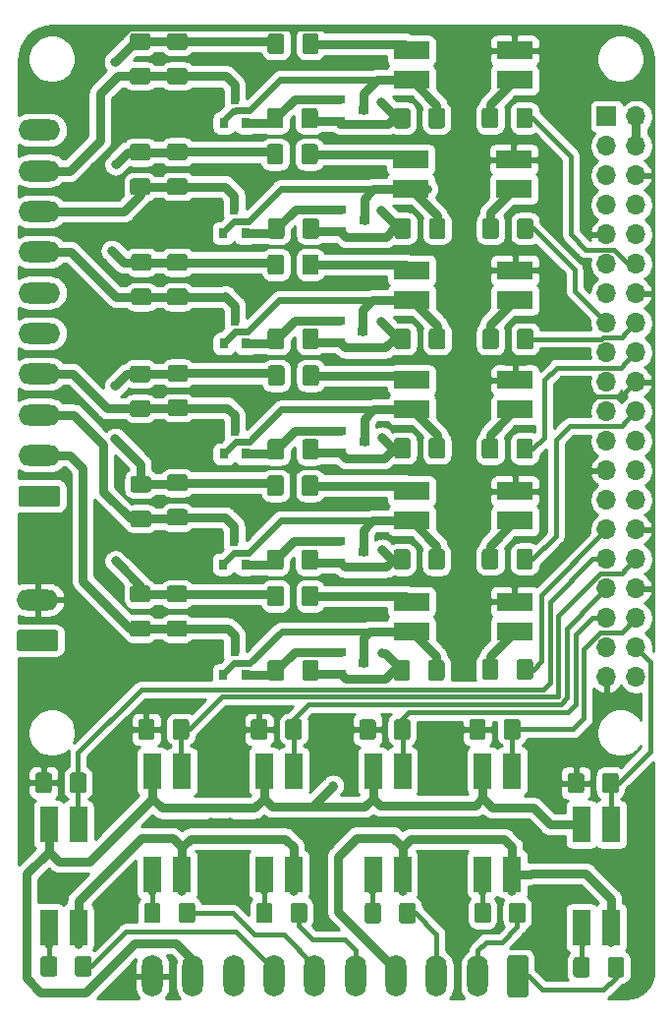
<source format=gbr>
G04 #@! TF.GenerationSoftware,KiCad,Pcbnew,5.1.5+dfsg1-2build2*
G04 #@! TF.CreationDate,2022-07-28T19:41:36+02:00*
G04 #@! TF.ProjectId,digital,64696769-7461-46c2-9e6b-696361645f70,rev?*
G04 #@! TF.SameCoordinates,Original*
G04 #@! TF.FileFunction,Copper,L1,Top*
G04 #@! TF.FilePolarity,Positive*
%FSLAX46Y46*%
G04 Gerber Fmt 4.6, Leading zero omitted, Abs format (unit mm)*
G04 Created by KiCad (PCBNEW 5.1.5+dfsg1-2build2) date 2022-07-28 19:41:36*
%MOMM*%
%LPD*%
G04 APERTURE LIST*
%ADD10C,0.100000*%
%ADD11R,1.600000X3.100000*%
%ADD12R,1.700000X1.700000*%
%ADD13O,1.700000X1.700000*%
%ADD14O,3.600000X1.800000*%
%ADD15O,1.800000X3.600000*%
%ADD16R,0.900000X0.800000*%
%ADD17R,0.800000X0.900000*%
%ADD18R,3.100000X1.600000*%
%ADD19C,0.800000*%
%ADD20C,0.800000*%
%ADD21C,1.200000*%
%ADD22C,0.400000*%
%ADD23C,0.600000*%
%ADD24C,0.254000*%
G04 APERTURE END LIST*
G04 #@! TA.AperFunction,SMDPad,CuDef*
D10*
G36*
X122899504Y-122501204D02*
G01*
X122923773Y-122504804D01*
X122947571Y-122510765D01*
X122970671Y-122519030D01*
X122992849Y-122529520D01*
X123013893Y-122542133D01*
X123033598Y-122556747D01*
X123051777Y-122573223D01*
X123068253Y-122591402D01*
X123082867Y-122611107D01*
X123095480Y-122632151D01*
X123105970Y-122654329D01*
X123114235Y-122677429D01*
X123120196Y-122701227D01*
X123123796Y-122725496D01*
X123125000Y-122750000D01*
X123125000Y-124000000D01*
X123123796Y-124024504D01*
X123120196Y-124048773D01*
X123114235Y-124072571D01*
X123105970Y-124095671D01*
X123095480Y-124117849D01*
X123082867Y-124138893D01*
X123068253Y-124158598D01*
X123051777Y-124176777D01*
X123033598Y-124193253D01*
X123013893Y-124207867D01*
X122992849Y-124220480D01*
X122970671Y-124230970D01*
X122947571Y-124239235D01*
X122923773Y-124245196D01*
X122899504Y-124248796D01*
X122875000Y-124250000D01*
X121950000Y-124250000D01*
X121925496Y-124248796D01*
X121901227Y-124245196D01*
X121877429Y-124239235D01*
X121854329Y-124230970D01*
X121832151Y-124220480D01*
X121811107Y-124207867D01*
X121791402Y-124193253D01*
X121773223Y-124176777D01*
X121756747Y-124158598D01*
X121742133Y-124138893D01*
X121729520Y-124117849D01*
X121719030Y-124095671D01*
X121710765Y-124072571D01*
X121704804Y-124048773D01*
X121701204Y-124024504D01*
X121700000Y-124000000D01*
X121700000Y-122750000D01*
X121701204Y-122725496D01*
X121704804Y-122701227D01*
X121710765Y-122677429D01*
X121719030Y-122654329D01*
X121729520Y-122632151D01*
X121742133Y-122611107D01*
X121756747Y-122591402D01*
X121773223Y-122573223D01*
X121791402Y-122556747D01*
X121811107Y-122542133D01*
X121832151Y-122529520D01*
X121854329Y-122519030D01*
X121877429Y-122510765D01*
X121901227Y-122504804D01*
X121925496Y-122501204D01*
X121950000Y-122500000D01*
X122875000Y-122500000D01*
X122899504Y-122501204D01*
G37*
G04 #@! TD.AperFunction*
G04 #@! TA.AperFunction,SMDPad,CuDef*
G36*
X125874504Y-122501204D02*
G01*
X125898773Y-122504804D01*
X125922571Y-122510765D01*
X125945671Y-122519030D01*
X125967849Y-122529520D01*
X125988893Y-122542133D01*
X126008598Y-122556747D01*
X126026777Y-122573223D01*
X126043253Y-122591402D01*
X126057867Y-122611107D01*
X126070480Y-122632151D01*
X126080970Y-122654329D01*
X126089235Y-122677429D01*
X126095196Y-122701227D01*
X126098796Y-122725496D01*
X126100000Y-122750000D01*
X126100000Y-124000000D01*
X126098796Y-124024504D01*
X126095196Y-124048773D01*
X126089235Y-124072571D01*
X126080970Y-124095671D01*
X126070480Y-124117849D01*
X126057867Y-124138893D01*
X126043253Y-124158598D01*
X126026777Y-124176777D01*
X126008598Y-124193253D01*
X125988893Y-124207867D01*
X125967849Y-124220480D01*
X125945671Y-124230970D01*
X125922571Y-124239235D01*
X125898773Y-124245196D01*
X125874504Y-124248796D01*
X125850000Y-124250000D01*
X124925000Y-124250000D01*
X124900496Y-124248796D01*
X124876227Y-124245196D01*
X124852429Y-124239235D01*
X124829329Y-124230970D01*
X124807151Y-124220480D01*
X124786107Y-124207867D01*
X124766402Y-124193253D01*
X124748223Y-124176777D01*
X124731747Y-124158598D01*
X124717133Y-124138893D01*
X124704520Y-124117849D01*
X124694030Y-124095671D01*
X124685765Y-124072571D01*
X124679804Y-124048773D01*
X124676204Y-124024504D01*
X124675000Y-124000000D01*
X124675000Y-122750000D01*
X124676204Y-122725496D01*
X124679804Y-122701227D01*
X124685765Y-122677429D01*
X124694030Y-122654329D01*
X124704520Y-122632151D01*
X124717133Y-122611107D01*
X124731747Y-122591402D01*
X124748223Y-122573223D01*
X124766402Y-122556747D01*
X124786107Y-122542133D01*
X124807151Y-122529520D01*
X124829329Y-122519030D01*
X124852429Y-122510765D01*
X124876227Y-122504804D01*
X124900496Y-122501204D01*
X124925000Y-122500000D01*
X125850000Y-122500000D01*
X125874504Y-122501204D01*
G37*
G04 #@! TD.AperFunction*
G04 #@! TA.AperFunction,SMDPad,CuDef*
G36*
X125387004Y-106651204D02*
G01*
X125411273Y-106654804D01*
X125435071Y-106660765D01*
X125458171Y-106669030D01*
X125480349Y-106679520D01*
X125501393Y-106692133D01*
X125521098Y-106706747D01*
X125539277Y-106723223D01*
X125555753Y-106741402D01*
X125570367Y-106761107D01*
X125582980Y-106782151D01*
X125593470Y-106804329D01*
X125601735Y-106827429D01*
X125607696Y-106851227D01*
X125611296Y-106875496D01*
X125612500Y-106900000D01*
X125612500Y-108150000D01*
X125611296Y-108174504D01*
X125607696Y-108198773D01*
X125601735Y-108222571D01*
X125593470Y-108245671D01*
X125582980Y-108267849D01*
X125570367Y-108288893D01*
X125555753Y-108308598D01*
X125539277Y-108326777D01*
X125521098Y-108343253D01*
X125501393Y-108357867D01*
X125480349Y-108370480D01*
X125458171Y-108380970D01*
X125435071Y-108389235D01*
X125411273Y-108395196D01*
X125387004Y-108398796D01*
X125362500Y-108400000D01*
X124437500Y-108400000D01*
X124412996Y-108398796D01*
X124388727Y-108395196D01*
X124364929Y-108389235D01*
X124341829Y-108380970D01*
X124319651Y-108370480D01*
X124298607Y-108357867D01*
X124278902Y-108343253D01*
X124260723Y-108326777D01*
X124244247Y-108308598D01*
X124229633Y-108288893D01*
X124217020Y-108267849D01*
X124206530Y-108245671D01*
X124198265Y-108222571D01*
X124192304Y-108198773D01*
X124188704Y-108174504D01*
X124187500Y-108150000D01*
X124187500Y-106900000D01*
X124188704Y-106875496D01*
X124192304Y-106851227D01*
X124198265Y-106827429D01*
X124206530Y-106804329D01*
X124217020Y-106782151D01*
X124229633Y-106761107D01*
X124244247Y-106741402D01*
X124260723Y-106723223D01*
X124278902Y-106706747D01*
X124298607Y-106692133D01*
X124319651Y-106679520D01*
X124341829Y-106669030D01*
X124364929Y-106660765D01*
X124388727Y-106654804D01*
X124412996Y-106651204D01*
X124437500Y-106650000D01*
X125362500Y-106650000D01*
X125387004Y-106651204D01*
G37*
G04 #@! TD.AperFunction*
G04 #@! TA.AperFunction,SMDPad,CuDef*
G36*
X122412004Y-106651204D02*
G01*
X122436273Y-106654804D01*
X122460071Y-106660765D01*
X122483171Y-106669030D01*
X122505349Y-106679520D01*
X122526393Y-106692133D01*
X122546098Y-106706747D01*
X122564277Y-106723223D01*
X122580753Y-106741402D01*
X122595367Y-106761107D01*
X122607980Y-106782151D01*
X122618470Y-106804329D01*
X122626735Y-106827429D01*
X122632696Y-106851227D01*
X122636296Y-106875496D01*
X122637500Y-106900000D01*
X122637500Y-108150000D01*
X122636296Y-108174504D01*
X122632696Y-108198773D01*
X122626735Y-108222571D01*
X122618470Y-108245671D01*
X122607980Y-108267849D01*
X122595367Y-108288893D01*
X122580753Y-108308598D01*
X122564277Y-108326777D01*
X122546098Y-108343253D01*
X122526393Y-108357867D01*
X122505349Y-108370480D01*
X122483171Y-108380970D01*
X122460071Y-108389235D01*
X122436273Y-108395196D01*
X122412004Y-108398796D01*
X122387500Y-108400000D01*
X121462500Y-108400000D01*
X121437996Y-108398796D01*
X121413727Y-108395196D01*
X121389929Y-108389235D01*
X121366829Y-108380970D01*
X121344651Y-108370480D01*
X121323607Y-108357867D01*
X121303902Y-108343253D01*
X121285723Y-108326777D01*
X121269247Y-108308598D01*
X121254633Y-108288893D01*
X121242020Y-108267849D01*
X121231530Y-108245671D01*
X121223265Y-108222571D01*
X121217304Y-108198773D01*
X121213704Y-108174504D01*
X121212500Y-108150000D01*
X121212500Y-106900000D01*
X121213704Y-106875496D01*
X121217304Y-106851227D01*
X121223265Y-106827429D01*
X121231530Y-106804329D01*
X121242020Y-106782151D01*
X121254633Y-106761107D01*
X121269247Y-106741402D01*
X121285723Y-106723223D01*
X121303902Y-106706747D01*
X121323607Y-106692133D01*
X121344651Y-106679520D01*
X121366829Y-106669030D01*
X121389929Y-106660765D01*
X121413727Y-106654804D01*
X121437996Y-106651204D01*
X121462500Y-106650000D01*
X122387500Y-106650000D01*
X122412004Y-106651204D01*
G37*
G04 #@! TD.AperFunction*
D11*
X122410000Y-111075000D03*
X124950000Y-119965000D03*
X124950000Y-111075000D03*
X122410000Y-119965000D03*
D12*
X124575000Y-50150000D03*
D13*
X127115000Y-50150000D03*
X124575000Y-52690000D03*
X127115000Y-52690000D03*
X124575000Y-55230000D03*
X127115000Y-55230000D03*
X124575000Y-57770000D03*
X127115000Y-57770000D03*
X124575000Y-60310000D03*
X127115000Y-60310000D03*
X124575000Y-62850000D03*
X127115000Y-62850000D03*
X124575000Y-65390000D03*
X127115000Y-65390000D03*
X124575000Y-67930000D03*
X127115000Y-67930000D03*
X124575000Y-70470000D03*
X127115000Y-70470000D03*
X124575000Y-73010000D03*
X127115000Y-73010000D03*
X124575000Y-75550000D03*
X127115000Y-75550000D03*
X124575000Y-78090000D03*
X127115000Y-78090000D03*
X124575000Y-80630000D03*
X127115000Y-80630000D03*
X124575000Y-83170000D03*
X127115000Y-83170000D03*
X124575000Y-85710000D03*
X127115000Y-85710000D03*
X124575000Y-88250000D03*
X127115000Y-88250000D03*
X124575000Y-90790000D03*
X127115000Y-90790000D03*
X124575000Y-93330000D03*
X127115000Y-93330000D03*
X124575000Y-95870000D03*
X127115000Y-95870000D03*
X124575000Y-98410000D03*
X127115000Y-98410000D03*
G04 #@! TA.AperFunction,SMDPad,CuDef*
D10*
G36*
X88224504Y-42988704D02*
G01*
X88248773Y-42992304D01*
X88272571Y-42998265D01*
X88295671Y-43006530D01*
X88317849Y-43017020D01*
X88338893Y-43029633D01*
X88358598Y-43044247D01*
X88376777Y-43060723D01*
X88393253Y-43078902D01*
X88407867Y-43098607D01*
X88420480Y-43119651D01*
X88430970Y-43141829D01*
X88439235Y-43164929D01*
X88445196Y-43188727D01*
X88448796Y-43212996D01*
X88450000Y-43237500D01*
X88450000Y-44162500D01*
X88448796Y-44187004D01*
X88445196Y-44211273D01*
X88439235Y-44235071D01*
X88430970Y-44258171D01*
X88420480Y-44280349D01*
X88407867Y-44301393D01*
X88393253Y-44321098D01*
X88376777Y-44339277D01*
X88358598Y-44355753D01*
X88338893Y-44370367D01*
X88317849Y-44382980D01*
X88295671Y-44393470D01*
X88272571Y-44401735D01*
X88248773Y-44407696D01*
X88224504Y-44411296D01*
X88200000Y-44412500D01*
X86950000Y-44412500D01*
X86925496Y-44411296D01*
X86901227Y-44407696D01*
X86877429Y-44401735D01*
X86854329Y-44393470D01*
X86832151Y-44382980D01*
X86811107Y-44370367D01*
X86791402Y-44355753D01*
X86773223Y-44339277D01*
X86756747Y-44321098D01*
X86742133Y-44301393D01*
X86729520Y-44280349D01*
X86719030Y-44258171D01*
X86710765Y-44235071D01*
X86704804Y-44211273D01*
X86701204Y-44187004D01*
X86700000Y-44162500D01*
X86700000Y-43237500D01*
X86701204Y-43212996D01*
X86704804Y-43188727D01*
X86710765Y-43164929D01*
X86719030Y-43141829D01*
X86729520Y-43119651D01*
X86742133Y-43098607D01*
X86756747Y-43078902D01*
X86773223Y-43060723D01*
X86791402Y-43044247D01*
X86811107Y-43029633D01*
X86832151Y-43017020D01*
X86854329Y-43006530D01*
X86877429Y-42998265D01*
X86901227Y-42992304D01*
X86925496Y-42988704D01*
X86950000Y-42987500D01*
X88200000Y-42987500D01*
X88224504Y-42988704D01*
G37*
G04 #@! TD.AperFunction*
G04 #@! TA.AperFunction,SMDPad,CuDef*
G36*
X88224504Y-45963704D02*
G01*
X88248773Y-45967304D01*
X88272571Y-45973265D01*
X88295671Y-45981530D01*
X88317849Y-45992020D01*
X88338893Y-46004633D01*
X88358598Y-46019247D01*
X88376777Y-46035723D01*
X88393253Y-46053902D01*
X88407867Y-46073607D01*
X88420480Y-46094651D01*
X88430970Y-46116829D01*
X88439235Y-46139929D01*
X88445196Y-46163727D01*
X88448796Y-46187996D01*
X88450000Y-46212500D01*
X88450000Y-47137500D01*
X88448796Y-47162004D01*
X88445196Y-47186273D01*
X88439235Y-47210071D01*
X88430970Y-47233171D01*
X88420480Y-47255349D01*
X88407867Y-47276393D01*
X88393253Y-47296098D01*
X88376777Y-47314277D01*
X88358598Y-47330753D01*
X88338893Y-47345367D01*
X88317849Y-47357980D01*
X88295671Y-47368470D01*
X88272571Y-47376735D01*
X88248773Y-47382696D01*
X88224504Y-47386296D01*
X88200000Y-47387500D01*
X86950000Y-47387500D01*
X86925496Y-47386296D01*
X86901227Y-47382696D01*
X86877429Y-47376735D01*
X86854329Y-47368470D01*
X86832151Y-47357980D01*
X86811107Y-47345367D01*
X86791402Y-47330753D01*
X86773223Y-47314277D01*
X86756747Y-47296098D01*
X86742133Y-47276393D01*
X86729520Y-47255349D01*
X86719030Y-47233171D01*
X86710765Y-47210071D01*
X86704804Y-47186273D01*
X86701204Y-47162004D01*
X86700000Y-47137500D01*
X86700000Y-46212500D01*
X86701204Y-46187996D01*
X86704804Y-46163727D01*
X86710765Y-46139929D01*
X86719030Y-46116829D01*
X86729520Y-46094651D01*
X86742133Y-46073607D01*
X86756747Y-46053902D01*
X86773223Y-46035723D01*
X86791402Y-46019247D01*
X86811107Y-46004633D01*
X86832151Y-45992020D01*
X86854329Y-45981530D01*
X86877429Y-45973265D01*
X86901227Y-45967304D01*
X86925496Y-45963704D01*
X86950000Y-45962500D01*
X88200000Y-45962500D01*
X88224504Y-45963704D01*
G37*
G04 #@! TD.AperFunction*
G04 #@! TA.AperFunction,SMDPad,CuDef*
G36*
X88224504Y-52488704D02*
G01*
X88248773Y-52492304D01*
X88272571Y-52498265D01*
X88295671Y-52506530D01*
X88317849Y-52517020D01*
X88338893Y-52529633D01*
X88358598Y-52544247D01*
X88376777Y-52560723D01*
X88393253Y-52578902D01*
X88407867Y-52598607D01*
X88420480Y-52619651D01*
X88430970Y-52641829D01*
X88439235Y-52664929D01*
X88445196Y-52688727D01*
X88448796Y-52712996D01*
X88450000Y-52737500D01*
X88450000Y-53662500D01*
X88448796Y-53687004D01*
X88445196Y-53711273D01*
X88439235Y-53735071D01*
X88430970Y-53758171D01*
X88420480Y-53780349D01*
X88407867Y-53801393D01*
X88393253Y-53821098D01*
X88376777Y-53839277D01*
X88358598Y-53855753D01*
X88338893Y-53870367D01*
X88317849Y-53882980D01*
X88295671Y-53893470D01*
X88272571Y-53901735D01*
X88248773Y-53907696D01*
X88224504Y-53911296D01*
X88200000Y-53912500D01*
X86950000Y-53912500D01*
X86925496Y-53911296D01*
X86901227Y-53907696D01*
X86877429Y-53901735D01*
X86854329Y-53893470D01*
X86832151Y-53882980D01*
X86811107Y-53870367D01*
X86791402Y-53855753D01*
X86773223Y-53839277D01*
X86756747Y-53821098D01*
X86742133Y-53801393D01*
X86729520Y-53780349D01*
X86719030Y-53758171D01*
X86710765Y-53735071D01*
X86704804Y-53711273D01*
X86701204Y-53687004D01*
X86700000Y-53662500D01*
X86700000Y-52737500D01*
X86701204Y-52712996D01*
X86704804Y-52688727D01*
X86710765Y-52664929D01*
X86719030Y-52641829D01*
X86729520Y-52619651D01*
X86742133Y-52598607D01*
X86756747Y-52578902D01*
X86773223Y-52560723D01*
X86791402Y-52544247D01*
X86811107Y-52529633D01*
X86832151Y-52517020D01*
X86854329Y-52506530D01*
X86877429Y-52498265D01*
X86901227Y-52492304D01*
X86925496Y-52488704D01*
X86950000Y-52487500D01*
X88200000Y-52487500D01*
X88224504Y-52488704D01*
G37*
G04 #@! TD.AperFunction*
G04 #@! TA.AperFunction,SMDPad,CuDef*
G36*
X88224504Y-55463704D02*
G01*
X88248773Y-55467304D01*
X88272571Y-55473265D01*
X88295671Y-55481530D01*
X88317849Y-55492020D01*
X88338893Y-55504633D01*
X88358598Y-55519247D01*
X88376777Y-55535723D01*
X88393253Y-55553902D01*
X88407867Y-55573607D01*
X88420480Y-55594651D01*
X88430970Y-55616829D01*
X88439235Y-55639929D01*
X88445196Y-55663727D01*
X88448796Y-55687996D01*
X88450000Y-55712500D01*
X88450000Y-56637500D01*
X88448796Y-56662004D01*
X88445196Y-56686273D01*
X88439235Y-56710071D01*
X88430970Y-56733171D01*
X88420480Y-56755349D01*
X88407867Y-56776393D01*
X88393253Y-56796098D01*
X88376777Y-56814277D01*
X88358598Y-56830753D01*
X88338893Y-56845367D01*
X88317849Y-56857980D01*
X88295671Y-56868470D01*
X88272571Y-56876735D01*
X88248773Y-56882696D01*
X88224504Y-56886296D01*
X88200000Y-56887500D01*
X86950000Y-56887500D01*
X86925496Y-56886296D01*
X86901227Y-56882696D01*
X86877429Y-56876735D01*
X86854329Y-56868470D01*
X86832151Y-56857980D01*
X86811107Y-56845367D01*
X86791402Y-56830753D01*
X86773223Y-56814277D01*
X86756747Y-56796098D01*
X86742133Y-56776393D01*
X86729520Y-56755349D01*
X86719030Y-56733171D01*
X86710765Y-56710071D01*
X86704804Y-56686273D01*
X86701204Y-56662004D01*
X86700000Y-56637500D01*
X86700000Y-55712500D01*
X86701204Y-55687996D01*
X86704804Y-55663727D01*
X86710765Y-55639929D01*
X86719030Y-55616829D01*
X86729520Y-55594651D01*
X86742133Y-55573607D01*
X86756747Y-55553902D01*
X86773223Y-55535723D01*
X86791402Y-55519247D01*
X86811107Y-55504633D01*
X86832151Y-55492020D01*
X86854329Y-55481530D01*
X86877429Y-55473265D01*
X86901227Y-55467304D01*
X86925496Y-55463704D01*
X86950000Y-55462500D01*
X88200000Y-55462500D01*
X88224504Y-55463704D01*
G37*
G04 #@! TD.AperFunction*
G04 #@! TA.AperFunction,SMDPad,CuDef*
G36*
X85124504Y-64963704D02*
G01*
X85148773Y-64967304D01*
X85172571Y-64973265D01*
X85195671Y-64981530D01*
X85217849Y-64992020D01*
X85238893Y-65004633D01*
X85258598Y-65019247D01*
X85276777Y-65035723D01*
X85293253Y-65053902D01*
X85307867Y-65073607D01*
X85320480Y-65094651D01*
X85330970Y-65116829D01*
X85339235Y-65139929D01*
X85345196Y-65163727D01*
X85348796Y-65187996D01*
X85350000Y-65212500D01*
X85350000Y-66137500D01*
X85348796Y-66162004D01*
X85345196Y-66186273D01*
X85339235Y-66210071D01*
X85330970Y-66233171D01*
X85320480Y-66255349D01*
X85307867Y-66276393D01*
X85293253Y-66296098D01*
X85276777Y-66314277D01*
X85258598Y-66330753D01*
X85238893Y-66345367D01*
X85217849Y-66357980D01*
X85195671Y-66368470D01*
X85172571Y-66376735D01*
X85148773Y-66382696D01*
X85124504Y-66386296D01*
X85100000Y-66387500D01*
X83850000Y-66387500D01*
X83825496Y-66386296D01*
X83801227Y-66382696D01*
X83777429Y-66376735D01*
X83754329Y-66368470D01*
X83732151Y-66357980D01*
X83711107Y-66345367D01*
X83691402Y-66330753D01*
X83673223Y-66314277D01*
X83656747Y-66296098D01*
X83642133Y-66276393D01*
X83629520Y-66255349D01*
X83619030Y-66233171D01*
X83610765Y-66210071D01*
X83604804Y-66186273D01*
X83601204Y-66162004D01*
X83600000Y-66137500D01*
X83600000Y-65212500D01*
X83601204Y-65187996D01*
X83604804Y-65163727D01*
X83610765Y-65139929D01*
X83619030Y-65116829D01*
X83629520Y-65094651D01*
X83642133Y-65073607D01*
X83656747Y-65053902D01*
X83673223Y-65035723D01*
X83691402Y-65019247D01*
X83711107Y-65004633D01*
X83732151Y-64992020D01*
X83754329Y-64981530D01*
X83777429Y-64973265D01*
X83801227Y-64967304D01*
X83825496Y-64963704D01*
X83850000Y-64962500D01*
X85100000Y-64962500D01*
X85124504Y-64963704D01*
G37*
G04 #@! TD.AperFunction*
G04 #@! TA.AperFunction,SMDPad,CuDef*
G36*
X85124504Y-61988704D02*
G01*
X85148773Y-61992304D01*
X85172571Y-61998265D01*
X85195671Y-62006530D01*
X85217849Y-62017020D01*
X85238893Y-62029633D01*
X85258598Y-62044247D01*
X85276777Y-62060723D01*
X85293253Y-62078902D01*
X85307867Y-62098607D01*
X85320480Y-62119651D01*
X85330970Y-62141829D01*
X85339235Y-62164929D01*
X85345196Y-62188727D01*
X85348796Y-62212996D01*
X85350000Y-62237500D01*
X85350000Y-63162500D01*
X85348796Y-63187004D01*
X85345196Y-63211273D01*
X85339235Y-63235071D01*
X85330970Y-63258171D01*
X85320480Y-63280349D01*
X85307867Y-63301393D01*
X85293253Y-63321098D01*
X85276777Y-63339277D01*
X85258598Y-63355753D01*
X85238893Y-63370367D01*
X85217849Y-63382980D01*
X85195671Y-63393470D01*
X85172571Y-63401735D01*
X85148773Y-63407696D01*
X85124504Y-63411296D01*
X85100000Y-63412500D01*
X83850000Y-63412500D01*
X83825496Y-63411296D01*
X83801227Y-63407696D01*
X83777429Y-63401735D01*
X83754329Y-63393470D01*
X83732151Y-63382980D01*
X83711107Y-63370367D01*
X83691402Y-63355753D01*
X83673223Y-63339277D01*
X83656747Y-63321098D01*
X83642133Y-63301393D01*
X83629520Y-63280349D01*
X83619030Y-63258171D01*
X83610765Y-63235071D01*
X83604804Y-63211273D01*
X83601204Y-63187004D01*
X83600000Y-63162500D01*
X83600000Y-62237500D01*
X83601204Y-62212996D01*
X83604804Y-62188727D01*
X83610765Y-62164929D01*
X83619030Y-62141829D01*
X83629520Y-62119651D01*
X83642133Y-62098607D01*
X83656747Y-62078902D01*
X83673223Y-62060723D01*
X83691402Y-62044247D01*
X83711107Y-62029633D01*
X83732151Y-62017020D01*
X83754329Y-62006530D01*
X83777429Y-61998265D01*
X83801227Y-61992304D01*
X83825496Y-61988704D01*
X83850000Y-61987500D01*
X85100000Y-61987500D01*
X85124504Y-61988704D01*
G37*
G04 #@! TD.AperFunction*
G04 #@! TA.AperFunction,SMDPad,CuDef*
G36*
X85024504Y-74576204D02*
G01*
X85048773Y-74579804D01*
X85072571Y-74585765D01*
X85095671Y-74594030D01*
X85117849Y-74604520D01*
X85138893Y-74617133D01*
X85158598Y-74631747D01*
X85176777Y-74648223D01*
X85193253Y-74666402D01*
X85207867Y-74686107D01*
X85220480Y-74707151D01*
X85230970Y-74729329D01*
X85239235Y-74752429D01*
X85245196Y-74776227D01*
X85248796Y-74800496D01*
X85250000Y-74825000D01*
X85250000Y-75750000D01*
X85248796Y-75774504D01*
X85245196Y-75798773D01*
X85239235Y-75822571D01*
X85230970Y-75845671D01*
X85220480Y-75867849D01*
X85207867Y-75888893D01*
X85193253Y-75908598D01*
X85176777Y-75926777D01*
X85158598Y-75943253D01*
X85138893Y-75957867D01*
X85117849Y-75970480D01*
X85095671Y-75980970D01*
X85072571Y-75989235D01*
X85048773Y-75995196D01*
X85024504Y-75998796D01*
X85000000Y-76000000D01*
X83750000Y-76000000D01*
X83725496Y-75998796D01*
X83701227Y-75995196D01*
X83677429Y-75989235D01*
X83654329Y-75980970D01*
X83632151Y-75970480D01*
X83611107Y-75957867D01*
X83591402Y-75943253D01*
X83573223Y-75926777D01*
X83556747Y-75908598D01*
X83542133Y-75888893D01*
X83529520Y-75867849D01*
X83519030Y-75845671D01*
X83510765Y-75822571D01*
X83504804Y-75798773D01*
X83501204Y-75774504D01*
X83500000Y-75750000D01*
X83500000Y-74825000D01*
X83501204Y-74800496D01*
X83504804Y-74776227D01*
X83510765Y-74752429D01*
X83519030Y-74729329D01*
X83529520Y-74707151D01*
X83542133Y-74686107D01*
X83556747Y-74666402D01*
X83573223Y-74648223D01*
X83591402Y-74631747D01*
X83611107Y-74617133D01*
X83632151Y-74604520D01*
X83654329Y-74594030D01*
X83677429Y-74585765D01*
X83701227Y-74579804D01*
X83725496Y-74576204D01*
X83750000Y-74575000D01*
X85000000Y-74575000D01*
X85024504Y-74576204D01*
G37*
G04 #@! TD.AperFunction*
G04 #@! TA.AperFunction,SMDPad,CuDef*
G36*
X85024504Y-71601204D02*
G01*
X85048773Y-71604804D01*
X85072571Y-71610765D01*
X85095671Y-71619030D01*
X85117849Y-71629520D01*
X85138893Y-71642133D01*
X85158598Y-71656747D01*
X85176777Y-71673223D01*
X85193253Y-71691402D01*
X85207867Y-71711107D01*
X85220480Y-71732151D01*
X85230970Y-71754329D01*
X85239235Y-71777429D01*
X85245196Y-71801227D01*
X85248796Y-71825496D01*
X85250000Y-71850000D01*
X85250000Y-72775000D01*
X85248796Y-72799504D01*
X85245196Y-72823773D01*
X85239235Y-72847571D01*
X85230970Y-72870671D01*
X85220480Y-72892849D01*
X85207867Y-72913893D01*
X85193253Y-72933598D01*
X85176777Y-72951777D01*
X85158598Y-72968253D01*
X85138893Y-72982867D01*
X85117849Y-72995480D01*
X85095671Y-73005970D01*
X85072571Y-73014235D01*
X85048773Y-73020196D01*
X85024504Y-73023796D01*
X85000000Y-73025000D01*
X83750000Y-73025000D01*
X83725496Y-73023796D01*
X83701227Y-73020196D01*
X83677429Y-73014235D01*
X83654329Y-73005970D01*
X83632151Y-72995480D01*
X83611107Y-72982867D01*
X83591402Y-72968253D01*
X83573223Y-72951777D01*
X83556747Y-72933598D01*
X83542133Y-72913893D01*
X83529520Y-72892849D01*
X83519030Y-72870671D01*
X83510765Y-72847571D01*
X83504804Y-72823773D01*
X83501204Y-72799504D01*
X83500000Y-72775000D01*
X83500000Y-71850000D01*
X83501204Y-71825496D01*
X83504804Y-71801227D01*
X83510765Y-71777429D01*
X83519030Y-71754329D01*
X83529520Y-71732151D01*
X83542133Y-71711107D01*
X83556747Y-71691402D01*
X83573223Y-71673223D01*
X83591402Y-71656747D01*
X83611107Y-71642133D01*
X83632151Y-71629520D01*
X83654329Y-71619030D01*
X83677429Y-71610765D01*
X83701227Y-71604804D01*
X83725496Y-71601204D01*
X83750000Y-71600000D01*
X85000000Y-71600000D01*
X85024504Y-71601204D01*
G37*
G04 #@! TD.AperFunction*
G04 #@! TA.AperFunction,SMDPad,CuDef*
G36*
X85074504Y-81088704D02*
G01*
X85098773Y-81092304D01*
X85122571Y-81098265D01*
X85145671Y-81106530D01*
X85167849Y-81117020D01*
X85188893Y-81129633D01*
X85208598Y-81144247D01*
X85226777Y-81160723D01*
X85243253Y-81178902D01*
X85257867Y-81198607D01*
X85270480Y-81219651D01*
X85280970Y-81241829D01*
X85289235Y-81264929D01*
X85295196Y-81288727D01*
X85298796Y-81312996D01*
X85300000Y-81337500D01*
X85300000Y-82262500D01*
X85298796Y-82287004D01*
X85295196Y-82311273D01*
X85289235Y-82335071D01*
X85280970Y-82358171D01*
X85270480Y-82380349D01*
X85257867Y-82401393D01*
X85243253Y-82421098D01*
X85226777Y-82439277D01*
X85208598Y-82455753D01*
X85188893Y-82470367D01*
X85167849Y-82482980D01*
X85145671Y-82493470D01*
X85122571Y-82501735D01*
X85098773Y-82507696D01*
X85074504Y-82511296D01*
X85050000Y-82512500D01*
X83800000Y-82512500D01*
X83775496Y-82511296D01*
X83751227Y-82507696D01*
X83727429Y-82501735D01*
X83704329Y-82493470D01*
X83682151Y-82482980D01*
X83661107Y-82470367D01*
X83641402Y-82455753D01*
X83623223Y-82439277D01*
X83606747Y-82421098D01*
X83592133Y-82401393D01*
X83579520Y-82380349D01*
X83569030Y-82358171D01*
X83560765Y-82335071D01*
X83554804Y-82311273D01*
X83551204Y-82287004D01*
X83550000Y-82262500D01*
X83550000Y-81337500D01*
X83551204Y-81312996D01*
X83554804Y-81288727D01*
X83560765Y-81264929D01*
X83569030Y-81241829D01*
X83579520Y-81219651D01*
X83592133Y-81198607D01*
X83606747Y-81178902D01*
X83623223Y-81160723D01*
X83641402Y-81144247D01*
X83661107Y-81129633D01*
X83682151Y-81117020D01*
X83704329Y-81106530D01*
X83727429Y-81098265D01*
X83751227Y-81092304D01*
X83775496Y-81088704D01*
X83800000Y-81087500D01*
X85050000Y-81087500D01*
X85074504Y-81088704D01*
G37*
G04 #@! TD.AperFunction*
G04 #@! TA.AperFunction,SMDPad,CuDef*
G36*
X85074504Y-84063704D02*
G01*
X85098773Y-84067304D01*
X85122571Y-84073265D01*
X85145671Y-84081530D01*
X85167849Y-84092020D01*
X85188893Y-84104633D01*
X85208598Y-84119247D01*
X85226777Y-84135723D01*
X85243253Y-84153902D01*
X85257867Y-84173607D01*
X85270480Y-84194651D01*
X85280970Y-84216829D01*
X85289235Y-84239929D01*
X85295196Y-84263727D01*
X85298796Y-84287996D01*
X85300000Y-84312500D01*
X85300000Y-85237500D01*
X85298796Y-85262004D01*
X85295196Y-85286273D01*
X85289235Y-85310071D01*
X85280970Y-85333171D01*
X85270480Y-85355349D01*
X85257867Y-85376393D01*
X85243253Y-85396098D01*
X85226777Y-85414277D01*
X85208598Y-85430753D01*
X85188893Y-85445367D01*
X85167849Y-85457980D01*
X85145671Y-85468470D01*
X85122571Y-85476735D01*
X85098773Y-85482696D01*
X85074504Y-85486296D01*
X85050000Y-85487500D01*
X83800000Y-85487500D01*
X83775496Y-85486296D01*
X83751227Y-85482696D01*
X83727429Y-85476735D01*
X83704329Y-85468470D01*
X83682151Y-85457980D01*
X83661107Y-85445367D01*
X83641402Y-85430753D01*
X83623223Y-85414277D01*
X83606747Y-85396098D01*
X83592133Y-85376393D01*
X83579520Y-85355349D01*
X83569030Y-85333171D01*
X83560765Y-85310071D01*
X83554804Y-85286273D01*
X83551204Y-85262004D01*
X83550000Y-85237500D01*
X83550000Y-84312500D01*
X83551204Y-84287996D01*
X83554804Y-84263727D01*
X83560765Y-84239929D01*
X83569030Y-84216829D01*
X83579520Y-84194651D01*
X83592133Y-84173607D01*
X83606747Y-84153902D01*
X83623223Y-84135723D01*
X83641402Y-84119247D01*
X83661107Y-84104633D01*
X83682151Y-84092020D01*
X83704329Y-84081530D01*
X83727429Y-84073265D01*
X83751227Y-84067304D01*
X83775496Y-84063704D01*
X83800000Y-84062500D01*
X85050000Y-84062500D01*
X85074504Y-84063704D01*
G37*
G04 #@! TD.AperFunction*
G04 #@! TA.AperFunction,SMDPad,CuDef*
G36*
X85024504Y-93513704D02*
G01*
X85048773Y-93517304D01*
X85072571Y-93523265D01*
X85095671Y-93531530D01*
X85117849Y-93542020D01*
X85138893Y-93554633D01*
X85158598Y-93569247D01*
X85176777Y-93585723D01*
X85193253Y-93603902D01*
X85207867Y-93623607D01*
X85220480Y-93644651D01*
X85230970Y-93666829D01*
X85239235Y-93689929D01*
X85245196Y-93713727D01*
X85248796Y-93737996D01*
X85250000Y-93762500D01*
X85250000Y-94687500D01*
X85248796Y-94712004D01*
X85245196Y-94736273D01*
X85239235Y-94760071D01*
X85230970Y-94783171D01*
X85220480Y-94805349D01*
X85207867Y-94826393D01*
X85193253Y-94846098D01*
X85176777Y-94864277D01*
X85158598Y-94880753D01*
X85138893Y-94895367D01*
X85117849Y-94907980D01*
X85095671Y-94918470D01*
X85072571Y-94926735D01*
X85048773Y-94932696D01*
X85024504Y-94936296D01*
X85000000Y-94937500D01*
X83750000Y-94937500D01*
X83725496Y-94936296D01*
X83701227Y-94932696D01*
X83677429Y-94926735D01*
X83654329Y-94918470D01*
X83632151Y-94907980D01*
X83611107Y-94895367D01*
X83591402Y-94880753D01*
X83573223Y-94864277D01*
X83556747Y-94846098D01*
X83542133Y-94826393D01*
X83529520Y-94805349D01*
X83519030Y-94783171D01*
X83510765Y-94760071D01*
X83504804Y-94736273D01*
X83501204Y-94712004D01*
X83500000Y-94687500D01*
X83500000Y-93762500D01*
X83501204Y-93737996D01*
X83504804Y-93713727D01*
X83510765Y-93689929D01*
X83519030Y-93666829D01*
X83529520Y-93644651D01*
X83542133Y-93623607D01*
X83556747Y-93603902D01*
X83573223Y-93585723D01*
X83591402Y-93569247D01*
X83611107Y-93554633D01*
X83632151Y-93542020D01*
X83654329Y-93531530D01*
X83677429Y-93523265D01*
X83701227Y-93517304D01*
X83725496Y-93513704D01*
X83750000Y-93512500D01*
X85000000Y-93512500D01*
X85024504Y-93513704D01*
G37*
G04 #@! TD.AperFunction*
G04 #@! TA.AperFunction,SMDPad,CuDef*
G36*
X85024504Y-90538704D02*
G01*
X85048773Y-90542304D01*
X85072571Y-90548265D01*
X85095671Y-90556530D01*
X85117849Y-90567020D01*
X85138893Y-90579633D01*
X85158598Y-90594247D01*
X85176777Y-90610723D01*
X85193253Y-90628902D01*
X85207867Y-90648607D01*
X85220480Y-90669651D01*
X85230970Y-90691829D01*
X85239235Y-90714929D01*
X85245196Y-90738727D01*
X85248796Y-90762996D01*
X85250000Y-90787500D01*
X85250000Y-91712500D01*
X85248796Y-91737004D01*
X85245196Y-91761273D01*
X85239235Y-91785071D01*
X85230970Y-91808171D01*
X85220480Y-91830349D01*
X85207867Y-91851393D01*
X85193253Y-91871098D01*
X85176777Y-91889277D01*
X85158598Y-91905753D01*
X85138893Y-91920367D01*
X85117849Y-91932980D01*
X85095671Y-91943470D01*
X85072571Y-91951735D01*
X85048773Y-91957696D01*
X85024504Y-91961296D01*
X85000000Y-91962500D01*
X83750000Y-91962500D01*
X83725496Y-91961296D01*
X83701227Y-91957696D01*
X83677429Y-91951735D01*
X83654329Y-91943470D01*
X83632151Y-91932980D01*
X83611107Y-91920367D01*
X83591402Y-91905753D01*
X83573223Y-91889277D01*
X83556747Y-91871098D01*
X83542133Y-91851393D01*
X83529520Y-91830349D01*
X83519030Y-91808171D01*
X83510765Y-91785071D01*
X83504804Y-91761273D01*
X83501204Y-91737004D01*
X83500000Y-91712500D01*
X83500000Y-90787500D01*
X83501204Y-90762996D01*
X83504804Y-90738727D01*
X83510765Y-90714929D01*
X83519030Y-90691829D01*
X83529520Y-90669651D01*
X83542133Y-90648607D01*
X83556747Y-90628902D01*
X83573223Y-90610723D01*
X83591402Y-90594247D01*
X83611107Y-90579633D01*
X83632151Y-90567020D01*
X83654329Y-90556530D01*
X83677429Y-90548265D01*
X83701227Y-90542304D01*
X83725496Y-90538704D01*
X83750000Y-90537500D01*
X85000000Y-90537500D01*
X85024504Y-90538704D01*
G37*
G04 #@! TD.AperFunction*
D14*
X75700000Y-51325000D03*
X75700000Y-54825000D03*
X75700000Y-58325000D03*
X75700000Y-61825000D03*
X75700000Y-65325000D03*
X75700000Y-68825000D03*
X75700000Y-72325000D03*
X75700000Y-75825000D03*
X75700000Y-79325000D03*
G04 #@! TA.AperFunction,ComponentPad*
D10*
G36*
X77274504Y-81926204D02*
G01*
X77298773Y-81929804D01*
X77322571Y-81935765D01*
X77345671Y-81944030D01*
X77367849Y-81954520D01*
X77388893Y-81967133D01*
X77408598Y-81981747D01*
X77426777Y-81998223D01*
X77443253Y-82016402D01*
X77457867Y-82036107D01*
X77470480Y-82057151D01*
X77480970Y-82079329D01*
X77489235Y-82102429D01*
X77495196Y-82126227D01*
X77498796Y-82150496D01*
X77500000Y-82175000D01*
X77500000Y-83475000D01*
X77498796Y-83499504D01*
X77495196Y-83523773D01*
X77489235Y-83547571D01*
X77480970Y-83570671D01*
X77470480Y-83592849D01*
X77457867Y-83613893D01*
X77443253Y-83633598D01*
X77426777Y-83651777D01*
X77408598Y-83668253D01*
X77388893Y-83682867D01*
X77367849Y-83695480D01*
X77345671Y-83705970D01*
X77322571Y-83714235D01*
X77298773Y-83720196D01*
X77274504Y-83723796D01*
X77250000Y-83725000D01*
X74150000Y-83725000D01*
X74125496Y-83723796D01*
X74101227Y-83720196D01*
X74077429Y-83714235D01*
X74054329Y-83705970D01*
X74032151Y-83695480D01*
X74011107Y-83682867D01*
X73991402Y-83668253D01*
X73973223Y-83651777D01*
X73956747Y-83633598D01*
X73942133Y-83613893D01*
X73929520Y-83592849D01*
X73919030Y-83570671D01*
X73910765Y-83547571D01*
X73904804Y-83523773D01*
X73901204Y-83499504D01*
X73900000Y-83475000D01*
X73900000Y-82175000D01*
X73901204Y-82150496D01*
X73904804Y-82126227D01*
X73910765Y-82102429D01*
X73919030Y-82079329D01*
X73929520Y-82057151D01*
X73942133Y-82036107D01*
X73956747Y-82016402D01*
X73973223Y-81998223D01*
X73991402Y-81981747D01*
X74011107Y-81967133D01*
X74032151Y-81954520D01*
X74054329Y-81944030D01*
X74077429Y-81935765D01*
X74101227Y-81929804D01*
X74125496Y-81926204D01*
X74150000Y-81925000D01*
X77250000Y-81925000D01*
X77274504Y-81926204D01*
G37*
G04 #@! TD.AperFunction*
G04 #@! TA.AperFunction,ComponentPad*
G36*
X117599504Y-122351204D02*
G01*
X117623773Y-122354804D01*
X117647571Y-122360765D01*
X117670671Y-122369030D01*
X117692849Y-122379520D01*
X117713893Y-122392133D01*
X117733598Y-122406747D01*
X117751777Y-122423223D01*
X117768253Y-122441402D01*
X117782867Y-122461107D01*
X117795480Y-122482151D01*
X117805970Y-122504329D01*
X117814235Y-122527429D01*
X117820196Y-122551227D01*
X117823796Y-122575496D01*
X117825000Y-122600000D01*
X117825000Y-125700000D01*
X117823796Y-125724504D01*
X117820196Y-125748773D01*
X117814235Y-125772571D01*
X117805970Y-125795671D01*
X117795480Y-125817849D01*
X117782867Y-125838893D01*
X117768253Y-125858598D01*
X117751777Y-125876777D01*
X117733598Y-125893253D01*
X117713893Y-125907867D01*
X117692849Y-125920480D01*
X117670671Y-125930970D01*
X117647571Y-125939235D01*
X117623773Y-125945196D01*
X117599504Y-125948796D01*
X117575000Y-125950000D01*
X116275000Y-125950000D01*
X116250496Y-125948796D01*
X116226227Y-125945196D01*
X116202429Y-125939235D01*
X116179329Y-125930970D01*
X116157151Y-125920480D01*
X116136107Y-125907867D01*
X116116402Y-125893253D01*
X116098223Y-125876777D01*
X116081747Y-125858598D01*
X116067133Y-125838893D01*
X116054520Y-125817849D01*
X116044030Y-125795671D01*
X116035765Y-125772571D01*
X116029804Y-125748773D01*
X116026204Y-125724504D01*
X116025000Y-125700000D01*
X116025000Y-122600000D01*
X116026204Y-122575496D01*
X116029804Y-122551227D01*
X116035765Y-122527429D01*
X116044030Y-122504329D01*
X116054520Y-122482151D01*
X116067133Y-122461107D01*
X116081747Y-122441402D01*
X116098223Y-122423223D01*
X116116402Y-122406747D01*
X116136107Y-122392133D01*
X116157151Y-122379520D01*
X116179329Y-122369030D01*
X116202429Y-122360765D01*
X116226227Y-122354804D01*
X116250496Y-122351204D01*
X116275000Y-122350000D01*
X117575000Y-122350000D01*
X117599504Y-122351204D01*
G37*
G04 #@! TD.AperFunction*
D15*
X113425000Y-124150000D03*
X109925000Y-124150000D03*
X106425000Y-124150000D03*
X102925000Y-124150000D03*
X99425000Y-124150000D03*
X95925000Y-124150000D03*
X92425000Y-124150000D03*
X88925000Y-124150000D03*
X85425000Y-124150000D03*
G04 #@! TA.AperFunction,ComponentPad*
D10*
G36*
X77099504Y-94351204D02*
G01*
X77123773Y-94354804D01*
X77147571Y-94360765D01*
X77170671Y-94369030D01*
X77192849Y-94379520D01*
X77213893Y-94392133D01*
X77233598Y-94406747D01*
X77251777Y-94423223D01*
X77268253Y-94441402D01*
X77282867Y-94461107D01*
X77295480Y-94482151D01*
X77305970Y-94504329D01*
X77314235Y-94527429D01*
X77320196Y-94551227D01*
X77323796Y-94575496D01*
X77325000Y-94600000D01*
X77325000Y-95900000D01*
X77323796Y-95924504D01*
X77320196Y-95948773D01*
X77314235Y-95972571D01*
X77305970Y-95995671D01*
X77295480Y-96017849D01*
X77282867Y-96038893D01*
X77268253Y-96058598D01*
X77251777Y-96076777D01*
X77233598Y-96093253D01*
X77213893Y-96107867D01*
X77192849Y-96120480D01*
X77170671Y-96130970D01*
X77147571Y-96139235D01*
X77123773Y-96145196D01*
X77099504Y-96148796D01*
X77075000Y-96150000D01*
X73975000Y-96150000D01*
X73950496Y-96148796D01*
X73926227Y-96145196D01*
X73902429Y-96139235D01*
X73879329Y-96130970D01*
X73857151Y-96120480D01*
X73836107Y-96107867D01*
X73816402Y-96093253D01*
X73798223Y-96076777D01*
X73781747Y-96058598D01*
X73767133Y-96038893D01*
X73754520Y-96017849D01*
X73744030Y-95995671D01*
X73735765Y-95972571D01*
X73729804Y-95948773D01*
X73726204Y-95924504D01*
X73725000Y-95900000D01*
X73725000Y-94600000D01*
X73726204Y-94575496D01*
X73729804Y-94551227D01*
X73735765Y-94527429D01*
X73744030Y-94504329D01*
X73754520Y-94482151D01*
X73767133Y-94461107D01*
X73781747Y-94441402D01*
X73798223Y-94423223D01*
X73816402Y-94406747D01*
X73836107Y-94392133D01*
X73857151Y-94379520D01*
X73879329Y-94369030D01*
X73902429Y-94360765D01*
X73926227Y-94354804D01*
X73950496Y-94351204D01*
X73975000Y-94350000D01*
X77075000Y-94350000D01*
X77099504Y-94351204D01*
G37*
G04 #@! TD.AperFunction*
D14*
X75525000Y-91750000D03*
D16*
X103622800Y-49588440D03*
X101622800Y-50538440D03*
X101622800Y-48638440D03*
X103675000Y-59100000D03*
X101675000Y-60050000D03*
X101675000Y-58150000D03*
D17*
X91575000Y-50701000D03*
X93475000Y-50701000D03*
X92525000Y-48701000D03*
X91525000Y-60200000D03*
X93425000Y-60200000D03*
X92475000Y-58200000D03*
D16*
X101575000Y-67700000D03*
X101575000Y-69600000D03*
X103575000Y-68650000D03*
X101675000Y-77200000D03*
X101675000Y-79100000D03*
X103675000Y-78150000D03*
X101600000Y-86675000D03*
X101600000Y-88575000D03*
X103600000Y-87625000D03*
X101650000Y-96225000D03*
X101650000Y-98125000D03*
X103650000Y-97175000D03*
D17*
X92525000Y-67700000D03*
X93475000Y-69700000D03*
X91575000Y-69700000D03*
X92525000Y-77200000D03*
X93475000Y-79200000D03*
X91575000Y-79200000D03*
X92475000Y-86700000D03*
X93425000Y-88700000D03*
X91525000Y-88700000D03*
X92500000Y-96200000D03*
X93450000Y-98200000D03*
X91550000Y-98200000D03*
G04 #@! TA.AperFunction,SMDPad,CuDef*
D10*
G36*
X96487004Y-49426204D02*
G01*
X96511273Y-49429804D01*
X96535071Y-49435765D01*
X96558171Y-49444030D01*
X96580349Y-49454520D01*
X96601393Y-49467133D01*
X96621098Y-49481747D01*
X96639277Y-49498223D01*
X96655753Y-49516402D01*
X96670367Y-49536107D01*
X96682980Y-49557151D01*
X96693470Y-49579329D01*
X96701735Y-49602429D01*
X96707696Y-49626227D01*
X96711296Y-49650496D01*
X96712500Y-49675000D01*
X96712500Y-50925000D01*
X96711296Y-50949504D01*
X96707696Y-50973773D01*
X96701735Y-50997571D01*
X96693470Y-51020671D01*
X96682980Y-51042849D01*
X96670367Y-51063893D01*
X96655753Y-51083598D01*
X96639277Y-51101777D01*
X96621098Y-51118253D01*
X96601393Y-51132867D01*
X96580349Y-51145480D01*
X96558171Y-51155970D01*
X96535071Y-51164235D01*
X96511273Y-51170196D01*
X96487004Y-51173796D01*
X96462500Y-51175000D01*
X95537500Y-51175000D01*
X95512996Y-51173796D01*
X95488727Y-51170196D01*
X95464929Y-51164235D01*
X95441829Y-51155970D01*
X95419651Y-51145480D01*
X95398607Y-51132867D01*
X95378902Y-51118253D01*
X95360723Y-51101777D01*
X95344247Y-51083598D01*
X95329633Y-51063893D01*
X95317020Y-51042849D01*
X95306530Y-51020671D01*
X95298265Y-50997571D01*
X95292304Y-50973773D01*
X95288704Y-50949504D01*
X95287500Y-50925000D01*
X95287500Y-49675000D01*
X95288704Y-49650496D01*
X95292304Y-49626227D01*
X95298265Y-49602429D01*
X95306530Y-49579329D01*
X95317020Y-49557151D01*
X95329633Y-49536107D01*
X95344247Y-49516402D01*
X95360723Y-49498223D01*
X95378902Y-49481747D01*
X95398607Y-49467133D01*
X95419651Y-49454520D01*
X95441829Y-49444030D01*
X95464929Y-49435765D01*
X95488727Y-49429804D01*
X95512996Y-49426204D01*
X95537500Y-49425000D01*
X96462500Y-49425000D01*
X96487004Y-49426204D01*
G37*
G04 #@! TD.AperFunction*
G04 #@! TA.AperFunction,SMDPad,CuDef*
G36*
X99462004Y-49426204D02*
G01*
X99486273Y-49429804D01*
X99510071Y-49435765D01*
X99533171Y-49444030D01*
X99555349Y-49454520D01*
X99576393Y-49467133D01*
X99596098Y-49481747D01*
X99614277Y-49498223D01*
X99630753Y-49516402D01*
X99645367Y-49536107D01*
X99657980Y-49557151D01*
X99668470Y-49579329D01*
X99676735Y-49602429D01*
X99682696Y-49626227D01*
X99686296Y-49650496D01*
X99687500Y-49675000D01*
X99687500Y-50925000D01*
X99686296Y-50949504D01*
X99682696Y-50973773D01*
X99676735Y-50997571D01*
X99668470Y-51020671D01*
X99657980Y-51042849D01*
X99645367Y-51063893D01*
X99630753Y-51083598D01*
X99614277Y-51101777D01*
X99596098Y-51118253D01*
X99576393Y-51132867D01*
X99555349Y-51145480D01*
X99533171Y-51155970D01*
X99510071Y-51164235D01*
X99486273Y-51170196D01*
X99462004Y-51173796D01*
X99437500Y-51175000D01*
X98512500Y-51175000D01*
X98487996Y-51173796D01*
X98463727Y-51170196D01*
X98439929Y-51164235D01*
X98416829Y-51155970D01*
X98394651Y-51145480D01*
X98373607Y-51132867D01*
X98353902Y-51118253D01*
X98335723Y-51101777D01*
X98319247Y-51083598D01*
X98304633Y-51063893D01*
X98292020Y-51042849D01*
X98281530Y-51020671D01*
X98273265Y-50997571D01*
X98267304Y-50973773D01*
X98263704Y-50949504D01*
X98262500Y-50925000D01*
X98262500Y-49675000D01*
X98263704Y-49650496D01*
X98267304Y-49626227D01*
X98273265Y-49602429D01*
X98281530Y-49579329D01*
X98292020Y-49557151D01*
X98304633Y-49536107D01*
X98319247Y-49516402D01*
X98335723Y-49498223D01*
X98353902Y-49481747D01*
X98373607Y-49467133D01*
X98394651Y-49454520D01*
X98416829Y-49444030D01*
X98439929Y-49435765D01*
X98463727Y-49429804D01*
X98487996Y-49426204D01*
X98512500Y-49425000D01*
X99437500Y-49425000D01*
X99462004Y-49426204D01*
G37*
G04 #@! TD.AperFunction*
G04 #@! TA.AperFunction,SMDPad,CuDef*
G36*
X96587004Y-58926204D02*
G01*
X96611273Y-58929804D01*
X96635071Y-58935765D01*
X96658171Y-58944030D01*
X96680349Y-58954520D01*
X96701393Y-58967133D01*
X96721098Y-58981747D01*
X96739277Y-58998223D01*
X96755753Y-59016402D01*
X96770367Y-59036107D01*
X96782980Y-59057151D01*
X96793470Y-59079329D01*
X96801735Y-59102429D01*
X96807696Y-59126227D01*
X96811296Y-59150496D01*
X96812500Y-59175000D01*
X96812500Y-60425000D01*
X96811296Y-60449504D01*
X96807696Y-60473773D01*
X96801735Y-60497571D01*
X96793470Y-60520671D01*
X96782980Y-60542849D01*
X96770367Y-60563893D01*
X96755753Y-60583598D01*
X96739277Y-60601777D01*
X96721098Y-60618253D01*
X96701393Y-60632867D01*
X96680349Y-60645480D01*
X96658171Y-60655970D01*
X96635071Y-60664235D01*
X96611273Y-60670196D01*
X96587004Y-60673796D01*
X96562500Y-60675000D01*
X95637500Y-60675000D01*
X95612996Y-60673796D01*
X95588727Y-60670196D01*
X95564929Y-60664235D01*
X95541829Y-60655970D01*
X95519651Y-60645480D01*
X95498607Y-60632867D01*
X95478902Y-60618253D01*
X95460723Y-60601777D01*
X95444247Y-60583598D01*
X95429633Y-60563893D01*
X95417020Y-60542849D01*
X95406530Y-60520671D01*
X95398265Y-60497571D01*
X95392304Y-60473773D01*
X95388704Y-60449504D01*
X95387500Y-60425000D01*
X95387500Y-59175000D01*
X95388704Y-59150496D01*
X95392304Y-59126227D01*
X95398265Y-59102429D01*
X95406530Y-59079329D01*
X95417020Y-59057151D01*
X95429633Y-59036107D01*
X95444247Y-59016402D01*
X95460723Y-58998223D01*
X95478902Y-58981747D01*
X95498607Y-58967133D01*
X95519651Y-58954520D01*
X95541829Y-58944030D01*
X95564929Y-58935765D01*
X95588727Y-58929804D01*
X95612996Y-58926204D01*
X95637500Y-58925000D01*
X96562500Y-58925000D01*
X96587004Y-58926204D01*
G37*
G04 #@! TD.AperFunction*
G04 #@! TA.AperFunction,SMDPad,CuDef*
G36*
X99562004Y-58926204D02*
G01*
X99586273Y-58929804D01*
X99610071Y-58935765D01*
X99633171Y-58944030D01*
X99655349Y-58954520D01*
X99676393Y-58967133D01*
X99696098Y-58981747D01*
X99714277Y-58998223D01*
X99730753Y-59016402D01*
X99745367Y-59036107D01*
X99757980Y-59057151D01*
X99768470Y-59079329D01*
X99776735Y-59102429D01*
X99782696Y-59126227D01*
X99786296Y-59150496D01*
X99787500Y-59175000D01*
X99787500Y-60425000D01*
X99786296Y-60449504D01*
X99782696Y-60473773D01*
X99776735Y-60497571D01*
X99768470Y-60520671D01*
X99757980Y-60542849D01*
X99745367Y-60563893D01*
X99730753Y-60583598D01*
X99714277Y-60601777D01*
X99696098Y-60618253D01*
X99676393Y-60632867D01*
X99655349Y-60645480D01*
X99633171Y-60655970D01*
X99610071Y-60664235D01*
X99586273Y-60670196D01*
X99562004Y-60673796D01*
X99537500Y-60675000D01*
X98612500Y-60675000D01*
X98587996Y-60673796D01*
X98563727Y-60670196D01*
X98539929Y-60664235D01*
X98516829Y-60655970D01*
X98494651Y-60645480D01*
X98473607Y-60632867D01*
X98453902Y-60618253D01*
X98435723Y-60601777D01*
X98419247Y-60583598D01*
X98404633Y-60563893D01*
X98392020Y-60542849D01*
X98381530Y-60520671D01*
X98373265Y-60497571D01*
X98367304Y-60473773D01*
X98363704Y-60449504D01*
X98362500Y-60425000D01*
X98362500Y-59175000D01*
X98363704Y-59150496D01*
X98367304Y-59126227D01*
X98373265Y-59102429D01*
X98381530Y-59079329D01*
X98392020Y-59057151D01*
X98404633Y-59036107D01*
X98419247Y-59016402D01*
X98435723Y-58998223D01*
X98453902Y-58981747D01*
X98473607Y-58967133D01*
X98494651Y-58954520D01*
X98516829Y-58944030D01*
X98539929Y-58935765D01*
X98563727Y-58929804D01*
X98587996Y-58926204D01*
X98612500Y-58925000D01*
X99537500Y-58925000D01*
X99562004Y-58926204D01*
G37*
G04 #@! TD.AperFunction*
G04 #@! TA.AperFunction,SMDPad,CuDef*
G36*
X110414664Y-49430964D02*
G01*
X110438933Y-49434564D01*
X110462731Y-49440525D01*
X110485831Y-49448790D01*
X110508009Y-49459280D01*
X110529053Y-49471893D01*
X110548758Y-49486507D01*
X110566937Y-49502983D01*
X110583413Y-49521162D01*
X110598027Y-49540867D01*
X110610640Y-49561911D01*
X110621130Y-49584089D01*
X110629395Y-49607189D01*
X110635356Y-49630987D01*
X110638956Y-49655256D01*
X110640160Y-49679760D01*
X110640160Y-50929760D01*
X110638956Y-50954264D01*
X110635356Y-50978533D01*
X110629395Y-51002331D01*
X110621130Y-51025431D01*
X110610640Y-51047609D01*
X110598027Y-51068653D01*
X110583413Y-51088358D01*
X110566937Y-51106537D01*
X110548758Y-51123013D01*
X110529053Y-51137627D01*
X110508009Y-51150240D01*
X110485831Y-51160730D01*
X110462731Y-51168995D01*
X110438933Y-51174956D01*
X110414664Y-51178556D01*
X110390160Y-51179760D01*
X109465160Y-51179760D01*
X109440656Y-51178556D01*
X109416387Y-51174956D01*
X109392589Y-51168995D01*
X109369489Y-51160730D01*
X109347311Y-51150240D01*
X109326267Y-51137627D01*
X109306562Y-51123013D01*
X109288383Y-51106537D01*
X109271907Y-51088358D01*
X109257293Y-51068653D01*
X109244680Y-51047609D01*
X109234190Y-51025431D01*
X109225925Y-51002331D01*
X109219964Y-50978533D01*
X109216364Y-50954264D01*
X109215160Y-50929760D01*
X109215160Y-49679760D01*
X109216364Y-49655256D01*
X109219964Y-49630987D01*
X109225925Y-49607189D01*
X109234190Y-49584089D01*
X109244680Y-49561911D01*
X109257293Y-49540867D01*
X109271907Y-49521162D01*
X109288383Y-49502983D01*
X109306562Y-49486507D01*
X109326267Y-49471893D01*
X109347311Y-49459280D01*
X109369489Y-49448790D01*
X109392589Y-49440525D01*
X109416387Y-49434564D01*
X109440656Y-49430964D01*
X109465160Y-49429760D01*
X110390160Y-49429760D01*
X110414664Y-49430964D01*
G37*
G04 #@! TD.AperFunction*
G04 #@! TA.AperFunction,SMDPad,CuDef*
G36*
X107439664Y-49430964D02*
G01*
X107463933Y-49434564D01*
X107487731Y-49440525D01*
X107510831Y-49448790D01*
X107533009Y-49459280D01*
X107554053Y-49471893D01*
X107573758Y-49486507D01*
X107591937Y-49502983D01*
X107608413Y-49521162D01*
X107623027Y-49540867D01*
X107635640Y-49561911D01*
X107646130Y-49584089D01*
X107654395Y-49607189D01*
X107660356Y-49630987D01*
X107663956Y-49655256D01*
X107665160Y-49679760D01*
X107665160Y-50929760D01*
X107663956Y-50954264D01*
X107660356Y-50978533D01*
X107654395Y-51002331D01*
X107646130Y-51025431D01*
X107635640Y-51047609D01*
X107623027Y-51068653D01*
X107608413Y-51088358D01*
X107591937Y-51106537D01*
X107573758Y-51123013D01*
X107554053Y-51137627D01*
X107533009Y-51150240D01*
X107510831Y-51160730D01*
X107487731Y-51168995D01*
X107463933Y-51174956D01*
X107439664Y-51178556D01*
X107415160Y-51179760D01*
X106490160Y-51179760D01*
X106465656Y-51178556D01*
X106441387Y-51174956D01*
X106417589Y-51168995D01*
X106394489Y-51160730D01*
X106372311Y-51150240D01*
X106351267Y-51137627D01*
X106331562Y-51123013D01*
X106313383Y-51106537D01*
X106296907Y-51088358D01*
X106282293Y-51068653D01*
X106269680Y-51047609D01*
X106259190Y-51025431D01*
X106250925Y-51002331D01*
X106244964Y-50978533D01*
X106241364Y-50954264D01*
X106240160Y-50929760D01*
X106240160Y-49679760D01*
X106241364Y-49655256D01*
X106244964Y-49630987D01*
X106250925Y-49607189D01*
X106259190Y-49584089D01*
X106269680Y-49561911D01*
X106282293Y-49540867D01*
X106296907Y-49521162D01*
X106313383Y-49502983D01*
X106331562Y-49486507D01*
X106351267Y-49471893D01*
X106372311Y-49459280D01*
X106394489Y-49448790D01*
X106417589Y-49440525D01*
X106441387Y-49434564D01*
X106465656Y-49430964D01*
X106490160Y-49429760D01*
X107415160Y-49429760D01*
X107439664Y-49430964D01*
G37*
G04 #@! TD.AperFunction*
G04 #@! TA.AperFunction,SMDPad,CuDef*
G36*
X107487004Y-58926204D02*
G01*
X107511273Y-58929804D01*
X107535071Y-58935765D01*
X107558171Y-58944030D01*
X107580349Y-58954520D01*
X107601393Y-58967133D01*
X107621098Y-58981747D01*
X107639277Y-58998223D01*
X107655753Y-59016402D01*
X107670367Y-59036107D01*
X107682980Y-59057151D01*
X107693470Y-59079329D01*
X107701735Y-59102429D01*
X107707696Y-59126227D01*
X107711296Y-59150496D01*
X107712500Y-59175000D01*
X107712500Y-60425000D01*
X107711296Y-60449504D01*
X107707696Y-60473773D01*
X107701735Y-60497571D01*
X107693470Y-60520671D01*
X107682980Y-60542849D01*
X107670367Y-60563893D01*
X107655753Y-60583598D01*
X107639277Y-60601777D01*
X107621098Y-60618253D01*
X107601393Y-60632867D01*
X107580349Y-60645480D01*
X107558171Y-60655970D01*
X107535071Y-60664235D01*
X107511273Y-60670196D01*
X107487004Y-60673796D01*
X107462500Y-60675000D01*
X106537500Y-60675000D01*
X106512996Y-60673796D01*
X106488727Y-60670196D01*
X106464929Y-60664235D01*
X106441829Y-60655970D01*
X106419651Y-60645480D01*
X106398607Y-60632867D01*
X106378902Y-60618253D01*
X106360723Y-60601777D01*
X106344247Y-60583598D01*
X106329633Y-60563893D01*
X106317020Y-60542849D01*
X106306530Y-60520671D01*
X106298265Y-60497571D01*
X106292304Y-60473773D01*
X106288704Y-60449504D01*
X106287500Y-60425000D01*
X106287500Y-59175000D01*
X106288704Y-59150496D01*
X106292304Y-59126227D01*
X106298265Y-59102429D01*
X106306530Y-59079329D01*
X106317020Y-59057151D01*
X106329633Y-59036107D01*
X106344247Y-59016402D01*
X106360723Y-58998223D01*
X106378902Y-58981747D01*
X106398607Y-58967133D01*
X106419651Y-58954520D01*
X106441829Y-58944030D01*
X106464929Y-58935765D01*
X106488727Y-58929804D01*
X106512996Y-58926204D01*
X106537500Y-58925000D01*
X107462500Y-58925000D01*
X107487004Y-58926204D01*
G37*
G04 #@! TD.AperFunction*
G04 #@! TA.AperFunction,SMDPad,CuDef*
G36*
X110462004Y-58926204D02*
G01*
X110486273Y-58929804D01*
X110510071Y-58935765D01*
X110533171Y-58944030D01*
X110555349Y-58954520D01*
X110576393Y-58967133D01*
X110596098Y-58981747D01*
X110614277Y-58998223D01*
X110630753Y-59016402D01*
X110645367Y-59036107D01*
X110657980Y-59057151D01*
X110668470Y-59079329D01*
X110676735Y-59102429D01*
X110682696Y-59126227D01*
X110686296Y-59150496D01*
X110687500Y-59175000D01*
X110687500Y-60425000D01*
X110686296Y-60449504D01*
X110682696Y-60473773D01*
X110676735Y-60497571D01*
X110668470Y-60520671D01*
X110657980Y-60542849D01*
X110645367Y-60563893D01*
X110630753Y-60583598D01*
X110614277Y-60601777D01*
X110596098Y-60618253D01*
X110576393Y-60632867D01*
X110555349Y-60645480D01*
X110533171Y-60655970D01*
X110510071Y-60664235D01*
X110486273Y-60670196D01*
X110462004Y-60673796D01*
X110437500Y-60675000D01*
X109512500Y-60675000D01*
X109487996Y-60673796D01*
X109463727Y-60670196D01*
X109439929Y-60664235D01*
X109416829Y-60655970D01*
X109394651Y-60645480D01*
X109373607Y-60632867D01*
X109353902Y-60618253D01*
X109335723Y-60601777D01*
X109319247Y-60583598D01*
X109304633Y-60563893D01*
X109292020Y-60542849D01*
X109281530Y-60520671D01*
X109273265Y-60497571D01*
X109267304Y-60473773D01*
X109263704Y-60449504D01*
X109262500Y-60425000D01*
X109262500Y-59175000D01*
X109263704Y-59150496D01*
X109267304Y-59126227D01*
X109273265Y-59102429D01*
X109281530Y-59079329D01*
X109292020Y-59057151D01*
X109304633Y-59036107D01*
X109319247Y-59016402D01*
X109335723Y-58998223D01*
X109353902Y-58981747D01*
X109373607Y-58967133D01*
X109394651Y-58954520D01*
X109416829Y-58944030D01*
X109439929Y-58935765D01*
X109463727Y-58929804D01*
X109487996Y-58926204D01*
X109512500Y-58925000D01*
X110437500Y-58925000D01*
X110462004Y-58926204D01*
G37*
G04 #@! TD.AperFunction*
G04 #@! TA.AperFunction,SMDPad,CuDef*
G36*
X117989884Y-49405564D02*
G01*
X118014153Y-49409164D01*
X118037951Y-49415125D01*
X118061051Y-49423390D01*
X118083229Y-49433880D01*
X118104273Y-49446493D01*
X118123978Y-49461107D01*
X118142157Y-49477583D01*
X118158633Y-49495762D01*
X118173247Y-49515467D01*
X118185860Y-49536511D01*
X118196350Y-49558689D01*
X118204615Y-49581789D01*
X118210576Y-49605587D01*
X118214176Y-49629856D01*
X118215380Y-49654360D01*
X118215380Y-50904360D01*
X118214176Y-50928864D01*
X118210576Y-50953133D01*
X118204615Y-50976931D01*
X118196350Y-51000031D01*
X118185860Y-51022209D01*
X118173247Y-51043253D01*
X118158633Y-51062958D01*
X118142157Y-51081137D01*
X118123978Y-51097613D01*
X118104273Y-51112227D01*
X118083229Y-51124840D01*
X118061051Y-51135330D01*
X118037951Y-51143595D01*
X118014153Y-51149556D01*
X117989884Y-51153156D01*
X117965380Y-51154360D01*
X117040380Y-51154360D01*
X117015876Y-51153156D01*
X116991607Y-51149556D01*
X116967809Y-51143595D01*
X116944709Y-51135330D01*
X116922531Y-51124840D01*
X116901487Y-51112227D01*
X116881782Y-51097613D01*
X116863603Y-51081137D01*
X116847127Y-51062958D01*
X116832513Y-51043253D01*
X116819900Y-51022209D01*
X116809410Y-51000031D01*
X116801145Y-50976931D01*
X116795184Y-50953133D01*
X116791584Y-50928864D01*
X116790380Y-50904360D01*
X116790380Y-49654360D01*
X116791584Y-49629856D01*
X116795184Y-49605587D01*
X116801145Y-49581789D01*
X116809410Y-49558689D01*
X116819900Y-49536511D01*
X116832513Y-49515467D01*
X116847127Y-49495762D01*
X116863603Y-49477583D01*
X116881782Y-49461107D01*
X116901487Y-49446493D01*
X116922531Y-49433880D01*
X116944709Y-49423390D01*
X116967809Y-49415125D01*
X116991607Y-49409164D01*
X117015876Y-49405564D01*
X117040380Y-49404360D01*
X117965380Y-49404360D01*
X117989884Y-49405564D01*
G37*
G04 #@! TD.AperFunction*
G04 #@! TA.AperFunction,SMDPad,CuDef*
G36*
X115014884Y-49405564D02*
G01*
X115039153Y-49409164D01*
X115062951Y-49415125D01*
X115086051Y-49423390D01*
X115108229Y-49433880D01*
X115129273Y-49446493D01*
X115148978Y-49461107D01*
X115167157Y-49477583D01*
X115183633Y-49495762D01*
X115198247Y-49515467D01*
X115210860Y-49536511D01*
X115221350Y-49558689D01*
X115229615Y-49581789D01*
X115235576Y-49605587D01*
X115239176Y-49629856D01*
X115240380Y-49654360D01*
X115240380Y-50904360D01*
X115239176Y-50928864D01*
X115235576Y-50953133D01*
X115229615Y-50976931D01*
X115221350Y-51000031D01*
X115210860Y-51022209D01*
X115198247Y-51043253D01*
X115183633Y-51062958D01*
X115167157Y-51081137D01*
X115148978Y-51097613D01*
X115129273Y-51112227D01*
X115108229Y-51124840D01*
X115086051Y-51135330D01*
X115062951Y-51143595D01*
X115039153Y-51149556D01*
X115014884Y-51153156D01*
X114990380Y-51154360D01*
X114065380Y-51154360D01*
X114040876Y-51153156D01*
X114016607Y-51149556D01*
X113992809Y-51143595D01*
X113969709Y-51135330D01*
X113947531Y-51124840D01*
X113926487Y-51112227D01*
X113906782Y-51097613D01*
X113888603Y-51081137D01*
X113872127Y-51062958D01*
X113857513Y-51043253D01*
X113844900Y-51022209D01*
X113834410Y-51000031D01*
X113826145Y-50976931D01*
X113820184Y-50953133D01*
X113816584Y-50928864D01*
X113815380Y-50904360D01*
X113815380Y-49654360D01*
X113816584Y-49629856D01*
X113820184Y-49605587D01*
X113826145Y-49581789D01*
X113834410Y-49558689D01*
X113844900Y-49536511D01*
X113857513Y-49515467D01*
X113872127Y-49495762D01*
X113888603Y-49477583D01*
X113906782Y-49461107D01*
X113926487Y-49446493D01*
X113947531Y-49433880D01*
X113969709Y-49423390D01*
X113992809Y-49415125D01*
X114016607Y-49409164D01*
X114040876Y-49405564D01*
X114065380Y-49404360D01*
X114990380Y-49404360D01*
X115014884Y-49405564D01*
G37*
G04 #@! TD.AperFunction*
G04 #@! TA.AperFunction,SMDPad,CuDef*
G36*
X118037004Y-58926204D02*
G01*
X118061273Y-58929804D01*
X118085071Y-58935765D01*
X118108171Y-58944030D01*
X118130349Y-58954520D01*
X118151393Y-58967133D01*
X118171098Y-58981747D01*
X118189277Y-58998223D01*
X118205753Y-59016402D01*
X118220367Y-59036107D01*
X118232980Y-59057151D01*
X118243470Y-59079329D01*
X118251735Y-59102429D01*
X118257696Y-59126227D01*
X118261296Y-59150496D01*
X118262500Y-59175000D01*
X118262500Y-60425000D01*
X118261296Y-60449504D01*
X118257696Y-60473773D01*
X118251735Y-60497571D01*
X118243470Y-60520671D01*
X118232980Y-60542849D01*
X118220367Y-60563893D01*
X118205753Y-60583598D01*
X118189277Y-60601777D01*
X118171098Y-60618253D01*
X118151393Y-60632867D01*
X118130349Y-60645480D01*
X118108171Y-60655970D01*
X118085071Y-60664235D01*
X118061273Y-60670196D01*
X118037004Y-60673796D01*
X118012500Y-60675000D01*
X117087500Y-60675000D01*
X117062996Y-60673796D01*
X117038727Y-60670196D01*
X117014929Y-60664235D01*
X116991829Y-60655970D01*
X116969651Y-60645480D01*
X116948607Y-60632867D01*
X116928902Y-60618253D01*
X116910723Y-60601777D01*
X116894247Y-60583598D01*
X116879633Y-60563893D01*
X116867020Y-60542849D01*
X116856530Y-60520671D01*
X116848265Y-60497571D01*
X116842304Y-60473773D01*
X116838704Y-60449504D01*
X116837500Y-60425000D01*
X116837500Y-59175000D01*
X116838704Y-59150496D01*
X116842304Y-59126227D01*
X116848265Y-59102429D01*
X116856530Y-59079329D01*
X116867020Y-59057151D01*
X116879633Y-59036107D01*
X116894247Y-59016402D01*
X116910723Y-58998223D01*
X116928902Y-58981747D01*
X116948607Y-58967133D01*
X116969651Y-58954520D01*
X116991829Y-58944030D01*
X117014929Y-58935765D01*
X117038727Y-58929804D01*
X117062996Y-58926204D01*
X117087500Y-58925000D01*
X118012500Y-58925000D01*
X118037004Y-58926204D01*
G37*
G04 #@! TD.AperFunction*
G04 #@! TA.AperFunction,SMDPad,CuDef*
G36*
X115062004Y-58926204D02*
G01*
X115086273Y-58929804D01*
X115110071Y-58935765D01*
X115133171Y-58944030D01*
X115155349Y-58954520D01*
X115176393Y-58967133D01*
X115196098Y-58981747D01*
X115214277Y-58998223D01*
X115230753Y-59016402D01*
X115245367Y-59036107D01*
X115257980Y-59057151D01*
X115268470Y-59079329D01*
X115276735Y-59102429D01*
X115282696Y-59126227D01*
X115286296Y-59150496D01*
X115287500Y-59175000D01*
X115287500Y-60425000D01*
X115286296Y-60449504D01*
X115282696Y-60473773D01*
X115276735Y-60497571D01*
X115268470Y-60520671D01*
X115257980Y-60542849D01*
X115245367Y-60563893D01*
X115230753Y-60583598D01*
X115214277Y-60601777D01*
X115196098Y-60618253D01*
X115176393Y-60632867D01*
X115155349Y-60645480D01*
X115133171Y-60655970D01*
X115110071Y-60664235D01*
X115086273Y-60670196D01*
X115062004Y-60673796D01*
X115037500Y-60675000D01*
X114112500Y-60675000D01*
X114087996Y-60673796D01*
X114063727Y-60670196D01*
X114039929Y-60664235D01*
X114016829Y-60655970D01*
X113994651Y-60645480D01*
X113973607Y-60632867D01*
X113953902Y-60618253D01*
X113935723Y-60601777D01*
X113919247Y-60583598D01*
X113904633Y-60563893D01*
X113892020Y-60542849D01*
X113881530Y-60520671D01*
X113873265Y-60497571D01*
X113867304Y-60473773D01*
X113863704Y-60449504D01*
X113862500Y-60425000D01*
X113862500Y-59175000D01*
X113863704Y-59150496D01*
X113867304Y-59126227D01*
X113873265Y-59102429D01*
X113881530Y-59079329D01*
X113892020Y-59057151D01*
X113904633Y-59036107D01*
X113919247Y-59016402D01*
X113935723Y-58998223D01*
X113953902Y-58981747D01*
X113973607Y-58967133D01*
X113994651Y-58954520D01*
X114016829Y-58944030D01*
X114039929Y-58935765D01*
X114063727Y-58929804D01*
X114087996Y-58926204D01*
X114112500Y-58925000D01*
X115037500Y-58925000D01*
X115062004Y-58926204D01*
G37*
G04 #@! TD.AperFunction*
G04 #@! TA.AperFunction,SMDPad,CuDef*
G36*
X85024504Y-42988704D02*
G01*
X85048773Y-42992304D01*
X85072571Y-42998265D01*
X85095671Y-43006530D01*
X85117849Y-43017020D01*
X85138893Y-43029633D01*
X85158598Y-43044247D01*
X85176777Y-43060723D01*
X85193253Y-43078902D01*
X85207867Y-43098607D01*
X85220480Y-43119651D01*
X85230970Y-43141829D01*
X85239235Y-43164929D01*
X85245196Y-43188727D01*
X85248796Y-43212996D01*
X85250000Y-43237500D01*
X85250000Y-44162500D01*
X85248796Y-44187004D01*
X85245196Y-44211273D01*
X85239235Y-44235071D01*
X85230970Y-44258171D01*
X85220480Y-44280349D01*
X85207867Y-44301393D01*
X85193253Y-44321098D01*
X85176777Y-44339277D01*
X85158598Y-44355753D01*
X85138893Y-44370367D01*
X85117849Y-44382980D01*
X85095671Y-44393470D01*
X85072571Y-44401735D01*
X85048773Y-44407696D01*
X85024504Y-44411296D01*
X85000000Y-44412500D01*
X83750000Y-44412500D01*
X83725496Y-44411296D01*
X83701227Y-44407696D01*
X83677429Y-44401735D01*
X83654329Y-44393470D01*
X83632151Y-44382980D01*
X83611107Y-44370367D01*
X83591402Y-44355753D01*
X83573223Y-44339277D01*
X83556747Y-44321098D01*
X83542133Y-44301393D01*
X83529520Y-44280349D01*
X83519030Y-44258171D01*
X83510765Y-44235071D01*
X83504804Y-44211273D01*
X83501204Y-44187004D01*
X83500000Y-44162500D01*
X83500000Y-43237500D01*
X83501204Y-43212996D01*
X83504804Y-43188727D01*
X83510765Y-43164929D01*
X83519030Y-43141829D01*
X83529520Y-43119651D01*
X83542133Y-43098607D01*
X83556747Y-43078902D01*
X83573223Y-43060723D01*
X83591402Y-43044247D01*
X83611107Y-43029633D01*
X83632151Y-43017020D01*
X83654329Y-43006530D01*
X83677429Y-42998265D01*
X83701227Y-42992304D01*
X83725496Y-42988704D01*
X83750000Y-42987500D01*
X85000000Y-42987500D01*
X85024504Y-42988704D01*
G37*
G04 #@! TD.AperFunction*
G04 #@! TA.AperFunction,SMDPad,CuDef*
G36*
X85024504Y-45963704D02*
G01*
X85048773Y-45967304D01*
X85072571Y-45973265D01*
X85095671Y-45981530D01*
X85117849Y-45992020D01*
X85138893Y-46004633D01*
X85158598Y-46019247D01*
X85176777Y-46035723D01*
X85193253Y-46053902D01*
X85207867Y-46073607D01*
X85220480Y-46094651D01*
X85230970Y-46116829D01*
X85239235Y-46139929D01*
X85245196Y-46163727D01*
X85248796Y-46187996D01*
X85250000Y-46212500D01*
X85250000Y-47137500D01*
X85248796Y-47162004D01*
X85245196Y-47186273D01*
X85239235Y-47210071D01*
X85230970Y-47233171D01*
X85220480Y-47255349D01*
X85207867Y-47276393D01*
X85193253Y-47296098D01*
X85176777Y-47314277D01*
X85158598Y-47330753D01*
X85138893Y-47345367D01*
X85117849Y-47357980D01*
X85095671Y-47368470D01*
X85072571Y-47376735D01*
X85048773Y-47382696D01*
X85024504Y-47386296D01*
X85000000Y-47387500D01*
X83750000Y-47387500D01*
X83725496Y-47386296D01*
X83701227Y-47382696D01*
X83677429Y-47376735D01*
X83654329Y-47368470D01*
X83632151Y-47357980D01*
X83611107Y-47345367D01*
X83591402Y-47330753D01*
X83573223Y-47314277D01*
X83556747Y-47296098D01*
X83542133Y-47276393D01*
X83529520Y-47255349D01*
X83519030Y-47233171D01*
X83510765Y-47210071D01*
X83504804Y-47186273D01*
X83501204Y-47162004D01*
X83500000Y-47137500D01*
X83500000Y-46212500D01*
X83501204Y-46187996D01*
X83504804Y-46163727D01*
X83510765Y-46139929D01*
X83519030Y-46116829D01*
X83529520Y-46094651D01*
X83542133Y-46073607D01*
X83556747Y-46053902D01*
X83573223Y-46035723D01*
X83591402Y-46019247D01*
X83611107Y-46004633D01*
X83632151Y-45992020D01*
X83654329Y-45981530D01*
X83677429Y-45973265D01*
X83701227Y-45967304D01*
X83725496Y-45963704D01*
X83750000Y-45962500D01*
X85000000Y-45962500D01*
X85024504Y-45963704D01*
G37*
G04 #@! TD.AperFunction*
G04 #@! TA.AperFunction,SMDPad,CuDef*
G36*
X85024504Y-52513704D02*
G01*
X85048773Y-52517304D01*
X85072571Y-52523265D01*
X85095671Y-52531530D01*
X85117849Y-52542020D01*
X85138893Y-52554633D01*
X85158598Y-52569247D01*
X85176777Y-52585723D01*
X85193253Y-52603902D01*
X85207867Y-52623607D01*
X85220480Y-52644651D01*
X85230970Y-52666829D01*
X85239235Y-52689929D01*
X85245196Y-52713727D01*
X85248796Y-52737996D01*
X85250000Y-52762500D01*
X85250000Y-53687500D01*
X85248796Y-53712004D01*
X85245196Y-53736273D01*
X85239235Y-53760071D01*
X85230970Y-53783171D01*
X85220480Y-53805349D01*
X85207867Y-53826393D01*
X85193253Y-53846098D01*
X85176777Y-53864277D01*
X85158598Y-53880753D01*
X85138893Y-53895367D01*
X85117849Y-53907980D01*
X85095671Y-53918470D01*
X85072571Y-53926735D01*
X85048773Y-53932696D01*
X85024504Y-53936296D01*
X85000000Y-53937500D01*
X83750000Y-53937500D01*
X83725496Y-53936296D01*
X83701227Y-53932696D01*
X83677429Y-53926735D01*
X83654329Y-53918470D01*
X83632151Y-53907980D01*
X83611107Y-53895367D01*
X83591402Y-53880753D01*
X83573223Y-53864277D01*
X83556747Y-53846098D01*
X83542133Y-53826393D01*
X83529520Y-53805349D01*
X83519030Y-53783171D01*
X83510765Y-53760071D01*
X83504804Y-53736273D01*
X83501204Y-53712004D01*
X83500000Y-53687500D01*
X83500000Y-52762500D01*
X83501204Y-52737996D01*
X83504804Y-52713727D01*
X83510765Y-52689929D01*
X83519030Y-52666829D01*
X83529520Y-52644651D01*
X83542133Y-52623607D01*
X83556747Y-52603902D01*
X83573223Y-52585723D01*
X83591402Y-52569247D01*
X83611107Y-52554633D01*
X83632151Y-52542020D01*
X83654329Y-52531530D01*
X83677429Y-52523265D01*
X83701227Y-52517304D01*
X83725496Y-52513704D01*
X83750000Y-52512500D01*
X85000000Y-52512500D01*
X85024504Y-52513704D01*
G37*
G04 #@! TD.AperFunction*
G04 #@! TA.AperFunction,SMDPad,CuDef*
G36*
X85024504Y-55488704D02*
G01*
X85048773Y-55492304D01*
X85072571Y-55498265D01*
X85095671Y-55506530D01*
X85117849Y-55517020D01*
X85138893Y-55529633D01*
X85158598Y-55544247D01*
X85176777Y-55560723D01*
X85193253Y-55578902D01*
X85207867Y-55598607D01*
X85220480Y-55619651D01*
X85230970Y-55641829D01*
X85239235Y-55664929D01*
X85245196Y-55688727D01*
X85248796Y-55712996D01*
X85250000Y-55737500D01*
X85250000Y-56662500D01*
X85248796Y-56687004D01*
X85245196Y-56711273D01*
X85239235Y-56735071D01*
X85230970Y-56758171D01*
X85220480Y-56780349D01*
X85207867Y-56801393D01*
X85193253Y-56821098D01*
X85176777Y-56839277D01*
X85158598Y-56855753D01*
X85138893Y-56870367D01*
X85117849Y-56882980D01*
X85095671Y-56893470D01*
X85072571Y-56901735D01*
X85048773Y-56907696D01*
X85024504Y-56911296D01*
X85000000Y-56912500D01*
X83750000Y-56912500D01*
X83725496Y-56911296D01*
X83701227Y-56907696D01*
X83677429Y-56901735D01*
X83654329Y-56893470D01*
X83632151Y-56882980D01*
X83611107Y-56870367D01*
X83591402Y-56855753D01*
X83573223Y-56839277D01*
X83556747Y-56821098D01*
X83542133Y-56801393D01*
X83529520Y-56780349D01*
X83519030Y-56758171D01*
X83510765Y-56735071D01*
X83504804Y-56711273D01*
X83501204Y-56687004D01*
X83500000Y-56662500D01*
X83500000Y-55737500D01*
X83501204Y-55712996D01*
X83504804Y-55688727D01*
X83510765Y-55664929D01*
X83519030Y-55641829D01*
X83529520Y-55619651D01*
X83542133Y-55598607D01*
X83556747Y-55578902D01*
X83573223Y-55560723D01*
X83591402Y-55544247D01*
X83611107Y-55529633D01*
X83632151Y-55517020D01*
X83654329Y-55506530D01*
X83677429Y-55498265D01*
X83701227Y-55492304D01*
X83725496Y-55488704D01*
X83750000Y-55487500D01*
X85000000Y-55487500D01*
X85024504Y-55488704D01*
G37*
G04 #@! TD.AperFunction*
G04 #@! TA.AperFunction,SMDPad,CuDef*
G36*
X99537004Y-43026204D02*
G01*
X99561273Y-43029804D01*
X99585071Y-43035765D01*
X99608171Y-43044030D01*
X99630349Y-43054520D01*
X99651393Y-43067133D01*
X99671098Y-43081747D01*
X99689277Y-43098223D01*
X99705753Y-43116402D01*
X99720367Y-43136107D01*
X99732980Y-43157151D01*
X99743470Y-43179329D01*
X99751735Y-43202429D01*
X99757696Y-43226227D01*
X99761296Y-43250496D01*
X99762500Y-43275000D01*
X99762500Y-44525000D01*
X99761296Y-44549504D01*
X99757696Y-44573773D01*
X99751735Y-44597571D01*
X99743470Y-44620671D01*
X99732980Y-44642849D01*
X99720367Y-44663893D01*
X99705753Y-44683598D01*
X99689277Y-44701777D01*
X99671098Y-44718253D01*
X99651393Y-44732867D01*
X99630349Y-44745480D01*
X99608171Y-44755970D01*
X99585071Y-44764235D01*
X99561273Y-44770196D01*
X99537004Y-44773796D01*
X99512500Y-44775000D01*
X98587500Y-44775000D01*
X98562996Y-44773796D01*
X98538727Y-44770196D01*
X98514929Y-44764235D01*
X98491829Y-44755970D01*
X98469651Y-44745480D01*
X98448607Y-44732867D01*
X98428902Y-44718253D01*
X98410723Y-44701777D01*
X98394247Y-44683598D01*
X98379633Y-44663893D01*
X98367020Y-44642849D01*
X98356530Y-44620671D01*
X98348265Y-44597571D01*
X98342304Y-44573773D01*
X98338704Y-44549504D01*
X98337500Y-44525000D01*
X98337500Y-43275000D01*
X98338704Y-43250496D01*
X98342304Y-43226227D01*
X98348265Y-43202429D01*
X98356530Y-43179329D01*
X98367020Y-43157151D01*
X98379633Y-43136107D01*
X98394247Y-43116402D01*
X98410723Y-43098223D01*
X98428902Y-43081747D01*
X98448607Y-43067133D01*
X98469651Y-43054520D01*
X98491829Y-43044030D01*
X98514929Y-43035765D01*
X98538727Y-43029804D01*
X98562996Y-43026204D01*
X98587500Y-43025000D01*
X99512500Y-43025000D01*
X99537004Y-43026204D01*
G37*
G04 #@! TD.AperFunction*
G04 #@! TA.AperFunction,SMDPad,CuDef*
G36*
X96562004Y-43026204D02*
G01*
X96586273Y-43029804D01*
X96610071Y-43035765D01*
X96633171Y-43044030D01*
X96655349Y-43054520D01*
X96676393Y-43067133D01*
X96696098Y-43081747D01*
X96714277Y-43098223D01*
X96730753Y-43116402D01*
X96745367Y-43136107D01*
X96757980Y-43157151D01*
X96768470Y-43179329D01*
X96776735Y-43202429D01*
X96782696Y-43226227D01*
X96786296Y-43250496D01*
X96787500Y-43275000D01*
X96787500Y-44525000D01*
X96786296Y-44549504D01*
X96782696Y-44573773D01*
X96776735Y-44597571D01*
X96768470Y-44620671D01*
X96757980Y-44642849D01*
X96745367Y-44663893D01*
X96730753Y-44683598D01*
X96714277Y-44701777D01*
X96696098Y-44718253D01*
X96676393Y-44732867D01*
X96655349Y-44745480D01*
X96633171Y-44755970D01*
X96610071Y-44764235D01*
X96586273Y-44770196D01*
X96562004Y-44773796D01*
X96537500Y-44775000D01*
X95612500Y-44775000D01*
X95587996Y-44773796D01*
X95563727Y-44770196D01*
X95539929Y-44764235D01*
X95516829Y-44755970D01*
X95494651Y-44745480D01*
X95473607Y-44732867D01*
X95453902Y-44718253D01*
X95435723Y-44701777D01*
X95419247Y-44683598D01*
X95404633Y-44663893D01*
X95392020Y-44642849D01*
X95381530Y-44620671D01*
X95373265Y-44597571D01*
X95367304Y-44573773D01*
X95363704Y-44549504D01*
X95362500Y-44525000D01*
X95362500Y-43275000D01*
X95363704Y-43250496D01*
X95367304Y-43226227D01*
X95373265Y-43202429D01*
X95381530Y-43179329D01*
X95392020Y-43157151D01*
X95404633Y-43136107D01*
X95419247Y-43116402D01*
X95435723Y-43098223D01*
X95453902Y-43081747D01*
X95473607Y-43067133D01*
X95494651Y-43054520D01*
X95516829Y-43044030D01*
X95539929Y-43035765D01*
X95563727Y-43029804D01*
X95587996Y-43026204D01*
X95612500Y-43025000D01*
X96537500Y-43025000D01*
X96562004Y-43026204D01*
G37*
G04 #@! TD.AperFunction*
G04 #@! TA.AperFunction,SMDPad,CuDef*
G36*
X99462004Y-52526204D02*
G01*
X99486273Y-52529804D01*
X99510071Y-52535765D01*
X99533171Y-52544030D01*
X99555349Y-52554520D01*
X99576393Y-52567133D01*
X99596098Y-52581747D01*
X99614277Y-52598223D01*
X99630753Y-52616402D01*
X99645367Y-52636107D01*
X99657980Y-52657151D01*
X99668470Y-52679329D01*
X99676735Y-52702429D01*
X99682696Y-52726227D01*
X99686296Y-52750496D01*
X99687500Y-52775000D01*
X99687500Y-54025000D01*
X99686296Y-54049504D01*
X99682696Y-54073773D01*
X99676735Y-54097571D01*
X99668470Y-54120671D01*
X99657980Y-54142849D01*
X99645367Y-54163893D01*
X99630753Y-54183598D01*
X99614277Y-54201777D01*
X99596098Y-54218253D01*
X99576393Y-54232867D01*
X99555349Y-54245480D01*
X99533171Y-54255970D01*
X99510071Y-54264235D01*
X99486273Y-54270196D01*
X99462004Y-54273796D01*
X99437500Y-54275000D01*
X98512500Y-54275000D01*
X98487996Y-54273796D01*
X98463727Y-54270196D01*
X98439929Y-54264235D01*
X98416829Y-54255970D01*
X98394651Y-54245480D01*
X98373607Y-54232867D01*
X98353902Y-54218253D01*
X98335723Y-54201777D01*
X98319247Y-54183598D01*
X98304633Y-54163893D01*
X98292020Y-54142849D01*
X98281530Y-54120671D01*
X98273265Y-54097571D01*
X98267304Y-54073773D01*
X98263704Y-54049504D01*
X98262500Y-54025000D01*
X98262500Y-52775000D01*
X98263704Y-52750496D01*
X98267304Y-52726227D01*
X98273265Y-52702429D01*
X98281530Y-52679329D01*
X98292020Y-52657151D01*
X98304633Y-52636107D01*
X98319247Y-52616402D01*
X98335723Y-52598223D01*
X98353902Y-52581747D01*
X98373607Y-52567133D01*
X98394651Y-52554520D01*
X98416829Y-52544030D01*
X98439929Y-52535765D01*
X98463727Y-52529804D01*
X98487996Y-52526204D01*
X98512500Y-52525000D01*
X99437500Y-52525000D01*
X99462004Y-52526204D01*
G37*
G04 #@! TD.AperFunction*
G04 #@! TA.AperFunction,SMDPad,CuDef*
G36*
X96487004Y-52526204D02*
G01*
X96511273Y-52529804D01*
X96535071Y-52535765D01*
X96558171Y-52544030D01*
X96580349Y-52554520D01*
X96601393Y-52567133D01*
X96621098Y-52581747D01*
X96639277Y-52598223D01*
X96655753Y-52616402D01*
X96670367Y-52636107D01*
X96682980Y-52657151D01*
X96693470Y-52679329D01*
X96701735Y-52702429D01*
X96707696Y-52726227D01*
X96711296Y-52750496D01*
X96712500Y-52775000D01*
X96712500Y-54025000D01*
X96711296Y-54049504D01*
X96707696Y-54073773D01*
X96701735Y-54097571D01*
X96693470Y-54120671D01*
X96682980Y-54142849D01*
X96670367Y-54163893D01*
X96655753Y-54183598D01*
X96639277Y-54201777D01*
X96621098Y-54218253D01*
X96601393Y-54232867D01*
X96580349Y-54245480D01*
X96558171Y-54255970D01*
X96535071Y-54264235D01*
X96511273Y-54270196D01*
X96487004Y-54273796D01*
X96462500Y-54275000D01*
X95537500Y-54275000D01*
X95512996Y-54273796D01*
X95488727Y-54270196D01*
X95464929Y-54264235D01*
X95441829Y-54255970D01*
X95419651Y-54245480D01*
X95398607Y-54232867D01*
X95378902Y-54218253D01*
X95360723Y-54201777D01*
X95344247Y-54183598D01*
X95329633Y-54163893D01*
X95317020Y-54142849D01*
X95306530Y-54120671D01*
X95298265Y-54097571D01*
X95292304Y-54073773D01*
X95288704Y-54049504D01*
X95287500Y-54025000D01*
X95287500Y-52775000D01*
X95288704Y-52750496D01*
X95292304Y-52726227D01*
X95298265Y-52702429D01*
X95306530Y-52679329D01*
X95317020Y-52657151D01*
X95329633Y-52636107D01*
X95344247Y-52616402D01*
X95360723Y-52598223D01*
X95378902Y-52581747D01*
X95398607Y-52567133D01*
X95419651Y-52554520D01*
X95441829Y-52544030D01*
X95464929Y-52535765D01*
X95488727Y-52529804D01*
X95512996Y-52526204D01*
X95537500Y-52525000D01*
X96462500Y-52525000D01*
X96487004Y-52526204D01*
G37*
G04 #@! TD.AperFunction*
G04 #@! TA.AperFunction,SMDPad,CuDef*
G36*
X96562004Y-68426204D02*
G01*
X96586273Y-68429804D01*
X96610071Y-68435765D01*
X96633171Y-68444030D01*
X96655349Y-68454520D01*
X96676393Y-68467133D01*
X96696098Y-68481747D01*
X96714277Y-68498223D01*
X96730753Y-68516402D01*
X96745367Y-68536107D01*
X96757980Y-68557151D01*
X96768470Y-68579329D01*
X96776735Y-68602429D01*
X96782696Y-68626227D01*
X96786296Y-68650496D01*
X96787500Y-68675000D01*
X96787500Y-69925000D01*
X96786296Y-69949504D01*
X96782696Y-69973773D01*
X96776735Y-69997571D01*
X96768470Y-70020671D01*
X96757980Y-70042849D01*
X96745367Y-70063893D01*
X96730753Y-70083598D01*
X96714277Y-70101777D01*
X96696098Y-70118253D01*
X96676393Y-70132867D01*
X96655349Y-70145480D01*
X96633171Y-70155970D01*
X96610071Y-70164235D01*
X96586273Y-70170196D01*
X96562004Y-70173796D01*
X96537500Y-70175000D01*
X95612500Y-70175000D01*
X95587996Y-70173796D01*
X95563727Y-70170196D01*
X95539929Y-70164235D01*
X95516829Y-70155970D01*
X95494651Y-70145480D01*
X95473607Y-70132867D01*
X95453902Y-70118253D01*
X95435723Y-70101777D01*
X95419247Y-70083598D01*
X95404633Y-70063893D01*
X95392020Y-70042849D01*
X95381530Y-70020671D01*
X95373265Y-69997571D01*
X95367304Y-69973773D01*
X95363704Y-69949504D01*
X95362500Y-69925000D01*
X95362500Y-68675000D01*
X95363704Y-68650496D01*
X95367304Y-68626227D01*
X95373265Y-68602429D01*
X95381530Y-68579329D01*
X95392020Y-68557151D01*
X95404633Y-68536107D01*
X95419247Y-68516402D01*
X95435723Y-68498223D01*
X95453902Y-68481747D01*
X95473607Y-68467133D01*
X95494651Y-68454520D01*
X95516829Y-68444030D01*
X95539929Y-68435765D01*
X95563727Y-68429804D01*
X95587996Y-68426204D01*
X95612500Y-68425000D01*
X96537500Y-68425000D01*
X96562004Y-68426204D01*
G37*
G04 #@! TD.AperFunction*
G04 #@! TA.AperFunction,SMDPad,CuDef*
G36*
X99537004Y-68426204D02*
G01*
X99561273Y-68429804D01*
X99585071Y-68435765D01*
X99608171Y-68444030D01*
X99630349Y-68454520D01*
X99651393Y-68467133D01*
X99671098Y-68481747D01*
X99689277Y-68498223D01*
X99705753Y-68516402D01*
X99720367Y-68536107D01*
X99732980Y-68557151D01*
X99743470Y-68579329D01*
X99751735Y-68602429D01*
X99757696Y-68626227D01*
X99761296Y-68650496D01*
X99762500Y-68675000D01*
X99762500Y-69925000D01*
X99761296Y-69949504D01*
X99757696Y-69973773D01*
X99751735Y-69997571D01*
X99743470Y-70020671D01*
X99732980Y-70042849D01*
X99720367Y-70063893D01*
X99705753Y-70083598D01*
X99689277Y-70101777D01*
X99671098Y-70118253D01*
X99651393Y-70132867D01*
X99630349Y-70145480D01*
X99608171Y-70155970D01*
X99585071Y-70164235D01*
X99561273Y-70170196D01*
X99537004Y-70173796D01*
X99512500Y-70175000D01*
X98587500Y-70175000D01*
X98562996Y-70173796D01*
X98538727Y-70170196D01*
X98514929Y-70164235D01*
X98491829Y-70155970D01*
X98469651Y-70145480D01*
X98448607Y-70132867D01*
X98428902Y-70118253D01*
X98410723Y-70101777D01*
X98394247Y-70083598D01*
X98379633Y-70063893D01*
X98367020Y-70042849D01*
X98356530Y-70020671D01*
X98348265Y-69997571D01*
X98342304Y-69973773D01*
X98338704Y-69949504D01*
X98337500Y-69925000D01*
X98337500Y-68675000D01*
X98338704Y-68650496D01*
X98342304Y-68626227D01*
X98348265Y-68602429D01*
X98356530Y-68579329D01*
X98367020Y-68557151D01*
X98379633Y-68536107D01*
X98394247Y-68516402D01*
X98410723Y-68498223D01*
X98428902Y-68481747D01*
X98448607Y-68467133D01*
X98469651Y-68454520D01*
X98491829Y-68444030D01*
X98514929Y-68435765D01*
X98538727Y-68429804D01*
X98562996Y-68426204D01*
X98587500Y-68425000D01*
X99512500Y-68425000D01*
X99537004Y-68426204D01*
G37*
G04 #@! TD.AperFunction*
G04 #@! TA.AperFunction,SMDPad,CuDef*
G36*
X96562004Y-77926204D02*
G01*
X96586273Y-77929804D01*
X96610071Y-77935765D01*
X96633171Y-77944030D01*
X96655349Y-77954520D01*
X96676393Y-77967133D01*
X96696098Y-77981747D01*
X96714277Y-77998223D01*
X96730753Y-78016402D01*
X96745367Y-78036107D01*
X96757980Y-78057151D01*
X96768470Y-78079329D01*
X96776735Y-78102429D01*
X96782696Y-78126227D01*
X96786296Y-78150496D01*
X96787500Y-78175000D01*
X96787500Y-79425000D01*
X96786296Y-79449504D01*
X96782696Y-79473773D01*
X96776735Y-79497571D01*
X96768470Y-79520671D01*
X96757980Y-79542849D01*
X96745367Y-79563893D01*
X96730753Y-79583598D01*
X96714277Y-79601777D01*
X96696098Y-79618253D01*
X96676393Y-79632867D01*
X96655349Y-79645480D01*
X96633171Y-79655970D01*
X96610071Y-79664235D01*
X96586273Y-79670196D01*
X96562004Y-79673796D01*
X96537500Y-79675000D01*
X95612500Y-79675000D01*
X95587996Y-79673796D01*
X95563727Y-79670196D01*
X95539929Y-79664235D01*
X95516829Y-79655970D01*
X95494651Y-79645480D01*
X95473607Y-79632867D01*
X95453902Y-79618253D01*
X95435723Y-79601777D01*
X95419247Y-79583598D01*
X95404633Y-79563893D01*
X95392020Y-79542849D01*
X95381530Y-79520671D01*
X95373265Y-79497571D01*
X95367304Y-79473773D01*
X95363704Y-79449504D01*
X95362500Y-79425000D01*
X95362500Y-78175000D01*
X95363704Y-78150496D01*
X95367304Y-78126227D01*
X95373265Y-78102429D01*
X95381530Y-78079329D01*
X95392020Y-78057151D01*
X95404633Y-78036107D01*
X95419247Y-78016402D01*
X95435723Y-77998223D01*
X95453902Y-77981747D01*
X95473607Y-77967133D01*
X95494651Y-77954520D01*
X95516829Y-77944030D01*
X95539929Y-77935765D01*
X95563727Y-77929804D01*
X95587996Y-77926204D01*
X95612500Y-77925000D01*
X96537500Y-77925000D01*
X96562004Y-77926204D01*
G37*
G04 #@! TD.AperFunction*
G04 #@! TA.AperFunction,SMDPad,CuDef*
G36*
X99537004Y-77926204D02*
G01*
X99561273Y-77929804D01*
X99585071Y-77935765D01*
X99608171Y-77944030D01*
X99630349Y-77954520D01*
X99651393Y-77967133D01*
X99671098Y-77981747D01*
X99689277Y-77998223D01*
X99705753Y-78016402D01*
X99720367Y-78036107D01*
X99732980Y-78057151D01*
X99743470Y-78079329D01*
X99751735Y-78102429D01*
X99757696Y-78126227D01*
X99761296Y-78150496D01*
X99762500Y-78175000D01*
X99762500Y-79425000D01*
X99761296Y-79449504D01*
X99757696Y-79473773D01*
X99751735Y-79497571D01*
X99743470Y-79520671D01*
X99732980Y-79542849D01*
X99720367Y-79563893D01*
X99705753Y-79583598D01*
X99689277Y-79601777D01*
X99671098Y-79618253D01*
X99651393Y-79632867D01*
X99630349Y-79645480D01*
X99608171Y-79655970D01*
X99585071Y-79664235D01*
X99561273Y-79670196D01*
X99537004Y-79673796D01*
X99512500Y-79675000D01*
X98587500Y-79675000D01*
X98562996Y-79673796D01*
X98538727Y-79670196D01*
X98514929Y-79664235D01*
X98491829Y-79655970D01*
X98469651Y-79645480D01*
X98448607Y-79632867D01*
X98428902Y-79618253D01*
X98410723Y-79601777D01*
X98394247Y-79583598D01*
X98379633Y-79563893D01*
X98367020Y-79542849D01*
X98356530Y-79520671D01*
X98348265Y-79497571D01*
X98342304Y-79473773D01*
X98338704Y-79449504D01*
X98337500Y-79425000D01*
X98337500Y-78175000D01*
X98338704Y-78150496D01*
X98342304Y-78126227D01*
X98348265Y-78102429D01*
X98356530Y-78079329D01*
X98367020Y-78057151D01*
X98379633Y-78036107D01*
X98394247Y-78016402D01*
X98410723Y-77998223D01*
X98428902Y-77981747D01*
X98448607Y-77967133D01*
X98469651Y-77954520D01*
X98491829Y-77944030D01*
X98514929Y-77935765D01*
X98538727Y-77929804D01*
X98562996Y-77926204D01*
X98587500Y-77925000D01*
X99512500Y-77925000D01*
X99537004Y-77926204D01*
G37*
G04 #@! TD.AperFunction*
G04 #@! TA.AperFunction,SMDPad,CuDef*
G36*
X96499504Y-87426204D02*
G01*
X96523773Y-87429804D01*
X96547571Y-87435765D01*
X96570671Y-87444030D01*
X96592849Y-87454520D01*
X96613893Y-87467133D01*
X96633598Y-87481747D01*
X96651777Y-87498223D01*
X96668253Y-87516402D01*
X96682867Y-87536107D01*
X96695480Y-87557151D01*
X96705970Y-87579329D01*
X96714235Y-87602429D01*
X96720196Y-87626227D01*
X96723796Y-87650496D01*
X96725000Y-87675000D01*
X96725000Y-88925000D01*
X96723796Y-88949504D01*
X96720196Y-88973773D01*
X96714235Y-88997571D01*
X96705970Y-89020671D01*
X96695480Y-89042849D01*
X96682867Y-89063893D01*
X96668253Y-89083598D01*
X96651777Y-89101777D01*
X96633598Y-89118253D01*
X96613893Y-89132867D01*
X96592849Y-89145480D01*
X96570671Y-89155970D01*
X96547571Y-89164235D01*
X96523773Y-89170196D01*
X96499504Y-89173796D01*
X96475000Y-89175000D01*
X95550000Y-89175000D01*
X95525496Y-89173796D01*
X95501227Y-89170196D01*
X95477429Y-89164235D01*
X95454329Y-89155970D01*
X95432151Y-89145480D01*
X95411107Y-89132867D01*
X95391402Y-89118253D01*
X95373223Y-89101777D01*
X95356747Y-89083598D01*
X95342133Y-89063893D01*
X95329520Y-89042849D01*
X95319030Y-89020671D01*
X95310765Y-88997571D01*
X95304804Y-88973773D01*
X95301204Y-88949504D01*
X95300000Y-88925000D01*
X95300000Y-87675000D01*
X95301204Y-87650496D01*
X95304804Y-87626227D01*
X95310765Y-87602429D01*
X95319030Y-87579329D01*
X95329520Y-87557151D01*
X95342133Y-87536107D01*
X95356747Y-87516402D01*
X95373223Y-87498223D01*
X95391402Y-87481747D01*
X95411107Y-87467133D01*
X95432151Y-87454520D01*
X95454329Y-87444030D01*
X95477429Y-87435765D01*
X95501227Y-87429804D01*
X95525496Y-87426204D01*
X95550000Y-87425000D01*
X96475000Y-87425000D01*
X96499504Y-87426204D01*
G37*
G04 #@! TD.AperFunction*
G04 #@! TA.AperFunction,SMDPad,CuDef*
G36*
X99474504Y-87426204D02*
G01*
X99498773Y-87429804D01*
X99522571Y-87435765D01*
X99545671Y-87444030D01*
X99567849Y-87454520D01*
X99588893Y-87467133D01*
X99608598Y-87481747D01*
X99626777Y-87498223D01*
X99643253Y-87516402D01*
X99657867Y-87536107D01*
X99670480Y-87557151D01*
X99680970Y-87579329D01*
X99689235Y-87602429D01*
X99695196Y-87626227D01*
X99698796Y-87650496D01*
X99700000Y-87675000D01*
X99700000Y-88925000D01*
X99698796Y-88949504D01*
X99695196Y-88973773D01*
X99689235Y-88997571D01*
X99680970Y-89020671D01*
X99670480Y-89042849D01*
X99657867Y-89063893D01*
X99643253Y-89083598D01*
X99626777Y-89101777D01*
X99608598Y-89118253D01*
X99588893Y-89132867D01*
X99567849Y-89145480D01*
X99545671Y-89155970D01*
X99522571Y-89164235D01*
X99498773Y-89170196D01*
X99474504Y-89173796D01*
X99450000Y-89175000D01*
X98525000Y-89175000D01*
X98500496Y-89173796D01*
X98476227Y-89170196D01*
X98452429Y-89164235D01*
X98429329Y-89155970D01*
X98407151Y-89145480D01*
X98386107Y-89132867D01*
X98366402Y-89118253D01*
X98348223Y-89101777D01*
X98331747Y-89083598D01*
X98317133Y-89063893D01*
X98304520Y-89042849D01*
X98294030Y-89020671D01*
X98285765Y-88997571D01*
X98279804Y-88973773D01*
X98276204Y-88949504D01*
X98275000Y-88925000D01*
X98275000Y-87675000D01*
X98276204Y-87650496D01*
X98279804Y-87626227D01*
X98285765Y-87602429D01*
X98294030Y-87579329D01*
X98304520Y-87557151D01*
X98317133Y-87536107D01*
X98331747Y-87516402D01*
X98348223Y-87498223D01*
X98366402Y-87481747D01*
X98386107Y-87467133D01*
X98407151Y-87454520D01*
X98429329Y-87444030D01*
X98452429Y-87435765D01*
X98476227Y-87429804D01*
X98500496Y-87426204D01*
X98525000Y-87425000D01*
X99450000Y-87425000D01*
X99474504Y-87426204D01*
G37*
G04 #@! TD.AperFunction*
G04 #@! TA.AperFunction,SMDPad,CuDef*
G36*
X99537004Y-96951204D02*
G01*
X99561273Y-96954804D01*
X99585071Y-96960765D01*
X99608171Y-96969030D01*
X99630349Y-96979520D01*
X99651393Y-96992133D01*
X99671098Y-97006747D01*
X99689277Y-97023223D01*
X99705753Y-97041402D01*
X99720367Y-97061107D01*
X99732980Y-97082151D01*
X99743470Y-97104329D01*
X99751735Y-97127429D01*
X99757696Y-97151227D01*
X99761296Y-97175496D01*
X99762500Y-97200000D01*
X99762500Y-98450000D01*
X99761296Y-98474504D01*
X99757696Y-98498773D01*
X99751735Y-98522571D01*
X99743470Y-98545671D01*
X99732980Y-98567849D01*
X99720367Y-98588893D01*
X99705753Y-98608598D01*
X99689277Y-98626777D01*
X99671098Y-98643253D01*
X99651393Y-98657867D01*
X99630349Y-98670480D01*
X99608171Y-98680970D01*
X99585071Y-98689235D01*
X99561273Y-98695196D01*
X99537004Y-98698796D01*
X99512500Y-98700000D01*
X98587500Y-98700000D01*
X98562996Y-98698796D01*
X98538727Y-98695196D01*
X98514929Y-98689235D01*
X98491829Y-98680970D01*
X98469651Y-98670480D01*
X98448607Y-98657867D01*
X98428902Y-98643253D01*
X98410723Y-98626777D01*
X98394247Y-98608598D01*
X98379633Y-98588893D01*
X98367020Y-98567849D01*
X98356530Y-98545671D01*
X98348265Y-98522571D01*
X98342304Y-98498773D01*
X98338704Y-98474504D01*
X98337500Y-98450000D01*
X98337500Y-97200000D01*
X98338704Y-97175496D01*
X98342304Y-97151227D01*
X98348265Y-97127429D01*
X98356530Y-97104329D01*
X98367020Y-97082151D01*
X98379633Y-97061107D01*
X98394247Y-97041402D01*
X98410723Y-97023223D01*
X98428902Y-97006747D01*
X98448607Y-96992133D01*
X98469651Y-96979520D01*
X98491829Y-96969030D01*
X98514929Y-96960765D01*
X98538727Y-96954804D01*
X98562996Y-96951204D01*
X98587500Y-96950000D01*
X99512500Y-96950000D01*
X99537004Y-96951204D01*
G37*
G04 #@! TD.AperFunction*
G04 #@! TA.AperFunction,SMDPad,CuDef*
G36*
X96562004Y-96951204D02*
G01*
X96586273Y-96954804D01*
X96610071Y-96960765D01*
X96633171Y-96969030D01*
X96655349Y-96979520D01*
X96676393Y-96992133D01*
X96696098Y-97006747D01*
X96714277Y-97023223D01*
X96730753Y-97041402D01*
X96745367Y-97061107D01*
X96757980Y-97082151D01*
X96768470Y-97104329D01*
X96776735Y-97127429D01*
X96782696Y-97151227D01*
X96786296Y-97175496D01*
X96787500Y-97200000D01*
X96787500Y-98450000D01*
X96786296Y-98474504D01*
X96782696Y-98498773D01*
X96776735Y-98522571D01*
X96768470Y-98545671D01*
X96757980Y-98567849D01*
X96745367Y-98588893D01*
X96730753Y-98608598D01*
X96714277Y-98626777D01*
X96696098Y-98643253D01*
X96676393Y-98657867D01*
X96655349Y-98670480D01*
X96633171Y-98680970D01*
X96610071Y-98689235D01*
X96586273Y-98695196D01*
X96562004Y-98698796D01*
X96537500Y-98700000D01*
X95612500Y-98700000D01*
X95587996Y-98698796D01*
X95563727Y-98695196D01*
X95539929Y-98689235D01*
X95516829Y-98680970D01*
X95494651Y-98670480D01*
X95473607Y-98657867D01*
X95453902Y-98643253D01*
X95435723Y-98626777D01*
X95419247Y-98608598D01*
X95404633Y-98588893D01*
X95392020Y-98567849D01*
X95381530Y-98545671D01*
X95373265Y-98522571D01*
X95367304Y-98498773D01*
X95363704Y-98474504D01*
X95362500Y-98450000D01*
X95362500Y-97200000D01*
X95363704Y-97175496D01*
X95367304Y-97151227D01*
X95373265Y-97127429D01*
X95381530Y-97104329D01*
X95392020Y-97082151D01*
X95404633Y-97061107D01*
X95419247Y-97041402D01*
X95435723Y-97023223D01*
X95453902Y-97006747D01*
X95473607Y-96992133D01*
X95494651Y-96979520D01*
X95516829Y-96969030D01*
X95539929Y-96960765D01*
X95563727Y-96954804D01*
X95587996Y-96951204D01*
X95612500Y-96950000D01*
X96537500Y-96950000D01*
X96562004Y-96951204D01*
G37*
G04 #@! TD.AperFunction*
G04 #@! TA.AperFunction,SMDPad,CuDef*
G36*
X107474504Y-68426204D02*
G01*
X107498773Y-68429804D01*
X107522571Y-68435765D01*
X107545671Y-68444030D01*
X107567849Y-68454520D01*
X107588893Y-68467133D01*
X107608598Y-68481747D01*
X107626777Y-68498223D01*
X107643253Y-68516402D01*
X107657867Y-68536107D01*
X107670480Y-68557151D01*
X107680970Y-68579329D01*
X107689235Y-68602429D01*
X107695196Y-68626227D01*
X107698796Y-68650496D01*
X107700000Y-68675000D01*
X107700000Y-69925000D01*
X107698796Y-69949504D01*
X107695196Y-69973773D01*
X107689235Y-69997571D01*
X107680970Y-70020671D01*
X107670480Y-70042849D01*
X107657867Y-70063893D01*
X107643253Y-70083598D01*
X107626777Y-70101777D01*
X107608598Y-70118253D01*
X107588893Y-70132867D01*
X107567849Y-70145480D01*
X107545671Y-70155970D01*
X107522571Y-70164235D01*
X107498773Y-70170196D01*
X107474504Y-70173796D01*
X107450000Y-70175000D01*
X106525000Y-70175000D01*
X106500496Y-70173796D01*
X106476227Y-70170196D01*
X106452429Y-70164235D01*
X106429329Y-70155970D01*
X106407151Y-70145480D01*
X106386107Y-70132867D01*
X106366402Y-70118253D01*
X106348223Y-70101777D01*
X106331747Y-70083598D01*
X106317133Y-70063893D01*
X106304520Y-70042849D01*
X106294030Y-70020671D01*
X106285765Y-69997571D01*
X106279804Y-69973773D01*
X106276204Y-69949504D01*
X106275000Y-69925000D01*
X106275000Y-68675000D01*
X106276204Y-68650496D01*
X106279804Y-68626227D01*
X106285765Y-68602429D01*
X106294030Y-68579329D01*
X106304520Y-68557151D01*
X106317133Y-68536107D01*
X106331747Y-68516402D01*
X106348223Y-68498223D01*
X106366402Y-68481747D01*
X106386107Y-68467133D01*
X106407151Y-68454520D01*
X106429329Y-68444030D01*
X106452429Y-68435765D01*
X106476227Y-68429804D01*
X106500496Y-68426204D01*
X106525000Y-68425000D01*
X107450000Y-68425000D01*
X107474504Y-68426204D01*
G37*
G04 #@! TD.AperFunction*
G04 #@! TA.AperFunction,SMDPad,CuDef*
G36*
X110449504Y-68426204D02*
G01*
X110473773Y-68429804D01*
X110497571Y-68435765D01*
X110520671Y-68444030D01*
X110542849Y-68454520D01*
X110563893Y-68467133D01*
X110583598Y-68481747D01*
X110601777Y-68498223D01*
X110618253Y-68516402D01*
X110632867Y-68536107D01*
X110645480Y-68557151D01*
X110655970Y-68579329D01*
X110664235Y-68602429D01*
X110670196Y-68626227D01*
X110673796Y-68650496D01*
X110675000Y-68675000D01*
X110675000Y-69925000D01*
X110673796Y-69949504D01*
X110670196Y-69973773D01*
X110664235Y-69997571D01*
X110655970Y-70020671D01*
X110645480Y-70042849D01*
X110632867Y-70063893D01*
X110618253Y-70083598D01*
X110601777Y-70101777D01*
X110583598Y-70118253D01*
X110563893Y-70132867D01*
X110542849Y-70145480D01*
X110520671Y-70155970D01*
X110497571Y-70164235D01*
X110473773Y-70170196D01*
X110449504Y-70173796D01*
X110425000Y-70175000D01*
X109500000Y-70175000D01*
X109475496Y-70173796D01*
X109451227Y-70170196D01*
X109427429Y-70164235D01*
X109404329Y-70155970D01*
X109382151Y-70145480D01*
X109361107Y-70132867D01*
X109341402Y-70118253D01*
X109323223Y-70101777D01*
X109306747Y-70083598D01*
X109292133Y-70063893D01*
X109279520Y-70042849D01*
X109269030Y-70020671D01*
X109260765Y-69997571D01*
X109254804Y-69973773D01*
X109251204Y-69949504D01*
X109250000Y-69925000D01*
X109250000Y-68675000D01*
X109251204Y-68650496D01*
X109254804Y-68626227D01*
X109260765Y-68602429D01*
X109269030Y-68579329D01*
X109279520Y-68557151D01*
X109292133Y-68536107D01*
X109306747Y-68516402D01*
X109323223Y-68498223D01*
X109341402Y-68481747D01*
X109361107Y-68467133D01*
X109382151Y-68454520D01*
X109404329Y-68444030D01*
X109427429Y-68435765D01*
X109451227Y-68429804D01*
X109475496Y-68426204D01*
X109500000Y-68425000D01*
X110425000Y-68425000D01*
X110449504Y-68426204D01*
G37*
G04 #@! TD.AperFunction*
G04 #@! TA.AperFunction,SMDPad,CuDef*
G36*
X110437004Y-77826204D02*
G01*
X110461273Y-77829804D01*
X110485071Y-77835765D01*
X110508171Y-77844030D01*
X110530349Y-77854520D01*
X110551393Y-77867133D01*
X110571098Y-77881747D01*
X110589277Y-77898223D01*
X110605753Y-77916402D01*
X110620367Y-77936107D01*
X110632980Y-77957151D01*
X110643470Y-77979329D01*
X110651735Y-78002429D01*
X110657696Y-78026227D01*
X110661296Y-78050496D01*
X110662500Y-78075000D01*
X110662500Y-79325000D01*
X110661296Y-79349504D01*
X110657696Y-79373773D01*
X110651735Y-79397571D01*
X110643470Y-79420671D01*
X110632980Y-79442849D01*
X110620367Y-79463893D01*
X110605753Y-79483598D01*
X110589277Y-79501777D01*
X110571098Y-79518253D01*
X110551393Y-79532867D01*
X110530349Y-79545480D01*
X110508171Y-79555970D01*
X110485071Y-79564235D01*
X110461273Y-79570196D01*
X110437004Y-79573796D01*
X110412500Y-79575000D01*
X109487500Y-79575000D01*
X109462996Y-79573796D01*
X109438727Y-79570196D01*
X109414929Y-79564235D01*
X109391829Y-79555970D01*
X109369651Y-79545480D01*
X109348607Y-79532867D01*
X109328902Y-79518253D01*
X109310723Y-79501777D01*
X109294247Y-79483598D01*
X109279633Y-79463893D01*
X109267020Y-79442849D01*
X109256530Y-79420671D01*
X109248265Y-79397571D01*
X109242304Y-79373773D01*
X109238704Y-79349504D01*
X109237500Y-79325000D01*
X109237500Y-78075000D01*
X109238704Y-78050496D01*
X109242304Y-78026227D01*
X109248265Y-78002429D01*
X109256530Y-77979329D01*
X109267020Y-77957151D01*
X109279633Y-77936107D01*
X109294247Y-77916402D01*
X109310723Y-77898223D01*
X109328902Y-77881747D01*
X109348607Y-77867133D01*
X109369651Y-77854520D01*
X109391829Y-77844030D01*
X109414929Y-77835765D01*
X109438727Y-77829804D01*
X109462996Y-77826204D01*
X109487500Y-77825000D01*
X110412500Y-77825000D01*
X110437004Y-77826204D01*
G37*
G04 #@! TD.AperFunction*
G04 #@! TA.AperFunction,SMDPad,CuDef*
G36*
X107462004Y-77826204D02*
G01*
X107486273Y-77829804D01*
X107510071Y-77835765D01*
X107533171Y-77844030D01*
X107555349Y-77854520D01*
X107576393Y-77867133D01*
X107596098Y-77881747D01*
X107614277Y-77898223D01*
X107630753Y-77916402D01*
X107645367Y-77936107D01*
X107657980Y-77957151D01*
X107668470Y-77979329D01*
X107676735Y-78002429D01*
X107682696Y-78026227D01*
X107686296Y-78050496D01*
X107687500Y-78075000D01*
X107687500Y-79325000D01*
X107686296Y-79349504D01*
X107682696Y-79373773D01*
X107676735Y-79397571D01*
X107668470Y-79420671D01*
X107657980Y-79442849D01*
X107645367Y-79463893D01*
X107630753Y-79483598D01*
X107614277Y-79501777D01*
X107596098Y-79518253D01*
X107576393Y-79532867D01*
X107555349Y-79545480D01*
X107533171Y-79555970D01*
X107510071Y-79564235D01*
X107486273Y-79570196D01*
X107462004Y-79573796D01*
X107437500Y-79575000D01*
X106512500Y-79575000D01*
X106487996Y-79573796D01*
X106463727Y-79570196D01*
X106439929Y-79564235D01*
X106416829Y-79555970D01*
X106394651Y-79545480D01*
X106373607Y-79532867D01*
X106353902Y-79518253D01*
X106335723Y-79501777D01*
X106319247Y-79483598D01*
X106304633Y-79463893D01*
X106292020Y-79442849D01*
X106281530Y-79420671D01*
X106273265Y-79397571D01*
X106267304Y-79373773D01*
X106263704Y-79349504D01*
X106262500Y-79325000D01*
X106262500Y-78075000D01*
X106263704Y-78050496D01*
X106267304Y-78026227D01*
X106273265Y-78002429D01*
X106281530Y-77979329D01*
X106292020Y-77957151D01*
X106304633Y-77936107D01*
X106319247Y-77916402D01*
X106335723Y-77898223D01*
X106353902Y-77881747D01*
X106373607Y-77867133D01*
X106394651Y-77854520D01*
X106416829Y-77844030D01*
X106439929Y-77835765D01*
X106463727Y-77829804D01*
X106487996Y-77826204D01*
X106512500Y-77825000D01*
X107437500Y-77825000D01*
X107462004Y-77826204D01*
G37*
G04 #@! TD.AperFunction*
G04 #@! TA.AperFunction,SMDPad,CuDef*
G36*
X110399504Y-87401204D02*
G01*
X110423773Y-87404804D01*
X110447571Y-87410765D01*
X110470671Y-87419030D01*
X110492849Y-87429520D01*
X110513893Y-87442133D01*
X110533598Y-87456747D01*
X110551777Y-87473223D01*
X110568253Y-87491402D01*
X110582867Y-87511107D01*
X110595480Y-87532151D01*
X110605970Y-87554329D01*
X110614235Y-87577429D01*
X110620196Y-87601227D01*
X110623796Y-87625496D01*
X110625000Y-87650000D01*
X110625000Y-88900000D01*
X110623796Y-88924504D01*
X110620196Y-88948773D01*
X110614235Y-88972571D01*
X110605970Y-88995671D01*
X110595480Y-89017849D01*
X110582867Y-89038893D01*
X110568253Y-89058598D01*
X110551777Y-89076777D01*
X110533598Y-89093253D01*
X110513893Y-89107867D01*
X110492849Y-89120480D01*
X110470671Y-89130970D01*
X110447571Y-89139235D01*
X110423773Y-89145196D01*
X110399504Y-89148796D01*
X110375000Y-89150000D01*
X109450000Y-89150000D01*
X109425496Y-89148796D01*
X109401227Y-89145196D01*
X109377429Y-89139235D01*
X109354329Y-89130970D01*
X109332151Y-89120480D01*
X109311107Y-89107867D01*
X109291402Y-89093253D01*
X109273223Y-89076777D01*
X109256747Y-89058598D01*
X109242133Y-89038893D01*
X109229520Y-89017849D01*
X109219030Y-88995671D01*
X109210765Y-88972571D01*
X109204804Y-88948773D01*
X109201204Y-88924504D01*
X109200000Y-88900000D01*
X109200000Y-87650000D01*
X109201204Y-87625496D01*
X109204804Y-87601227D01*
X109210765Y-87577429D01*
X109219030Y-87554329D01*
X109229520Y-87532151D01*
X109242133Y-87511107D01*
X109256747Y-87491402D01*
X109273223Y-87473223D01*
X109291402Y-87456747D01*
X109311107Y-87442133D01*
X109332151Y-87429520D01*
X109354329Y-87419030D01*
X109377429Y-87410765D01*
X109401227Y-87404804D01*
X109425496Y-87401204D01*
X109450000Y-87400000D01*
X110375000Y-87400000D01*
X110399504Y-87401204D01*
G37*
G04 #@! TD.AperFunction*
G04 #@! TA.AperFunction,SMDPad,CuDef*
G36*
X107424504Y-87401204D02*
G01*
X107448773Y-87404804D01*
X107472571Y-87410765D01*
X107495671Y-87419030D01*
X107517849Y-87429520D01*
X107538893Y-87442133D01*
X107558598Y-87456747D01*
X107576777Y-87473223D01*
X107593253Y-87491402D01*
X107607867Y-87511107D01*
X107620480Y-87532151D01*
X107630970Y-87554329D01*
X107639235Y-87577429D01*
X107645196Y-87601227D01*
X107648796Y-87625496D01*
X107650000Y-87650000D01*
X107650000Y-88900000D01*
X107648796Y-88924504D01*
X107645196Y-88948773D01*
X107639235Y-88972571D01*
X107630970Y-88995671D01*
X107620480Y-89017849D01*
X107607867Y-89038893D01*
X107593253Y-89058598D01*
X107576777Y-89076777D01*
X107558598Y-89093253D01*
X107538893Y-89107867D01*
X107517849Y-89120480D01*
X107495671Y-89130970D01*
X107472571Y-89139235D01*
X107448773Y-89145196D01*
X107424504Y-89148796D01*
X107400000Y-89150000D01*
X106475000Y-89150000D01*
X106450496Y-89148796D01*
X106426227Y-89145196D01*
X106402429Y-89139235D01*
X106379329Y-89130970D01*
X106357151Y-89120480D01*
X106336107Y-89107867D01*
X106316402Y-89093253D01*
X106298223Y-89076777D01*
X106281747Y-89058598D01*
X106267133Y-89038893D01*
X106254520Y-89017849D01*
X106244030Y-88995671D01*
X106235765Y-88972571D01*
X106229804Y-88948773D01*
X106226204Y-88924504D01*
X106225000Y-88900000D01*
X106225000Y-87650000D01*
X106226204Y-87625496D01*
X106229804Y-87601227D01*
X106235765Y-87577429D01*
X106244030Y-87554329D01*
X106254520Y-87532151D01*
X106267133Y-87511107D01*
X106281747Y-87491402D01*
X106298223Y-87473223D01*
X106316402Y-87456747D01*
X106336107Y-87442133D01*
X106357151Y-87429520D01*
X106379329Y-87419030D01*
X106402429Y-87410765D01*
X106426227Y-87404804D01*
X106450496Y-87401204D01*
X106475000Y-87400000D01*
X107400000Y-87400000D01*
X107424504Y-87401204D01*
G37*
G04 #@! TD.AperFunction*
G04 #@! TA.AperFunction,SMDPad,CuDef*
G36*
X110387004Y-96951204D02*
G01*
X110411273Y-96954804D01*
X110435071Y-96960765D01*
X110458171Y-96969030D01*
X110480349Y-96979520D01*
X110501393Y-96992133D01*
X110521098Y-97006747D01*
X110539277Y-97023223D01*
X110555753Y-97041402D01*
X110570367Y-97061107D01*
X110582980Y-97082151D01*
X110593470Y-97104329D01*
X110601735Y-97127429D01*
X110607696Y-97151227D01*
X110611296Y-97175496D01*
X110612500Y-97200000D01*
X110612500Y-98450000D01*
X110611296Y-98474504D01*
X110607696Y-98498773D01*
X110601735Y-98522571D01*
X110593470Y-98545671D01*
X110582980Y-98567849D01*
X110570367Y-98588893D01*
X110555753Y-98608598D01*
X110539277Y-98626777D01*
X110521098Y-98643253D01*
X110501393Y-98657867D01*
X110480349Y-98670480D01*
X110458171Y-98680970D01*
X110435071Y-98689235D01*
X110411273Y-98695196D01*
X110387004Y-98698796D01*
X110362500Y-98700000D01*
X109437500Y-98700000D01*
X109412996Y-98698796D01*
X109388727Y-98695196D01*
X109364929Y-98689235D01*
X109341829Y-98680970D01*
X109319651Y-98670480D01*
X109298607Y-98657867D01*
X109278902Y-98643253D01*
X109260723Y-98626777D01*
X109244247Y-98608598D01*
X109229633Y-98588893D01*
X109217020Y-98567849D01*
X109206530Y-98545671D01*
X109198265Y-98522571D01*
X109192304Y-98498773D01*
X109188704Y-98474504D01*
X109187500Y-98450000D01*
X109187500Y-97200000D01*
X109188704Y-97175496D01*
X109192304Y-97151227D01*
X109198265Y-97127429D01*
X109206530Y-97104329D01*
X109217020Y-97082151D01*
X109229633Y-97061107D01*
X109244247Y-97041402D01*
X109260723Y-97023223D01*
X109278902Y-97006747D01*
X109298607Y-96992133D01*
X109319651Y-96979520D01*
X109341829Y-96969030D01*
X109364929Y-96960765D01*
X109388727Y-96954804D01*
X109412996Y-96951204D01*
X109437500Y-96950000D01*
X110362500Y-96950000D01*
X110387004Y-96951204D01*
G37*
G04 #@! TD.AperFunction*
G04 #@! TA.AperFunction,SMDPad,CuDef*
G36*
X107412004Y-96951204D02*
G01*
X107436273Y-96954804D01*
X107460071Y-96960765D01*
X107483171Y-96969030D01*
X107505349Y-96979520D01*
X107526393Y-96992133D01*
X107546098Y-97006747D01*
X107564277Y-97023223D01*
X107580753Y-97041402D01*
X107595367Y-97061107D01*
X107607980Y-97082151D01*
X107618470Y-97104329D01*
X107626735Y-97127429D01*
X107632696Y-97151227D01*
X107636296Y-97175496D01*
X107637500Y-97200000D01*
X107637500Y-98450000D01*
X107636296Y-98474504D01*
X107632696Y-98498773D01*
X107626735Y-98522571D01*
X107618470Y-98545671D01*
X107607980Y-98567849D01*
X107595367Y-98588893D01*
X107580753Y-98608598D01*
X107564277Y-98626777D01*
X107546098Y-98643253D01*
X107526393Y-98657867D01*
X107505349Y-98670480D01*
X107483171Y-98680970D01*
X107460071Y-98689235D01*
X107436273Y-98695196D01*
X107412004Y-98698796D01*
X107387500Y-98700000D01*
X106462500Y-98700000D01*
X106437996Y-98698796D01*
X106413727Y-98695196D01*
X106389929Y-98689235D01*
X106366829Y-98680970D01*
X106344651Y-98670480D01*
X106323607Y-98657867D01*
X106303902Y-98643253D01*
X106285723Y-98626777D01*
X106269247Y-98608598D01*
X106254633Y-98588893D01*
X106242020Y-98567849D01*
X106231530Y-98545671D01*
X106223265Y-98522571D01*
X106217304Y-98498773D01*
X106213704Y-98474504D01*
X106212500Y-98450000D01*
X106212500Y-97200000D01*
X106213704Y-97175496D01*
X106217304Y-97151227D01*
X106223265Y-97127429D01*
X106231530Y-97104329D01*
X106242020Y-97082151D01*
X106254633Y-97061107D01*
X106269247Y-97041402D01*
X106285723Y-97023223D01*
X106303902Y-97006747D01*
X106323607Y-96992133D01*
X106344651Y-96979520D01*
X106366829Y-96969030D01*
X106389929Y-96960765D01*
X106413727Y-96954804D01*
X106437996Y-96951204D01*
X106462500Y-96950000D01*
X107387500Y-96950000D01*
X107412004Y-96951204D01*
G37*
G04 #@! TD.AperFunction*
G04 #@! TA.AperFunction,SMDPad,CuDef*
G36*
X118037004Y-68426204D02*
G01*
X118061273Y-68429804D01*
X118085071Y-68435765D01*
X118108171Y-68444030D01*
X118130349Y-68454520D01*
X118151393Y-68467133D01*
X118171098Y-68481747D01*
X118189277Y-68498223D01*
X118205753Y-68516402D01*
X118220367Y-68536107D01*
X118232980Y-68557151D01*
X118243470Y-68579329D01*
X118251735Y-68602429D01*
X118257696Y-68626227D01*
X118261296Y-68650496D01*
X118262500Y-68675000D01*
X118262500Y-69925000D01*
X118261296Y-69949504D01*
X118257696Y-69973773D01*
X118251735Y-69997571D01*
X118243470Y-70020671D01*
X118232980Y-70042849D01*
X118220367Y-70063893D01*
X118205753Y-70083598D01*
X118189277Y-70101777D01*
X118171098Y-70118253D01*
X118151393Y-70132867D01*
X118130349Y-70145480D01*
X118108171Y-70155970D01*
X118085071Y-70164235D01*
X118061273Y-70170196D01*
X118037004Y-70173796D01*
X118012500Y-70175000D01*
X117087500Y-70175000D01*
X117062996Y-70173796D01*
X117038727Y-70170196D01*
X117014929Y-70164235D01*
X116991829Y-70155970D01*
X116969651Y-70145480D01*
X116948607Y-70132867D01*
X116928902Y-70118253D01*
X116910723Y-70101777D01*
X116894247Y-70083598D01*
X116879633Y-70063893D01*
X116867020Y-70042849D01*
X116856530Y-70020671D01*
X116848265Y-69997571D01*
X116842304Y-69973773D01*
X116838704Y-69949504D01*
X116837500Y-69925000D01*
X116837500Y-68675000D01*
X116838704Y-68650496D01*
X116842304Y-68626227D01*
X116848265Y-68602429D01*
X116856530Y-68579329D01*
X116867020Y-68557151D01*
X116879633Y-68536107D01*
X116894247Y-68516402D01*
X116910723Y-68498223D01*
X116928902Y-68481747D01*
X116948607Y-68467133D01*
X116969651Y-68454520D01*
X116991829Y-68444030D01*
X117014929Y-68435765D01*
X117038727Y-68429804D01*
X117062996Y-68426204D01*
X117087500Y-68425000D01*
X118012500Y-68425000D01*
X118037004Y-68426204D01*
G37*
G04 #@! TD.AperFunction*
G04 #@! TA.AperFunction,SMDPad,CuDef*
G36*
X115062004Y-68426204D02*
G01*
X115086273Y-68429804D01*
X115110071Y-68435765D01*
X115133171Y-68444030D01*
X115155349Y-68454520D01*
X115176393Y-68467133D01*
X115196098Y-68481747D01*
X115214277Y-68498223D01*
X115230753Y-68516402D01*
X115245367Y-68536107D01*
X115257980Y-68557151D01*
X115268470Y-68579329D01*
X115276735Y-68602429D01*
X115282696Y-68626227D01*
X115286296Y-68650496D01*
X115287500Y-68675000D01*
X115287500Y-69925000D01*
X115286296Y-69949504D01*
X115282696Y-69973773D01*
X115276735Y-69997571D01*
X115268470Y-70020671D01*
X115257980Y-70042849D01*
X115245367Y-70063893D01*
X115230753Y-70083598D01*
X115214277Y-70101777D01*
X115196098Y-70118253D01*
X115176393Y-70132867D01*
X115155349Y-70145480D01*
X115133171Y-70155970D01*
X115110071Y-70164235D01*
X115086273Y-70170196D01*
X115062004Y-70173796D01*
X115037500Y-70175000D01*
X114112500Y-70175000D01*
X114087996Y-70173796D01*
X114063727Y-70170196D01*
X114039929Y-70164235D01*
X114016829Y-70155970D01*
X113994651Y-70145480D01*
X113973607Y-70132867D01*
X113953902Y-70118253D01*
X113935723Y-70101777D01*
X113919247Y-70083598D01*
X113904633Y-70063893D01*
X113892020Y-70042849D01*
X113881530Y-70020671D01*
X113873265Y-69997571D01*
X113867304Y-69973773D01*
X113863704Y-69949504D01*
X113862500Y-69925000D01*
X113862500Y-68675000D01*
X113863704Y-68650496D01*
X113867304Y-68626227D01*
X113873265Y-68602429D01*
X113881530Y-68579329D01*
X113892020Y-68557151D01*
X113904633Y-68536107D01*
X113919247Y-68516402D01*
X113935723Y-68498223D01*
X113953902Y-68481747D01*
X113973607Y-68467133D01*
X113994651Y-68454520D01*
X114016829Y-68444030D01*
X114039929Y-68435765D01*
X114063727Y-68429804D01*
X114087996Y-68426204D01*
X114112500Y-68425000D01*
X115037500Y-68425000D01*
X115062004Y-68426204D01*
G37*
G04 #@! TD.AperFunction*
G04 #@! TA.AperFunction,SMDPad,CuDef*
G36*
X117999504Y-77876204D02*
G01*
X118023773Y-77879804D01*
X118047571Y-77885765D01*
X118070671Y-77894030D01*
X118092849Y-77904520D01*
X118113893Y-77917133D01*
X118133598Y-77931747D01*
X118151777Y-77948223D01*
X118168253Y-77966402D01*
X118182867Y-77986107D01*
X118195480Y-78007151D01*
X118205970Y-78029329D01*
X118214235Y-78052429D01*
X118220196Y-78076227D01*
X118223796Y-78100496D01*
X118225000Y-78125000D01*
X118225000Y-79375000D01*
X118223796Y-79399504D01*
X118220196Y-79423773D01*
X118214235Y-79447571D01*
X118205970Y-79470671D01*
X118195480Y-79492849D01*
X118182867Y-79513893D01*
X118168253Y-79533598D01*
X118151777Y-79551777D01*
X118133598Y-79568253D01*
X118113893Y-79582867D01*
X118092849Y-79595480D01*
X118070671Y-79605970D01*
X118047571Y-79614235D01*
X118023773Y-79620196D01*
X117999504Y-79623796D01*
X117975000Y-79625000D01*
X117050000Y-79625000D01*
X117025496Y-79623796D01*
X117001227Y-79620196D01*
X116977429Y-79614235D01*
X116954329Y-79605970D01*
X116932151Y-79595480D01*
X116911107Y-79582867D01*
X116891402Y-79568253D01*
X116873223Y-79551777D01*
X116856747Y-79533598D01*
X116842133Y-79513893D01*
X116829520Y-79492849D01*
X116819030Y-79470671D01*
X116810765Y-79447571D01*
X116804804Y-79423773D01*
X116801204Y-79399504D01*
X116800000Y-79375000D01*
X116800000Y-78125000D01*
X116801204Y-78100496D01*
X116804804Y-78076227D01*
X116810765Y-78052429D01*
X116819030Y-78029329D01*
X116829520Y-78007151D01*
X116842133Y-77986107D01*
X116856747Y-77966402D01*
X116873223Y-77948223D01*
X116891402Y-77931747D01*
X116911107Y-77917133D01*
X116932151Y-77904520D01*
X116954329Y-77894030D01*
X116977429Y-77885765D01*
X117001227Y-77879804D01*
X117025496Y-77876204D01*
X117050000Y-77875000D01*
X117975000Y-77875000D01*
X117999504Y-77876204D01*
G37*
G04 #@! TD.AperFunction*
G04 #@! TA.AperFunction,SMDPad,CuDef*
G36*
X115024504Y-77876204D02*
G01*
X115048773Y-77879804D01*
X115072571Y-77885765D01*
X115095671Y-77894030D01*
X115117849Y-77904520D01*
X115138893Y-77917133D01*
X115158598Y-77931747D01*
X115176777Y-77948223D01*
X115193253Y-77966402D01*
X115207867Y-77986107D01*
X115220480Y-78007151D01*
X115230970Y-78029329D01*
X115239235Y-78052429D01*
X115245196Y-78076227D01*
X115248796Y-78100496D01*
X115250000Y-78125000D01*
X115250000Y-79375000D01*
X115248796Y-79399504D01*
X115245196Y-79423773D01*
X115239235Y-79447571D01*
X115230970Y-79470671D01*
X115220480Y-79492849D01*
X115207867Y-79513893D01*
X115193253Y-79533598D01*
X115176777Y-79551777D01*
X115158598Y-79568253D01*
X115138893Y-79582867D01*
X115117849Y-79595480D01*
X115095671Y-79605970D01*
X115072571Y-79614235D01*
X115048773Y-79620196D01*
X115024504Y-79623796D01*
X115000000Y-79625000D01*
X114075000Y-79625000D01*
X114050496Y-79623796D01*
X114026227Y-79620196D01*
X114002429Y-79614235D01*
X113979329Y-79605970D01*
X113957151Y-79595480D01*
X113936107Y-79582867D01*
X113916402Y-79568253D01*
X113898223Y-79551777D01*
X113881747Y-79533598D01*
X113867133Y-79513893D01*
X113854520Y-79492849D01*
X113844030Y-79470671D01*
X113835765Y-79447571D01*
X113829804Y-79423773D01*
X113826204Y-79399504D01*
X113825000Y-79375000D01*
X113825000Y-78125000D01*
X113826204Y-78100496D01*
X113829804Y-78076227D01*
X113835765Y-78052429D01*
X113844030Y-78029329D01*
X113854520Y-78007151D01*
X113867133Y-77986107D01*
X113881747Y-77966402D01*
X113898223Y-77948223D01*
X113916402Y-77931747D01*
X113936107Y-77917133D01*
X113957151Y-77904520D01*
X113979329Y-77894030D01*
X114002429Y-77885765D01*
X114026227Y-77879804D01*
X114050496Y-77876204D01*
X114075000Y-77875000D01*
X115000000Y-77875000D01*
X115024504Y-77876204D01*
G37*
G04 #@! TD.AperFunction*
G04 #@! TA.AperFunction,SMDPad,CuDef*
G36*
X117999504Y-87376204D02*
G01*
X118023773Y-87379804D01*
X118047571Y-87385765D01*
X118070671Y-87394030D01*
X118092849Y-87404520D01*
X118113893Y-87417133D01*
X118133598Y-87431747D01*
X118151777Y-87448223D01*
X118168253Y-87466402D01*
X118182867Y-87486107D01*
X118195480Y-87507151D01*
X118205970Y-87529329D01*
X118214235Y-87552429D01*
X118220196Y-87576227D01*
X118223796Y-87600496D01*
X118225000Y-87625000D01*
X118225000Y-88875000D01*
X118223796Y-88899504D01*
X118220196Y-88923773D01*
X118214235Y-88947571D01*
X118205970Y-88970671D01*
X118195480Y-88992849D01*
X118182867Y-89013893D01*
X118168253Y-89033598D01*
X118151777Y-89051777D01*
X118133598Y-89068253D01*
X118113893Y-89082867D01*
X118092849Y-89095480D01*
X118070671Y-89105970D01*
X118047571Y-89114235D01*
X118023773Y-89120196D01*
X117999504Y-89123796D01*
X117975000Y-89125000D01*
X117050000Y-89125000D01*
X117025496Y-89123796D01*
X117001227Y-89120196D01*
X116977429Y-89114235D01*
X116954329Y-89105970D01*
X116932151Y-89095480D01*
X116911107Y-89082867D01*
X116891402Y-89068253D01*
X116873223Y-89051777D01*
X116856747Y-89033598D01*
X116842133Y-89013893D01*
X116829520Y-88992849D01*
X116819030Y-88970671D01*
X116810765Y-88947571D01*
X116804804Y-88923773D01*
X116801204Y-88899504D01*
X116800000Y-88875000D01*
X116800000Y-87625000D01*
X116801204Y-87600496D01*
X116804804Y-87576227D01*
X116810765Y-87552429D01*
X116819030Y-87529329D01*
X116829520Y-87507151D01*
X116842133Y-87486107D01*
X116856747Y-87466402D01*
X116873223Y-87448223D01*
X116891402Y-87431747D01*
X116911107Y-87417133D01*
X116932151Y-87404520D01*
X116954329Y-87394030D01*
X116977429Y-87385765D01*
X117001227Y-87379804D01*
X117025496Y-87376204D01*
X117050000Y-87375000D01*
X117975000Y-87375000D01*
X117999504Y-87376204D01*
G37*
G04 #@! TD.AperFunction*
G04 #@! TA.AperFunction,SMDPad,CuDef*
G36*
X115024504Y-87376204D02*
G01*
X115048773Y-87379804D01*
X115072571Y-87385765D01*
X115095671Y-87394030D01*
X115117849Y-87404520D01*
X115138893Y-87417133D01*
X115158598Y-87431747D01*
X115176777Y-87448223D01*
X115193253Y-87466402D01*
X115207867Y-87486107D01*
X115220480Y-87507151D01*
X115230970Y-87529329D01*
X115239235Y-87552429D01*
X115245196Y-87576227D01*
X115248796Y-87600496D01*
X115250000Y-87625000D01*
X115250000Y-88875000D01*
X115248796Y-88899504D01*
X115245196Y-88923773D01*
X115239235Y-88947571D01*
X115230970Y-88970671D01*
X115220480Y-88992849D01*
X115207867Y-89013893D01*
X115193253Y-89033598D01*
X115176777Y-89051777D01*
X115158598Y-89068253D01*
X115138893Y-89082867D01*
X115117849Y-89095480D01*
X115095671Y-89105970D01*
X115072571Y-89114235D01*
X115048773Y-89120196D01*
X115024504Y-89123796D01*
X115000000Y-89125000D01*
X114075000Y-89125000D01*
X114050496Y-89123796D01*
X114026227Y-89120196D01*
X114002429Y-89114235D01*
X113979329Y-89105970D01*
X113957151Y-89095480D01*
X113936107Y-89082867D01*
X113916402Y-89068253D01*
X113898223Y-89051777D01*
X113881747Y-89033598D01*
X113867133Y-89013893D01*
X113854520Y-88992849D01*
X113844030Y-88970671D01*
X113835765Y-88947571D01*
X113829804Y-88923773D01*
X113826204Y-88899504D01*
X113825000Y-88875000D01*
X113825000Y-87625000D01*
X113826204Y-87600496D01*
X113829804Y-87576227D01*
X113835765Y-87552429D01*
X113844030Y-87529329D01*
X113854520Y-87507151D01*
X113867133Y-87486107D01*
X113881747Y-87466402D01*
X113898223Y-87448223D01*
X113916402Y-87431747D01*
X113936107Y-87417133D01*
X113957151Y-87404520D01*
X113979329Y-87394030D01*
X114002429Y-87385765D01*
X114026227Y-87379804D01*
X114050496Y-87376204D01*
X114075000Y-87375000D01*
X115000000Y-87375000D01*
X115024504Y-87376204D01*
G37*
G04 #@! TD.AperFunction*
G04 #@! TA.AperFunction,SMDPad,CuDef*
G36*
X115037004Y-96876204D02*
G01*
X115061273Y-96879804D01*
X115085071Y-96885765D01*
X115108171Y-96894030D01*
X115130349Y-96904520D01*
X115151393Y-96917133D01*
X115171098Y-96931747D01*
X115189277Y-96948223D01*
X115205753Y-96966402D01*
X115220367Y-96986107D01*
X115232980Y-97007151D01*
X115243470Y-97029329D01*
X115251735Y-97052429D01*
X115257696Y-97076227D01*
X115261296Y-97100496D01*
X115262500Y-97125000D01*
X115262500Y-98375000D01*
X115261296Y-98399504D01*
X115257696Y-98423773D01*
X115251735Y-98447571D01*
X115243470Y-98470671D01*
X115232980Y-98492849D01*
X115220367Y-98513893D01*
X115205753Y-98533598D01*
X115189277Y-98551777D01*
X115171098Y-98568253D01*
X115151393Y-98582867D01*
X115130349Y-98595480D01*
X115108171Y-98605970D01*
X115085071Y-98614235D01*
X115061273Y-98620196D01*
X115037004Y-98623796D01*
X115012500Y-98625000D01*
X114087500Y-98625000D01*
X114062996Y-98623796D01*
X114038727Y-98620196D01*
X114014929Y-98614235D01*
X113991829Y-98605970D01*
X113969651Y-98595480D01*
X113948607Y-98582867D01*
X113928902Y-98568253D01*
X113910723Y-98551777D01*
X113894247Y-98533598D01*
X113879633Y-98513893D01*
X113867020Y-98492849D01*
X113856530Y-98470671D01*
X113848265Y-98447571D01*
X113842304Y-98423773D01*
X113838704Y-98399504D01*
X113837500Y-98375000D01*
X113837500Y-97125000D01*
X113838704Y-97100496D01*
X113842304Y-97076227D01*
X113848265Y-97052429D01*
X113856530Y-97029329D01*
X113867020Y-97007151D01*
X113879633Y-96986107D01*
X113894247Y-96966402D01*
X113910723Y-96948223D01*
X113928902Y-96931747D01*
X113948607Y-96917133D01*
X113969651Y-96904520D01*
X113991829Y-96894030D01*
X114014929Y-96885765D01*
X114038727Y-96879804D01*
X114062996Y-96876204D01*
X114087500Y-96875000D01*
X115012500Y-96875000D01*
X115037004Y-96876204D01*
G37*
G04 #@! TD.AperFunction*
G04 #@! TA.AperFunction,SMDPad,CuDef*
G36*
X118012004Y-96876204D02*
G01*
X118036273Y-96879804D01*
X118060071Y-96885765D01*
X118083171Y-96894030D01*
X118105349Y-96904520D01*
X118126393Y-96917133D01*
X118146098Y-96931747D01*
X118164277Y-96948223D01*
X118180753Y-96966402D01*
X118195367Y-96986107D01*
X118207980Y-97007151D01*
X118218470Y-97029329D01*
X118226735Y-97052429D01*
X118232696Y-97076227D01*
X118236296Y-97100496D01*
X118237500Y-97125000D01*
X118237500Y-98375000D01*
X118236296Y-98399504D01*
X118232696Y-98423773D01*
X118226735Y-98447571D01*
X118218470Y-98470671D01*
X118207980Y-98492849D01*
X118195367Y-98513893D01*
X118180753Y-98533598D01*
X118164277Y-98551777D01*
X118146098Y-98568253D01*
X118126393Y-98582867D01*
X118105349Y-98595480D01*
X118083171Y-98605970D01*
X118060071Y-98614235D01*
X118036273Y-98620196D01*
X118012004Y-98623796D01*
X117987500Y-98625000D01*
X117062500Y-98625000D01*
X117037996Y-98623796D01*
X117013727Y-98620196D01*
X116989929Y-98614235D01*
X116966829Y-98605970D01*
X116944651Y-98595480D01*
X116923607Y-98582867D01*
X116903902Y-98568253D01*
X116885723Y-98551777D01*
X116869247Y-98533598D01*
X116854633Y-98513893D01*
X116842020Y-98492849D01*
X116831530Y-98470671D01*
X116823265Y-98447571D01*
X116817304Y-98423773D01*
X116813704Y-98399504D01*
X116812500Y-98375000D01*
X116812500Y-97125000D01*
X116813704Y-97100496D01*
X116817304Y-97076227D01*
X116823265Y-97052429D01*
X116831530Y-97029329D01*
X116842020Y-97007151D01*
X116854633Y-96986107D01*
X116869247Y-96966402D01*
X116885723Y-96948223D01*
X116903902Y-96931747D01*
X116923607Y-96917133D01*
X116944651Y-96904520D01*
X116966829Y-96894030D01*
X116989929Y-96885765D01*
X117013727Y-96879804D01*
X117037996Y-96876204D01*
X117062500Y-96875000D01*
X117987500Y-96875000D01*
X118012004Y-96876204D01*
G37*
G04 #@! TD.AperFunction*
G04 #@! TA.AperFunction,SMDPad,CuDef*
G36*
X88224504Y-61988704D02*
G01*
X88248773Y-61992304D01*
X88272571Y-61998265D01*
X88295671Y-62006530D01*
X88317849Y-62017020D01*
X88338893Y-62029633D01*
X88358598Y-62044247D01*
X88376777Y-62060723D01*
X88393253Y-62078902D01*
X88407867Y-62098607D01*
X88420480Y-62119651D01*
X88430970Y-62141829D01*
X88439235Y-62164929D01*
X88445196Y-62188727D01*
X88448796Y-62212996D01*
X88450000Y-62237500D01*
X88450000Y-63162500D01*
X88448796Y-63187004D01*
X88445196Y-63211273D01*
X88439235Y-63235071D01*
X88430970Y-63258171D01*
X88420480Y-63280349D01*
X88407867Y-63301393D01*
X88393253Y-63321098D01*
X88376777Y-63339277D01*
X88358598Y-63355753D01*
X88338893Y-63370367D01*
X88317849Y-63382980D01*
X88295671Y-63393470D01*
X88272571Y-63401735D01*
X88248773Y-63407696D01*
X88224504Y-63411296D01*
X88200000Y-63412500D01*
X86950000Y-63412500D01*
X86925496Y-63411296D01*
X86901227Y-63407696D01*
X86877429Y-63401735D01*
X86854329Y-63393470D01*
X86832151Y-63382980D01*
X86811107Y-63370367D01*
X86791402Y-63355753D01*
X86773223Y-63339277D01*
X86756747Y-63321098D01*
X86742133Y-63301393D01*
X86729520Y-63280349D01*
X86719030Y-63258171D01*
X86710765Y-63235071D01*
X86704804Y-63211273D01*
X86701204Y-63187004D01*
X86700000Y-63162500D01*
X86700000Y-62237500D01*
X86701204Y-62212996D01*
X86704804Y-62188727D01*
X86710765Y-62164929D01*
X86719030Y-62141829D01*
X86729520Y-62119651D01*
X86742133Y-62098607D01*
X86756747Y-62078902D01*
X86773223Y-62060723D01*
X86791402Y-62044247D01*
X86811107Y-62029633D01*
X86832151Y-62017020D01*
X86854329Y-62006530D01*
X86877429Y-61998265D01*
X86901227Y-61992304D01*
X86925496Y-61988704D01*
X86950000Y-61987500D01*
X88200000Y-61987500D01*
X88224504Y-61988704D01*
G37*
G04 #@! TD.AperFunction*
G04 #@! TA.AperFunction,SMDPad,CuDef*
G36*
X88224504Y-64963704D02*
G01*
X88248773Y-64967304D01*
X88272571Y-64973265D01*
X88295671Y-64981530D01*
X88317849Y-64992020D01*
X88338893Y-65004633D01*
X88358598Y-65019247D01*
X88376777Y-65035723D01*
X88393253Y-65053902D01*
X88407867Y-65073607D01*
X88420480Y-65094651D01*
X88430970Y-65116829D01*
X88439235Y-65139929D01*
X88445196Y-65163727D01*
X88448796Y-65187996D01*
X88450000Y-65212500D01*
X88450000Y-66137500D01*
X88448796Y-66162004D01*
X88445196Y-66186273D01*
X88439235Y-66210071D01*
X88430970Y-66233171D01*
X88420480Y-66255349D01*
X88407867Y-66276393D01*
X88393253Y-66296098D01*
X88376777Y-66314277D01*
X88358598Y-66330753D01*
X88338893Y-66345367D01*
X88317849Y-66357980D01*
X88295671Y-66368470D01*
X88272571Y-66376735D01*
X88248773Y-66382696D01*
X88224504Y-66386296D01*
X88200000Y-66387500D01*
X86950000Y-66387500D01*
X86925496Y-66386296D01*
X86901227Y-66382696D01*
X86877429Y-66376735D01*
X86854329Y-66368470D01*
X86832151Y-66357980D01*
X86811107Y-66345367D01*
X86791402Y-66330753D01*
X86773223Y-66314277D01*
X86756747Y-66296098D01*
X86742133Y-66276393D01*
X86729520Y-66255349D01*
X86719030Y-66233171D01*
X86710765Y-66210071D01*
X86704804Y-66186273D01*
X86701204Y-66162004D01*
X86700000Y-66137500D01*
X86700000Y-65212500D01*
X86701204Y-65187996D01*
X86704804Y-65163727D01*
X86710765Y-65139929D01*
X86719030Y-65116829D01*
X86729520Y-65094651D01*
X86742133Y-65073607D01*
X86756747Y-65053902D01*
X86773223Y-65035723D01*
X86791402Y-65019247D01*
X86811107Y-65004633D01*
X86832151Y-64992020D01*
X86854329Y-64981530D01*
X86877429Y-64973265D01*
X86901227Y-64967304D01*
X86925496Y-64963704D01*
X86950000Y-64962500D01*
X88200000Y-64962500D01*
X88224504Y-64963704D01*
G37*
G04 #@! TD.AperFunction*
G04 #@! TA.AperFunction,SMDPad,CuDef*
G36*
X88274504Y-74513704D02*
G01*
X88298773Y-74517304D01*
X88322571Y-74523265D01*
X88345671Y-74531530D01*
X88367849Y-74542020D01*
X88388893Y-74554633D01*
X88408598Y-74569247D01*
X88426777Y-74585723D01*
X88443253Y-74603902D01*
X88457867Y-74623607D01*
X88470480Y-74644651D01*
X88480970Y-74666829D01*
X88489235Y-74689929D01*
X88495196Y-74713727D01*
X88498796Y-74737996D01*
X88500000Y-74762500D01*
X88500000Y-75687500D01*
X88498796Y-75712004D01*
X88495196Y-75736273D01*
X88489235Y-75760071D01*
X88480970Y-75783171D01*
X88470480Y-75805349D01*
X88457867Y-75826393D01*
X88443253Y-75846098D01*
X88426777Y-75864277D01*
X88408598Y-75880753D01*
X88388893Y-75895367D01*
X88367849Y-75907980D01*
X88345671Y-75918470D01*
X88322571Y-75926735D01*
X88298773Y-75932696D01*
X88274504Y-75936296D01*
X88250000Y-75937500D01*
X87000000Y-75937500D01*
X86975496Y-75936296D01*
X86951227Y-75932696D01*
X86927429Y-75926735D01*
X86904329Y-75918470D01*
X86882151Y-75907980D01*
X86861107Y-75895367D01*
X86841402Y-75880753D01*
X86823223Y-75864277D01*
X86806747Y-75846098D01*
X86792133Y-75826393D01*
X86779520Y-75805349D01*
X86769030Y-75783171D01*
X86760765Y-75760071D01*
X86754804Y-75736273D01*
X86751204Y-75712004D01*
X86750000Y-75687500D01*
X86750000Y-74762500D01*
X86751204Y-74737996D01*
X86754804Y-74713727D01*
X86760765Y-74689929D01*
X86769030Y-74666829D01*
X86779520Y-74644651D01*
X86792133Y-74623607D01*
X86806747Y-74603902D01*
X86823223Y-74585723D01*
X86841402Y-74569247D01*
X86861107Y-74554633D01*
X86882151Y-74542020D01*
X86904329Y-74531530D01*
X86927429Y-74523265D01*
X86951227Y-74517304D01*
X86975496Y-74513704D01*
X87000000Y-74512500D01*
X88250000Y-74512500D01*
X88274504Y-74513704D01*
G37*
G04 #@! TD.AperFunction*
G04 #@! TA.AperFunction,SMDPad,CuDef*
G36*
X88274504Y-71538704D02*
G01*
X88298773Y-71542304D01*
X88322571Y-71548265D01*
X88345671Y-71556530D01*
X88367849Y-71567020D01*
X88388893Y-71579633D01*
X88408598Y-71594247D01*
X88426777Y-71610723D01*
X88443253Y-71628902D01*
X88457867Y-71648607D01*
X88470480Y-71669651D01*
X88480970Y-71691829D01*
X88489235Y-71714929D01*
X88495196Y-71738727D01*
X88498796Y-71762996D01*
X88500000Y-71787500D01*
X88500000Y-72712500D01*
X88498796Y-72737004D01*
X88495196Y-72761273D01*
X88489235Y-72785071D01*
X88480970Y-72808171D01*
X88470480Y-72830349D01*
X88457867Y-72851393D01*
X88443253Y-72871098D01*
X88426777Y-72889277D01*
X88408598Y-72905753D01*
X88388893Y-72920367D01*
X88367849Y-72932980D01*
X88345671Y-72943470D01*
X88322571Y-72951735D01*
X88298773Y-72957696D01*
X88274504Y-72961296D01*
X88250000Y-72962500D01*
X87000000Y-72962500D01*
X86975496Y-72961296D01*
X86951227Y-72957696D01*
X86927429Y-72951735D01*
X86904329Y-72943470D01*
X86882151Y-72932980D01*
X86861107Y-72920367D01*
X86841402Y-72905753D01*
X86823223Y-72889277D01*
X86806747Y-72871098D01*
X86792133Y-72851393D01*
X86779520Y-72830349D01*
X86769030Y-72808171D01*
X86760765Y-72785071D01*
X86754804Y-72761273D01*
X86751204Y-72737004D01*
X86750000Y-72712500D01*
X86750000Y-71787500D01*
X86751204Y-71762996D01*
X86754804Y-71738727D01*
X86760765Y-71714929D01*
X86769030Y-71691829D01*
X86779520Y-71669651D01*
X86792133Y-71648607D01*
X86806747Y-71628902D01*
X86823223Y-71610723D01*
X86841402Y-71594247D01*
X86861107Y-71579633D01*
X86882151Y-71567020D01*
X86904329Y-71556530D01*
X86927429Y-71548265D01*
X86951227Y-71542304D01*
X86975496Y-71538704D01*
X87000000Y-71537500D01*
X88250000Y-71537500D01*
X88274504Y-71538704D01*
G37*
G04 #@! TD.AperFunction*
G04 #@! TA.AperFunction,SMDPad,CuDef*
G36*
X88224504Y-83938704D02*
G01*
X88248773Y-83942304D01*
X88272571Y-83948265D01*
X88295671Y-83956530D01*
X88317849Y-83967020D01*
X88338893Y-83979633D01*
X88358598Y-83994247D01*
X88376777Y-84010723D01*
X88393253Y-84028902D01*
X88407867Y-84048607D01*
X88420480Y-84069651D01*
X88430970Y-84091829D01*
X88439235Y-84114929D01*
X88445196Y-84138727D01*
X88448796Y-84162996D01*
X88450000Y-84187500D01*
X88450000Y-85112500D01*
X88448796Y-85137004D01*
X88445196Y-85161273D01*
X88439235Y-85185071D01*
X88430970Y-85208171D01*
X88420480Y-85230349D01*
X88407867Y-85251393D01*
X88393253Y-85271098D01*
X88376777Y-85289277D01*
X88358598Y-85305753D01*
X88338893Y-85320367D01*
X88317849Y-85332980D01*
X88295671Y-85343470D01*
X88272571Y-85351735D01*
X88248773Y-85357696D01*
X88224504Y-85361296D01*
X88200000Y-85362500D01*
X86950000Y-85362500D01*
X86925496Y-85361296D01*
X86901227Y-85357696D01*
X86877429Y-85351735D01*
X86854329Y-85343470D01*
X86832151Y-85332980D01*
X86811107Y-85320367D01*
X86791402Y-85305753D01*
X86773223Y-85289277D01*
X86756747Y-85271098D01*
X86742133Y-85251393D01*
X86729520Y-85230349D01*
X86719030Y-85208171D01*
X86710765Y-85185071D01*
X86704804Y-85161273D01*
X86701204Y-85137004D01*
X86700000Y-85112500D01*
X86700000Y-84187500D01*
X86701204Y-84162996D01*
X86704804Y-84138727D01*
X86710765Y-84114929D01*
X86719030Y-84091829D01*
X86729520Y-84069651D01*
X86742133Y-84048607D01*
X86756747Y-84028902D01*
X86773223Y-84010723D01*
X86791402Y-83994247D01*
X86811107Y-83979633D01*
X86832151Y-83967020D01*
X86854329Y-83956530D01*
X86877429Y-83948265D01*
X86901227Y-83942304D01*
X86925496Y-83938704D01*
X86950000Y-83937500D01*
X88200000Y-83937500D01*
X88224504Y-83938704D01*
G37*
G04 #@! TD.AperFunction*
G04 #@! TA.AperFunction,SMDPad,CuDef*
G36*
X88224504Y-80963704D02*
G01*
X88248773Y-80967304D01*
X88272571Y-80973265D01*
X88295671Y-80981530D01*
X88317849Y-80992020D01*
X88338893Y-81004633D01*
X88358598Y-81019247D01*
X88376777Y-81035723D01*
X88393253Y-81053902D01*
X88407867Y-81073607D01*
X88420480Y-81094651D01*
X88430970Y-81116829D01*
X88439235Y-81139929D01*
X88445196Y-81163727D01*
X88448796Y-81187996D01*
X88450000Y-81212500D01*
X88450000Y-82137500D01*
X88448796Y-82162004D01*
X88445196Y-82186273D01*
X88439235Y-82210071D01*
X88430970Y-82233171D01*
X88420480Y-82255349D01*
X88407867Y-82276393D01*
X88393253Y-82296098D01*
X88376777Y-82314277D01*
X88358598Y-82330753D01*
X88338893Y-82345367D01*
X88317849Y-82357980D01*
X88295671Y-82368470D01*
X88272571Y-82376735D01*
X88248773Y-82382696D01*
X88224504Y-82386296D01*
X88200000Y-82387500D01*
X86950000Y-82387500D01*
X86925496Y-82386296D01*
X86901227Y-82382696D01*
X86877429Y-82376735D01*
X86854329Y-82368470D01*
X86832151Y-82357980D01*
X86811107Y-82345367D01*
X86791402Y-82330753D01*
X86773223Y-82314277D01*
X86756747Y-82296098D01*
X86742133Y-82276393D01*
X86729520Y-82255349D01*
X86719030Y-82233171D01*
X86710765Y-82210071D01*
X86704804Y-82186273D01*
X86701204Y-82162004D01*
X86700000Y-82137500D01*
X86700000Y-81212500D01*
X86701204Y-81187996D01*
X86704804Y-81163727D01*
X86710765Y-81139929D01*
X86719030Y-81116829D01*
X86729520Y-81094651D01*
X86742133Y-81073607D01*
X86756747Y-81053902D01*
X86773223Y-81035723D01*
X86791402Y-81019247D01*
X86811107Y-81004633D01*
X86832151Y-80992020D01*
X86854329Y-80981530D01*
X86877429Y-80973265D01*
X86901227Y-80967304D01*
X86925496Y-80963704D01*
X86950000Y-80962500D01*
X88200000Y-80962500D01*
X88224504Y-80963704D01*
G37*
G04 #@! TD.AperFunction*
G04 #@! TA.AperFunction,SMDPad,CuDef*
G36*
X88199504Y-90538704D02*
G01*
X88223773Y-90542304D01*
X88247571Y-90548265D01*
X88270671Y-90556530D01*
X88292849Y-90567020D01*
X88313893Y-90579633D01*
X88333598Y-90594247D01*
X88351777Y-90610723D01*
X88368253Y-90628902D01*
X88382867Y-90648607D01*
X88395480Y-90669651D01*
X88405970Y-90691829D01*
X88414235Y-90714929D01*
X88420196Y-90738727D01*
X88423796Y-90762996D01*
X88425000Y-90787500D01*
X88425000Y-91712500D01*
X88423796Y-91737004D01*
X88420196Y-91761273D01*
X88414235Y-91785071D01*
X88405970Y-91808171D01*
X88395480Y-91830349D01*
X88382867Y-91851393D01*
X88368253Y-91871098D01*
X88351777Y-91889277D01*
X88333598Y-91905753D01*
X88313893Y-91920367D01*
X88292849Y-91932980D01*
X88270671Y-91943470D01*
X88247571Y-91951735D01*
X88223773Y-91957696D01*
X88199504Y-91961296D01*
X88175000Y-91962500D01*
X86925000Y-91962500D01*
X86900496Y-91961296D01*
X86876227Y-91957696D01*
X86852429Y-91951735D01*
X86829329Y-91943470D01*
X86807151Y-91932980D01*
X86786107Y-91920367D01*
X86766402Y-91905753D01*
X86748223Y-91889277D01*
X86731747Y-91871098D01*
X86717133Y-91851393D01*
X86704520Y-91830349D01*
X86694030Y-91808171D01*
X86685765Y-91785071D01*
X86679804Y-91761273D01*
X86676204Y-91737004D01*
X86675000Y-91712500D01*
X86675000Y-90787500D01*
X86676204Y-90762996D01*
X86679804Y-90738727D01*
X86685765Y-90714929D01*
X86694030Y-90691829D01*
X86704520Y-90669651D01*
X86717133Y-90648607D01*
X86731747Y-90628902D01*
X86748223Y-90610723D01*
X86766402Y-90594247D01*
X86786107Y-90579633D01*
X86807151Y-90567020D01*
X86829329Y-90556530D01*
X86852429Y-90548265D01*
X86876227Y-90542304D01*
X86900496Y-90538704D01*
X86925000Y-90537500D01*
X88175000Y-90537500D01*
X88199504Y-90538704D01*
G37*
G04 #@! TD.AperFunction*
G04 #@! TA.AperFunction,SMDPad,CuDef*
G36*
X88199504Y-93513704D02*
G01*
X88223773Y-93517304D01*
X88247571Y-93523265D01*
X88270671Y-93531530D01*
X88292849Y-93542020D01*
X88313893Y-93554633D01*
X88333598Y-93569247D01*
X88351777Y-93585723D01*
X88368253Y-93603902D01*
X88382867Y-93623607D01*
X88395480Y-93644651D01*
X88405970Y-93666829D01*
X88414235Y-93689929D01*
X88420196Y-93713727D01*
X88423796Y-93737996D01*
X88425000Y-93762500D01*
X88425000Y-94687500D01*
X88423796Y-94712004D01*
X88420196Y-94736273D01*
X88414235Y-94760071D01*
X88405970Y-94783171D01*
X88395480Y-94805349D01*
X88382867Y-94826393D01*
X88368253Y-94846098D01*
X88351777Y-94864277D01*
X88333598Y-94880753D01*
X88313893Y-94895367D01*
X88292849Y-94907980D01*
X88270671Y-94918470D01*
X88247571Y-94926735D01*
X88223773Y-94932696D01*
X88199504Y-94936296D01*
X88175000Y-94937500D01*
X86925000Y-94937500D01*
X86900496Y-94936296D01*
X86876227Y-94932696D01*
X86852429Y-94926735D01*
X86829329Y-94918470D01*
X86807151Y-94907980D01*
X86786107Y-94895367D01*
X86766402Y-94880753D01*
X86748223Y-94864277D01*
X86731747Y-94846098D01*
X86717133Y-94826393D01*
X86704520Y-94805349D01*
X86694030Y-94783171D01*
X86685765Y-94760071D01*
X86679804Y-94736273D01*
X86676204Y-94712004D01*
X86675000Y-94687500D01*
X86675000Y-93762500D01*
X86676204Y-93737996D01*
X86679804Y-93713727D01*
X86685765Y-93689929D01*
X86694030Y-93666829D01*
X86704520Y-93644651D01*
X86717133Y-93623607D01*
X86731747Y-93603902D01*
X86748223Y-93585723D01*
X86766402Y-93569247D01*
X86786107Y-93554633D01*
X86807151Y-93542020D01*
X86829329Y-93531530D01*
X86852429Y-93523265D01*
X86876227Y-93517304D01*
X86900496Y-93513704D01*
X86925000Y-93512500D01*
X88175000Y-93512500D01*
X88199504Y-93513704D01*
G37*
G04 #@! TD.AperFunction*
G04 #@! TA.AperFunction,SMDPad,CuDef*
G36*
X99537004Y-62026204D02*
G01*
X99561273Y-62029804D01*
X99585071Y-62035765D01*
X99608171Y-62044030D01*
X99630349Y-62054520D01*
X99651393Y-62067133D01*
X99671098Y-62081747D01*
X99689277Y-62098223D01*
X99705753Y-62116402D01*
X99720367Y-62136107D01*
X99732980Y-62157151D01*
X99743470Y-62179329D01*
X99751735Y-62202429D01*
X99757696Y-62226227D01*
X99761296Y-62250496D01*
X99762500Y-62275000D01*
X99762500Y-63525000D01*
X99761296Y-63549504D01*
X99757696Y-63573773D01*
X99751735Y-63597571D01*
X99743470Y-63620671D01*
X99732980Y-63642849D01*
X99720367Y-63663893D01*
X99705753Y-63683598D01*
X99689277Y-63701777D01*
X99671098Y-63718253D01*
X99651393Y-63732867D01*
X99630349Y-63745480D01*
X99608171Y-63755970D01*
X99585071Y-63764235D01*
X99561273Y-63770196D01*
X99537004Y-63773796D01*
X99512500Y-63775000D01*
X98587500Y-63775000D01*
X98562996Y-63773796D01*
X98538727Y-63770196D01*
X98514929Y-63764235D01*
X98491829Y-63755970D01*
X98469651Y-63745480D01*
X98448607Y-63732867D01*
X98428902Y-63718253D01*
X98410723Y-63701777D01*
X98394247Y-63683598D01*
X98379633Y-63663893D01*
X98367020Y-63642849D01*
X98356530Y-63620671D01*
X98348265Y-63597571D01*
X98342304Y-63573773D01*
X98338704Y-63549504D01*
X98337500Y-63525000D01*
X98337500Y-62275000D01*
X98338704Y-62250496D01*
X98342304Y-62226227D01*
X98348265Y-62202429D01*
X98356530Y-62179329D01*
X98367020Y-62157151D01*
X98379633Y-62136107D01*
X98394247Y-62116402D01*
X98410723Y-62098223D01*
X98428902Y-62081747D01*
X98448607Y-62067133D01*
X98469651Y-62054520D01*
X98491829Y-62044030D01*
X98514929Y-62035765D01*
X98538727Y-62029804D01*
X98562996Y-62026204D01*
X98587500Y-62025000D01*
X99512500Y-62025000D01*
X99537004Y-62026204D01*
G37*
G04 #@! TD.AperFunction*
G04 #@! TA.AperFunction,SMDPad,CuDef*
G36*
X96562004Y-62026204D02*
G01*
X96586273Y-62029804D01*
X96610071Y-62035765D01*
X96633171Y-62044030D01*
X96655349Y-62054520D01*
X96676393Y-62067133D01*
X96696098Y-62081747D01*
X96714277Y-62098223D01*
X96730753Y-62116402D01*
X96745367Y-62136107D01*
X96757980Y-62157151D01*
X96768470Y-62179329D01*
X96776735Y-62202429D01*
X96782696Y-62226227D01*
X96786296Y-62250496D01*
X96787500Y-62275000D01*
X96787500Y-63525000D01*
X96786296Y-63549504D01*
X96782696Y-63573773D01*
X96776735Y-63597571D01*
X96768470Y-63620671D01*
X96757980Y-63642849D01*
X96745367Y-63663893D01*
X96730753Y-63683598D01*
X96714277Y-63701777D01*
X96696098Y-63718253D01*
X96676393Y-63732867D01*
X96655349Y-63745480D01*
X96633171Y-63755970D01*
X96610071Y-63764235D01*
X96586273Y-63770196D01*
X96562004Y-63773796D01*
X96537500Y-63775000D01*
X95612500Y-63775000D01*
X95587996Y-63773796D01*
X95563727Y-63770196D01*
X95539929Y-63764235D01*
X95516829Y-63755970D01*
X95494651Y-63745480D01*
X95473607Y-63732867D01*
X95453902Y-63718253D01*
X95435723Y-63701777D01*
X95419247Y-63683598D01*
X95404633Y-63663893D01*
X95392020Y-63642849D01*
X95381530Y-63620671D01*
X95373265Y-63597571D01*
X95367304Y-63573773D01*
X95363704Y-63549504D01*
X95362500Y-63525000D01*
X95362500Y-62275000D01*
X95363704Y-62250496D01*
X95367304Y-62226227D01*
X95373265Y-62202429D01*
X95381530Y-62179329D01*
X95392020Y-62157151D01*
X95404633Y-62136107D01*
X95419247Y-62116402D01*
X95435723Y-62098223D01*
X95453902Y-62081747D01*
X95473607Y-62067133D01*
X95494651Y-62054520D01*
X95516829Y-62044030D01*
X95539929Y-62035765D01*
X95563727Y-62029804D01*
X95587996Y-62026204D01*
X95612500Y-62025000D01*
X96537500Y-62025000D01*
X96562004Y-62026204D01*
G37*
G04 #@! TD.AperFunction*
G04 #@! TA.AperFunction,SMDPad,CuDef*
G36*
X99562004Y-71576204D02*
G01*
X99586273Y-71579804D01*
X99610071Y-71585765D01*
X99633171Y-71594030D01*
X99655349Y-71604520D01*
X99676393Y-71617133D01*
X99696098Y-71631747D01*
X99714277Y-71648223D01*
X99730753Y-71666402D01*
X99745367Y-71686107D01*
X99757980Y-71707151D01*
X99768470Y-71729329D01*
X99776735Y-71752429D01*
X99782696Y-71776227D01*
X99786296Y-71800496D01*
X99787500Y-71825000D01*
X99787500Y-73075000D01*
X99786296Y-73099504D01*
X99782696Y-73123773D01*
X99776735Y-73147571D01*
X99768470Y-73170671D01*
X99757980Y-73192849D01*
X99745367Y-73213893D01*
X99730753Y-73233598D01*
X99714277Y-73251777D01*
X99696098Y-73268253D01*
X99676393Y-73282867D01*
X99655349Y-73295480D01*
X99633171Y-73305970D01*
X99610071Y-73314235D01*
X99586273Y-73320196D01*
X99562004Y-73323796D01*
X99537500Y-73325000D01*
X98612500Y-73325000D01*
X98587996Y-73323796D01*
X98563727Y-73320196D01*
X98539929Y-73314235D01*
X98516829Y-73305970D01*
X98494651Y-73295480D01*
X98473607Y-73282867D01*
X98453902Y-73268253D01*
X98435723Y-73251777D01*
X98419247Y-73233598D01*
X98404633Y-73213893D01*
X98392020Y-73192849D01*
X98381530Y-73170671D01*
X98373265Y-73147571D01*
X98367304Y-73123773D01*
X98363704Y-73099504D01*
X98362500Y-73075000D01*
X98362500Y-71825000D01*
X98363704Y-71800496D01*
X98367304Y-71776227D01*
X98373265Y-71752429D01*
X98381530Y-71729329D01*
X98392020Y-71707151D01*
X98404633Y-71686107D01*
X98419247Y-71666402D01*
X98435723Y-71648223D01*
X98453902Y-71631747D01*
X98473607Y-71617133D01*
X98494651Y-71604520D01*
X98516829Y-71594030D01*
X98539929Y-71585765D01*
X98563727Y-71579804D01*
X98587996Y-71576204D01*
X98612500Y-71575000D01*
X99537500Y-71575000D01*
X99562004Y-71576204D01*
G37*
G04 #@! TD.AperFunction*
G04 #@! TA.AperFunction,SMDPad,CuDef*
G36*
X96587004Y-71576204D02*
G01*
X96611273Y-71579804D01*
X96635071Y-71585765D01*
X96658171Y-71594030D01*
X96680349Y-71604520D01*
X96701393Y-71617133D01*
X96721098Y-71631747D01*
X96739277Y-71648223D01*
X96755753Y-71666402D01*
X96770367Y-71686107D01*
X96782980Y-71707151D01*
X96793470Y-71729329D01*
X96801735Y-71752429D01*
X96807696Y-71776227D01*
X96811296Y-71800496D01*
X96812500Y-71825000D01*
X96812500Y-73075000D01*
X96811296Y-73099504D01*
X96807696Y-73123773D01*
X96801735Y-73147571D01*
X96793470Y-73170671D01*
X96782980Y-73192849D01*
X96770367Y-73213893D01*
X96755753Y-73233598D01*
X96739277Y-73251777D01*
X96721098Y-73268253D01*
X96701393Y-73282867D01*
X96680349Y-73295480D01*
X96658171Y-73305970D01*
X96635071Y-73314235D01*
X96611273Y-73320196D01*
X96587004Y-73323796D01*
X96562500Y-73325000D01*
X95637500Y-73325000D01*
X95612996Y-73323796D01*
X95588727Y-73320196D01*
X95564929Y-73314235D01*
X95541829Y-73305970D01*
X95519651Y-73295480D01*
X95498607Y-73282867D01*
X95478902Y-73268253D01*
X95460723Y-73251777D01*
X95444247Y-73233598D01*
X95429633Y-73213893D01*
X95417020Y-73192849D01*
X95406530Y-73170671D01*
X95398265Y-73147571D01*
X95392304Y-73123773D01*
X95388704Y-73099504D01*
X95387500Y-73075000D01*
X95387500Y-71825000D01*
X95388704Y-71800496D01*
X95392304Y-71776227D01*
X95398265Y-71752429D01*
X95406530Y-71729329D01*
X95417020Y-71707151D01*
X95429633Y-71686107D01*
X95444247Y-71666402D01*
X95460723Y-71648223D01*
X95478902Y-71631747D01*
X95498607Y-71617133D01*
X95519651Y-71604520D01*
X95541829Y-71594030D01*
X95564929Y-71585765D01*
X95588727Y-71579804D01*
X95612996Y-71576204D01*
X95637500Y-71575000D01*
X96562500Y-71575000D01*
X96587004Y-71576204D01*
G37*
G04 #@! TD.AperFunction*
G04 #@! TA.AperFunction,SMDPad,CuDef*
G36*
X99499504Y-81051204D02*
G01*
X99523773Y-81054804D01*
X99547571Y-81060765D01*
X99570671Y-81069030D01*
X99592849Y-81079520D01*
X99613893Y-81092133D01*
X99633598Y-81106747D01*
X99651777Y-81123223D01*
X99668253Y-81141402D01*
X99682867Y-81161107D01*
X99695480Y-81182151D01*
X99705970Y-81204329D01*
X99714235Y-81227429D01*
X99720196Y-81251227D01*
X99723796Y-81275496D01*
X99725000Y-81300000D01*
X99725000Y-82550000D01*
X99723796Y-82574504D01*
X99720196Y-82598773D01*
X99714235Y-82622571D01*
X99705970Y-82645671D01*
X99695480Y-82667849D01*
X99682867Y-82688893D01*
X99668253Y-82708598D01*
X99651777Y-82726777D01*
X99633598Y-82743253D01*
X99613893Y-82757867D01*
X99592849Y-82770480D01*
X99570671Y-82780970D01*
X99547571Y-82789235D01*
X99523773Y-82795196D01*
X99499504Y-82798796D01*
X99475000Y-82800000D01*
X98550000Y-82800000D01*
X98525496Y-82798796D01*
X98501227Y-82795196D01*
X98477429Y-82789235D01*
X98454329Y-82780970D01*
X98432151Y-82770480D01*
X98411107Y-82757867D01*
X98391402Y-82743253D01*
X98373223Y-82726777D01*
X98356747Y-82708598D01*
X98342133Y-82688893D01*
X98329520Y-82667849D01*
X98319030Y-82645671D01*
X98310765Y-82622571D01*
X98304804Y-82598773D01*
X98301204Y-82574504D01*
X98300000Y-82550000D01*
X98300000Y-81300000D01*
X98301204Y-81275496D01*
X98304804Y-81251227D01*
X98310765Y-81227429D01*
X98319030Y-81204329D01*
X98329520Y-81182151D01*
X98342133Y-81161107D01*
X98356747Y-81141402D01*
X98373223Y-81123223D01*
X98391402Y-81106747D01*
X98411107Y-81092133D01*
X98432151Y-81079520D01*
X98454329Y-81069030D01*
X98477429Y-81060765D01*
X98501227Y-81054804D01*
X98525496Y-81051204D01*
X98550000Y-81050000D01*
X99475000Y-81050000D01*
X99499504Y-81051204D01*
G37*
G04 #@! TD.AperFunction*
G04 #@! TA.AperFunction,SMDPad,CuDef*
G36*
X96524504Y-81051204D02*
G01*
X96548773Y-81054804D01*
X96572571Y-81060765D01*
X96595671Y-81069030D01*
X96617849Y-81079520D01*
X96638893Y-81092133D01*
X96658598Y-81106747D01*
X96676777Y-81123223D01*
X96693253Y-81141402D01*
X96707867Y-81161107D01*
X96720480Y-81182151D01*
X96730970Y-81204329D01*
X96739235Y-81227429D01*
X96745196Y-81251227D01*
X96748796Y-81275496D01*
X96750000Y-81300000D01*
X96750000Y-82550000D01*
X96748796Y-82574504D01*
X96745196Y-82598773D01*
X96739235Y-82622571D01*
X96730970Y-82645671D01*
X96720480Y-82667849D01*
X96707867Y-82688893D01*
X96693253Y-82708598D01*
X96676777Y-82726777D01*
X96658598Y-82743253D01*
X96638893Y-82757867D01*
X96617849Y-82770480D01*
X96595671Y-82780970D01*
X96572571Y-82789235D01*
X96548773Y-82795196D01*
X96524504Y-82798796D01*
X96500000Y-82800000D01*
X95575000Y-82800000D01*
X95550496Y-82798796D01*
X95526227Y-82795196D01*
X95502429Y-82789235D01*
X95479329Y-82780970D01*
X95457151Y-82770480D01*
X95436107Y-82757867D01*
X95416402Y-82743253D01*
X95398223Y-82726777D01*
X95381747Y-82708598D01*
X95367133Y-82688893D01*
X95354520Y-82667849D01*
X95344030Y-82645671D01*
X95335765Y-82622571D01*
X95329804Y-82598773D01*
X95326204Y-82574504D01*
X95325000Y-82550000D01*
X95325000Y-81300000D01*
X95326204Y-81275496D01*
X95329804Y-81251227D01*
X95335765Y-81227429D01*
X95344030Y-81204329D01*
X95354520Y-81182151D01*
X95367133Y-81161107D01*
X95381747Y-81141402D01*
X95398223Y-81123223D01*
X95416402Y-81106747D01*
X95436107Y-81092133D01*
X95457151Y-81079520D01*
X95479329Y-81069030D01*
X95502429Y-81060765D01*
X95526227Y-81054804D01*
X95550496Y-81051204D01*
X95575000Y-81050000D01*
X96500000Y-81050000D01*
X96524504Y-81051204D01*
G37*
G04 #@! TD.AperFunction*
G04 #@! TA.AperFunction,SMDPad,CuDef*
G36*
X99512004Y-90551204D02*
G01*
X99536273Y-90554804D01*
X99560071Y-90560765D01*
X99583171Y-90569030D01*
X99605349Y-90579520D01*
X99626393Y-90592133D01*
X99646098Y-90606747D01*
X99664277Y-90623223D01*
X99680753Y-90641402D01*
X99695367Y-90661107D01*
X99707980Y-90682151D01*
X99718470Y-90704329D01*
X99726735Y-90727429D01*
X99732696Y-90751227D01*
X99736296Y-90775496D01*
X99737500Y-90800000D01*
X99737500Y-92050000D01*
X99736296Y-92074504D01*
X99732696Y-92098773D01*
X99726735Y-92122571D01*
X99718470Y-92145671D01*
X99707980Y-92167849D01*
X99695367Y-92188893D01*
X99680753Y-92208598D01*
X99664277Y-92226777D01*
X99646098Y-92243253D01*
X99626393Y-92257867D01*
X99605349Y-92270480D01*
X99583171Y-92280970D01*
X99560071Y-92289235D01*
X99536273Y-92295196D01*
X99512004Y-92298796D01*
X99487500Y-92300000D01*
X98562500Y-92300000D01*
X98537996Y-92298796D01*
X98513727Y-92295196D01*
X98489929Y-92289235D01*
X98466829Y-92280970D01*
X98444651Y-92270480D01*
X98423607Y-92257867D01*
X98403902Y-92243253D01*
X98385723Y-92226777D01*
X98369247Y-92208598D01*
X98354633Y-92188893D01*
X98342020Y-92167849D01*
X98331530Y-92145671D01*
X98323265Y-92122571D01*
X98317304Y-92098773D01*
X98313704Y-92074504D01*
X98312500Y-92050000D01*
X98312500Y-90800000D01*
X98313704Y-90775496D01*
X98317304Y-90751227D01*
X98323265Y-90727429D01*
X98331530Y-90704329D01*
X98342020Y-90682151D01*
X98354633Y-90661107D01*
X98369247Y-90641402D01*
X98385723Y-90623223D01*
X98403902Y-90606747D01*
X98423607Y-90592133D01*
X98444651Y-90579520D01*
X98466829Y-90569030D01*
X98489929Y-90560765D01*
X98513727Y-90554804D01*
X98537996Y-90551204D01*
X98562500Y-90550000D01*
X99487500Y-90550000D01*
X99512004Y-90551204D01*
G37*
G04 #@! TD.AperFunction*
G04 #@! TA.AperFunction,SMDPad,CuDef*
G36*
X96537004Y-90551204D02*
G01*
X96561273Y-90554804D01*
X96585071Y-90560765D01*
X96608171Y-90569030D01*
X96630349Y-90579520D01*
X96651393Y-90592133D01*
X96671098Y-90606747D01*
X96689277Y-90623223D01*
X96705753Y-90641402D01*
X96720367Y-90661107D01*
X96732980Y-90682151D01*
X96743470Y-90704329D01*
X96751735Y-90727429D01*
X96757696Y-90751227D01*
X96761296Y-90775496D01*
X96762500Y-90800000D01*
X96762500Y-92050000D01*
X96761296Y-92074504D01*
X96757696Y-92098773D01*
X96751735Y-92122571D01*
X96743470Y-92145671D01*
X96732980Y-92167849D01*
X96720367Y-92188893D01*
X96705753Y-92208598D01*
X96689277Y-92226777D01*
X96671098Y-92243253D01*
X96651393Y-92257867D01*
X96630349Y-92270480D01*
X96608171Y-92280970D01*
X96585071Y-92289235D01*
X96561273Y-92295196D01*
X96537004Y-92298796D01*
X96512500Y-92300000D01*
X95587500Y-92300000D01*
X95562996Y-92298796D01*
X95538727Y-92295196D01*
X95514929Y-92289235D01*
X95491829Y-92280970D01*
X95469651Y-92270480D01*
X95448607Y-92257867D01*
X95428902Y-92243253D01*
X95410723Y-92226777D01*
X95394247Y-92208598D01*
X95379633Y-92188893D01*
X95367020Y-92167849D01*
X95356530Y-92145671D01*
X95348265Y-92122571D01*
X95342304Y-92098773D01*
X95338704Y-92074504D01*
X95337500Y-92050000D01*
X95337500Y-90800000D01*
X95338704Y-90775496D01*
X95342304Y-90751227D01*
X95348265Y-90727429D01*
X95356530Y-90704329D01*
X95367020Y-90682151D01*
X95379633Y-90661107D01*
X95394247Y-90641402D01*
X95410723Y-90623223D01*
X95428902Y-90606747D01*
X95448607Y-90592133D01*
X95469651Y-90579520D01*
X95491829Y-90569030D01*
X95514929Y-90560765D01*
X95538727Y-90554804D01*
X95562996Y-90551204D01*
X95587500Y-90550000D01*
X96512500Y-90550000D01*
X96537004Y-90551204D01*
G37*
G04 #@! TD.AperFunction*
G04 #@! TA.AperFunction,SMDPad,CuDef*
G36*
X117349504Y-117826204D02*
G01*
X117373773Y-117829804D01*
X117397571Y-117835765D01*
X117420671Y-117844030D01*
X117442849Y-117854520D01*
X117463893Y-117867133D01*
X117483598Y-117881747D01*
X117501777Y-117898223D01*
X117518253Y-117916402D01*
X117532867Y-117936107D01*
X117545480Y-117957151D01*
X117555970Y-117979329D01*
X117564235Y-118002429D01*
X117570196Y-118026227D01*
X117573796Y-118050496D01*
X117575000Y-118075000D01*
X117575000Y-119325000D01*
X117573796Y-119349504D01*
X117570196Y-119373773D01*
X117564235Y-119397571D01*
X117555970Y-119420671D01*
X117545480Y-119442849D01*
X117532867Y-119463893D01*
X117518253Y-119483598D01*
X117501777Y-119501777D01*
X117483598Y-119518253D01*
X117463893Y-119532867D01*
X117442849Y-119545480D01*
X117420671Y-119555970D01*
X117397571Y-119564235D01*
X117373773Y-119570196D01*
X117349504Y-119573796D01*
X117325000Y-119575000D01*
X116400000Y-119575000D01*
X116375496Y-119573796D01*
X116351227Y-119570196D01*
X116327429Y-119564235D01*
X116304329Y-119555970D01*
X116282151Y-119545480D01*
X116261107Y-119532867D01*
X116241402Y-119518253D01*
X116223223Y-119501777D01*
X116206747Y-119483598D01*
X116192133Y-119463893D01*
X116179520Y-119442849D01*
X116169030Y-119420671D01*
X116160765Y-119397571D01*
X116154804Y-119373773D01*
X116151204Y-119349504D01*
X116150000Y-119325000D01*
X116150000Y-118075000D01*
X116151204Y-118050496D01*
X116154804Y-118026227D01*
X116160765Y-118002429D01*
X116169030Y-117979329D01*
X116179520Y-117957151D01*
X116192133Y-117936107D01*
X116206747Y-117916402D01*
X116223223Y-117898223D01*
X116241402Y-117881747D01*
X116261107Y-117867133D01*
X116282151Y-117854520D01*
X116304329Y-117844030D01*
X116327429Y-117835765D01*
X116351227Y-117829804D01*
X116375496Y-117826204D01*
X116400000Y-117825000D01*
X117325000Y-117825000D01*
X117349504Y-117826204D01*
G37*
G04 #@! TD.AperFunction*
G04 #@! TA.AperFunction,SMDPad,CuDef*
G36*
X114374504Y-117826204D02*
G01*
X114398773Y-117829804D01*
X114422571Y-117835765D01*
X114445671Y-117844030D01*
X114467849Y-117854520D01*
X114488893Y-117867133D01*
X114508598Y-117881747D01*
X114526777Y-117898223D01*
X114543253Y-117916402D01*
X114557867Y-117936107D01*
X114570480Y-117957151D01*
X114580970Y-117979329D01*
X114589235Y-118002429D01*
X114595196Y-118026227D01*
X114598796Y-118050496D01*
X114600000Y-118075000D01*
X114600000Y-119325000D01*
X114598796Y-119349504D01*
X114595196Y-119373773D01*
X114589235Y-119397571D01*
X114580970Y-119420671D01*
X114570480Y-119442849D01*
X114557867Y-119463893D01*
X114543253Y-119483598D01*
X114526777Y-119501777D01*
X114508598Y-119518253D01*
X114488893Y-119532867D01*
X114467849Y-119545480D01*
X114445671Y-119555970D01*
X114422571Y-119564235D01*
X114398773Y-119570196D01*
X114374504Y-119573796D01*
X114350000Y-119575000D01*
X113425000Y-119575000D01*
X113400496Y-119573796D01*
X113376227Y-119570196D01*
X113352429Y-119564235D01*
X113329329Y-119555970D01*
X113307151Y-119545480D01*
X113286107Y-119532867D01*
X113266402Y-119518253D01*
X113248223Y-119501777D01*
X113231747Y-119483598D01*
X113217133Y-119463893D01*
X113204520Y-119442849D01*
X113194030Y-119420671D01*
X113185765Y-119397571D01*
X113179804Y-119373773D01*
X113176204Y-119349504D01*
X113175000Y-119325000D01*
X113175000Y-118075000D01*
X113176204Y-118050496D01*
X113179804Y-118026227D01*
X113185765Y-118002429D01*
X113194030Y-117979329D01*
X113204520Y-117957151D01*
X113217133Y-117936107D01*
X113231747Y-117916402D01*
X113248223Y-117898223D01*
X113266402Y-117881747D01*
X113286107Y-117867133D01*
X113307151Y-117854520D01*
X113329329Y-117844030D01*
X113352429Y-117835765D01*
X113376227Y-117829804D01*
X113400496Y-117826204D01*
X113425000Y-117825000D01*
X114350000Y-117825000D01*
X114374504Y-117826204D01*
G37*
G04 #@! TD.AperFunction*
G04 #@! TA.AperFunction,SMDPad,CuDef*
G36*
X107887004Y-117851204D02*
G01*
X107911273Y-117854804D01*
X107935071Y-117860765D01*
X107958171Y-117869030D01*
X107980349Y-117879520D01*
X108001393Y-117892133D01*
X108021098Y-117906747D01*
X108039277Y-117923223D01*
X108055753Y-117941402D01*
X108070367Y-117961107D01*
X108082980Y-117982151D01*
X108093470Y-118004329D01*
X108101735Y-118027429D01*
X108107696Y-118051227D01*
X108111296Y-118075496D01*
X108112500Y-118100000D01*
X108112500Y-119350000D01*
X108111296Y-119374504D01*
X108107696Y-119398773D01*
X108101735Y-119422571D01*
X108093470Y-119445671D01*
X108082980Y-119467849D01*
X108070367Y-119488893D01*
X108055753Y-119508598D01*
X108039277Y-119526777D01*
X108021098Y-119543253D01*
X108001393Y-119557867D01*
X107980349Y-119570480D01*
X107958171Y-119580970D01*
X107935071Y-119589235D01*
X107911273Y-119595196D01*
X107887004Y-119598796D01*
X107862500Y-119600000D01*
X106937500Y-119600000D01*
X106912996Y-119598796D01*
X106888727Y-119595196D01*
X106864929Y-119589235D01*
X106841829Y-119580970D01*
X106819651Y-119570480D01*
X106798607Y-119557867D01*
X106778902Y-119543253D01*
X106760723Y-119526777D01*
X106744247Y-119508598D01*
X106729633Y-119488893D01*
X106717020Y-119467849D01*
X106706530Y-119445671D01*
X106698265Y-119422571D01*
X106692304Y-119398773D01*
X106688704Y-119374504D01*
X106687500Y-119350000D01*
X106687500Y-118100000D01*
X106688704Y-118075496D01*
X106692304Y-118051227D01*
X106698265Y-118027429D01*
X106706530Y-118004329D01*
X106717020Y-117982151D01*
X106729633Y-117961107D01*
X106744247Y-117941402D01*
X106760723Y-117923223D01*
X106778902Y-117906747D01*
X106798607Y-117892133D01*
X106819651Y-117879520D01*
X106841829Y-117869030D01*
X106864929Y-117860765D01*
X106888727Y-117854804D01*
X106912996Y-117851204D01*
X106937500Y-117850000D01*
X107862500Y-117850000D01*
X107887004Y-117851204D01*
G37*
G04 #@! TD.AperFunction*
G04 #@! TA.AperFunction,SMDPad,CuDef*
G36*
X104912004Y-117851204D02*
G01*
X104936273Y-117854804D01*
X104960071Y-117860765D01*
X104983171Y-117869030D01*
X105005349Y-117879520D01*
X105026393Y-117892133D01*
X105046098Y-117906747D01*
X105064277Y-117923223D01*
X105080753Y-117941402D01*
X105095367Y-117961107D01*
X105107980Y-117982151D01*
X105118470Y-118004329D01*
X105126735Y-118027429D01*
X105132696Y-118051227D01*
X105136296Y-118075496D01*
X105137500Y-118100000D01*
X105137500Y-119350000D01*
X105136296Y-119374504D01*
X105132696Y-119398773D01*
X105126735Y-119422571D01*
X105118470Y-119445671D01*
X105107980Y-119467849D01*
X105095367Y-119488893D01*
X105080753Y-119508598D01*
X105064277Y-119526777D01*
X105046098Y-119543253D01*
X105026393Y-119557867D01*
X105005349Y-119570480D01*
X104983171Y-119580970D01*
X104960071Y-119589235D01*
X104936273Y-119595196D01*
X104912004Y-119598796D01*
X104887500Y-119600000D01*
X103962500Y-119600000D01*
X103937996Y-119598796D01*
X103913727Y-119595196D01*
X103889929Y-119589235D01*
X103866829Y-119580970D01*
X103844651Y-119570480D01*
X103823607Y-119557867D01*
X103803902Y-119543253D01*
X103785723Y-119526777D01*
X103769247Y-119508598D01*
X103754633Y-119488893D01*
X103742020Y-119467849D01*
X103731530Y-119445671D01*
X103723265Y-119422571D01*
X103717304Y-119398773D01*
X103713704Y-119374504D01*
X103712500Y-119350000D01*
X103712500Y-118100000D01*
X103713704Y-118075496D01*
X103717304Y-118051227D01*
X103723265Y-118027429D01*
X103731530Y-118004329D01*
X103742020Y-117982151D01*
X103754633Y-117961107D01*
X103769247Y-117941402D01*
X103785723Y-117923223D01*
X103803902Y-117906747D01*
X103823607Y-117892133D01*
X103844651Y-117879520D01*
X103866829Y-117869030D01*
X103889929Y-117860765D01*
X103913727Y-117854804D01*
X103937996Y-117851204D01*
X103962500Y-117850000D01*
X104887500Y-117850000D01*
X104912004Y-117851204D01*
G37*
G04 #@! TD.AperFunction*
G04 #@! TA.AperFunction,SMDPad,CuDef*
G36*
X98537004Y-117826204D02*
G01*
X98561273Y-117829804D01*
X98585071Y-117835765D01*
X98608171Y-117844030D01*
X98630349Y-117854520D01*
X98651393Y-117867133D01*
X98671098Y-117881747D01*
X98689277Y-117898223D01*
X98705753Y-117916402D01*
X98720367Y-117936107D01*
X98732980Y-117957151D01*
X98743470Y-117979329D01*
X98751735Y-118002429D01*
X98757696Y-118026227D01*
X98761296Y-118050496D01*
X98762500Y-118075000D01*
X98762500Y-119325000D01*
X98761296Y-119349504D01*
X98757696Y-119373773D01*
X98751735Y-119397571D01*
X98743470Y-119420671D01*
X98732980Y-119442849D01*
X98720367Y-119463893D01*
X98705753Y-119483598D01*
X98689277Y-119501777D01*
X98671098Y-119518253D01*
X98651393Y-119532867D01*
X98630349Y-119545480D01*
X98608171Y-119555970D01*
X98585071Y-119564235D01*
X98561273Y-119570196D01*
X98537004Y-119573796D01*
X98512500Y-119575000D01*
X97587500Y-119575000D01*
X97562996Y-119573796D01*
X97538727Y-119570196D01*
X97514929Y-119564235D01*
X97491829Y-119555970D01*
X97469651Y-119545480D01*
X97448607Y-119532867D01*
X97428902Y-119518253D01*
X97410723Y-119501777D01*
X97394247Y-119483598D01*
X97379633Y-119463893D01*
X97367020Y-119442849D01*
X97356530Y-119420671D01*
X97348265Y-119397571D01*
X97342304Y-119373773D01*
X97338704Y-119349504D01*
X97337500Y-119325000D01*
X97337500Y-118075000D01*
X97338704Y-118050496D01*
X97342304Y-118026227D01*
X97348265Y-118002429D01*
X97356530Y-117979329D01*
X97367020Y-117957151D01*
X97379633Y-117936107D01*
X97394247Y-117916402D01*
X97410723Y-117898223D01*
X97428902Y-117881747D01*
X97448607Y-117867133D01*
X97469651Y-117854520D01*
X97491829Y-117844030D01*
X97514929Y-117835765D01*
X97538727Y-117829804D01*
X97562996Y-117826204D01*
X97587500Y-117825000D01*
X98512500Y-117825000D01*
X98537004Y-117826204D01*
G37*
G04 #@! TD.AperFunction*
G04 #@! TA.AperFunction,SMDPad,CuDef*
G36*
X95562004Y-117826204D02*
G01*
X95586273Y-117829804D01*
X95610071Y-117835765D01*
X95633171Y-117844030D01*
X95655349Y-117854520D01*
X95676393Y-117867133D01*
X95696098Y-117881747D01*
X95714277Y-117898223D01*
X95730753Y-117916402D01*
X95745367Y-117936107D01*
X95757980Y-117957151D01*
X95768470Y-117979329D01*
X95776735Y-118002429D01*
X95782696Y-118026227D01*
X95786296Y-118050496D01*
X95787500Y-118075000D01*
X95787500Y-119325000D01*
X95786296Y-119349504D01*
X95782696Y-119373773D01*
X95776735Y-119397571D01*
X95768470Y-119420671D01*
X95757980Y-119442849D01*
X95745367Y-119463893D01*
X95730753Y-119483598D01*
X95714277Y-119501777D01*
X95696098Y-119518253D01*
X95676393Y-119532867D01*
X95655349Y-119545480D01*
X95633171Y-119555970D01*
X95610071Y-119564235D01*
X95586273Y-119570196D01*
X95562004Y-119573796D01*
X95537500Y-119575000D01*
X94612500Y-119575000D01*
X94587996Y-119573796D01*
X94563727Y-119570196D01*
X94539929Y-119564235D01*
X94516829Y-119555970D01*
X94494651Y-119545480D01*
X94473607Y-119532867D01*
X94453902Y-119518253D01*
X94435723Y-119501777D01*
X94419247Y-119483598D01*
X94404633Y-119463893D01*
X94392020Y-119442849D01*
X94381530Y-119420671D01*
X94373265Y-119397571D01*
X94367304Y-119373773D01*
X94363704Y-119349504D01*
X94362500Y-119325000D01*
X94362500Y-118075000D01*
X94363704Y-118050496D01*
X94367304Y-118026227D01*
X94373265Y-118002429D01*
X94381530Y-117979329D01*
X94392020Y-117957151D01*
X94404633Y-117936107D01*
X94419247Y-117916402D01*
X94435723Y-117898223D01*
X94453902Y-117881747D01*
X94473607Y-117867133D01*
X94494651Y-117854520D01*
X94516829Y-117844030D01*
X94539929Y-117835765D01*
X94563727Y-117829804D01*
X94587996Y-117826204D01*
X94612500Y-117825000D01*
X95537500Y-117825000D01*
X95562004Y-117826204D01*
G37*
G04 #@! TD.AperFunction*
G04 #@! TA.AperFunction,SMDPad,CuDef*
G36*
X88887004Y-117826204D02*
G01*
X88911273Y-117829804D01*
X88935071Y-117835765D01*
X88958171Y-117844030D01*
X88980349Y-117854520D01*
X89001393Y-117867133D01*
X89021098Y-117881747D01*
X89039277Y-117898223D01*
X89055753Y-117916402D01*
X89070367Y-117936107D01*
X89082980Y-117957151D01*
X89093470Y-117979329D01*
X89101735Y-118002429D01*
X89107696Y-118026227D01*
X89111296Y-118050496D01*
X89112500Y-118075000D01*
X89112500Y-119325000D01*
X89111296Y-119349504D01*
X89107696Y-119373773D01*
X89101735Y-119397571D01*
X89093470Y-119420671D01*
X89082980Y-119442849D01*
X89070367Y-119463893D01*
X89055753Y-119483598D01*
X89039277Y-119501777D01*
X89021098Y-119518253D01*
X89001393Y-119532867D01*
X88980349Y-119545480D01*
X88958171Y-119555970D01*
X88935071Y-119564235D01*
X88911273Y-119570196D01*
X88887004Y-119573796D01*
X88862500Y-119575000D01*
X87937500Y-119575000D01*
X87912996Y-119573796D01*
X87888727Y-119570196D01*
X87864929Y-119564235D01*
X87841829Y-119555970D01*
X87819651Y-119545480D01*
X87798607Y-119532867D01*
X87778902Y-119518253D01*
X87760723Y-119501777D01*
X87744247Y-119483598D01*
X87729633Y-119463893D01*
X87717020Y-119442849D01*
X87706530Y-119420671D01*
X87698265Y-119397571D01*
X87692304Y-119373773D01*
X87688704Y-119349504D01*
X87687500Y-119325000D01*
X87687500Y-118075000D01*
X87688704Y-118050496D01*
X87692304Y-118026227D01*
X87698265Y-118002429D01*
X87706530Y-117979329D01*
X87717020Y-117957151D01*
X87729633Y-117936107D01*
X87744247Y-117916402D01*
X87760723Y-117898223D01*
X87778902Y-117881747D01*
X87798607Y-117867133D01*
X87819651Y-117854520D01*
X87841829Y-117844030D01*
X87864929Y-117835765D01*
X87888727Y-117829804D01*
X87912996Y-117826204D01*
X87937500Y-117825000D01*
X88862500Y-117825000D01*
X88887004Y-117826204D01*
G37*
G04 #@! TD.AperFunction*
G04 #@! TA.AperFunction,SMDPad,CuDef*
G36*
X85912004Y-117826204D02*
G01*
X85936273Y-117829804D01*
X85960071Y-117835765D01*
X85983171Y-117844030D01*
X86005349Y-117854520D01*
X86026393Y-117867133D01*
X86046098Y-117881747D01*
X86064277Y-117898223D01*
X86080753Y-117916402D01*
X86095367Y-117936107D01*
X86107980Y-117957151D01*
X86118470Y-117979329D01*
X86126735Y-118002429D01*
X86132696Y-118026227D01*
X86136296Y-118050496D01*
X86137500Y-118075000D01*
X86137500Y-119325000D01*
X86136296Y-119349504D01*
X86132696Y-119373773D01*
X86126735Y-119397571D01*
X86118470Y-119420671D01*
X86107980Y-119442849D01*
X86095367Y-119463893D01*
X86080753Y-119483598D01*
X86064277Y-119501777D01*
X86046098Y-119518253D01*
X86026393Y-119532867D01*
X86005349Y-119545480D01*
X85983171Y-119555970D01*
X85960071Y-119564235D01*
X85936273Y-119570196D01*
X85912004Y-119573796D01*
X85887500Y-119575000D01*
X84962500Y-119575000D01*
X84937996Y-119573796D01*
X84913727Y-119570196D01*
X84889929Y-119564235D01*
X84866829Y-119555970D01*
X84844651Y-119545480D01*
X84823607Y-119532867D01*
X84803902Y-119518253D01*
X84785723Y-119501777D01*
X84769247Y-119483598D01*
X84754633Y-119463893D01*
X84742020Y-119442849D01*
X84731530Y-119420671D01*
X84723265Y-119397571D01*
X84717304Y-119373773D01*
X84713704Y-119349504D01*
X84712500Y-119325000D01*
X84712500Y-118075000D01*
X84713704Y-118050496D01*
X84717304Y-118026227D01*
X84723265Y-118002429D01*
X84731530Y-117979329D01*
X84742020Y-117957151D01*
X84754633Y-117936107D01*
X84769247Y-117916402D01*
X84785723Y-117898223D01*
X84803902Y-117881747D01*
X84823607Y-117867133D01*
X84844651Y-117854520D01*
X84866829Y-117844030D01*
X84889929Y-117835765D01*
X84913727Y-117829804D01*
X84937996Y-117826204D01*
X84962500Y-117825000D01*
X85887500Y-117825000D01*
X85912004Y-117826204D01*
G37*
G04 #@! TD.AperFunction*
G04 #@! TA.AperFunction,SMDPad,CuDef*
G36*
X79962004Y-122426204D02*
G01*
X79986273Y-122429804D01*
X80010071Y-122435765D01*
X80033171Y-122444030D01*
X80055349Y-122454520D01*
X80076393Y-122467133D01*
X80096098Y-122481747D01*
X80114277Y-122498223D01*
X80130753Y-122516402D01*
X80145367Y-122536107D01*
X80157980Y-122557151D01*
X80168470Y-122579329D01*
X80176735Y-122602429D01*
X80182696Y-122626227D01*
X80186296Y-122650496D01*
X80187500Y-122675000D01*
X80187500Y-123925000D01*
X80186296Y-123949504D01*
X80182696Y-123973773D01*
X80176735Y-123997571D01*
X80168470Y-124020671D01*
X80157980Y-124042849D01*
X80145367Y-124063893D01*
X80130753Y-124083598D01*
X80114277Y-124101777D01*
X80096098Y-124118253D01*
X80076393Y-124132867D01*
X80055349Y-124145480D01*
X80033171Y-124155970D01*
X80010071Y-124164235D01*
X79986273Y-124170196D01*
X79962004Y-124173796D01*
X79937500Y-124175000D01*
X79012500Y-124175000D01*
X78987996Y-124173796D01*
X78963727Y-124170196D01*
X78939929Y-124164235D01*
X78916829Y-124155970D01*
X78894651Y-124145480D01*
X78873607Y-124132867D01*
X78853902Y-124118253D01*
X78835723Y-124101777D01*
X78819247Y-124083598D01*
X78804633Y-124063893D01*
X78792020Y-124042849D01*
X78781530Y-124020671D01*
X78773265Y-123997571D01*
X78767304Y-123973773D01*
X78763704Y-123949504D01*
X78762500Y-123925000D01*
X78762500Y-122675000D01*
X78763704Y-122650496D01*
X78767304Y-122626227D01*
X78773265Y-122602429D01*
X78781530Y-122579329D01*
X78792020Y-122557151D01*
X78804633Y-122536107D01*
X78819247Y-122516402D01*
X78835723Y-122498223D01*
X78853902Y-122481747D01*
X78873607Y-122467133D01*
X78894651Y-122454520D01*
X78916829Y-122444030D01*
X78939929Y-122435765D01*
X78963727Y-122429804D01*
X78987996Y-122426204D01*
X79012500Y-122425000D01*
X79937500Y-122425000D01*
X79962004Y-122426204D01*
G37*
G04 #@! TD.AperFunction*
G04 #@! TA.AperFunction,SMDPad,CuDef*
G36*
X76987004Y-122426204D02*
G01*
X77011273Y-122429804D01*
X77035071Y-122435765D01*
X77058171Y-122444030D01*
X77080349Y-122454520D01*
X77101393Y-122467133D01*
X77121098Y-122481747D01*
X77139277Y-122498223D01*
X77155753Y-122516402D01*
X77170367Y-122536107D01*
X77182980Y-122557151D01*
X77193470Y-122579329D01*
X77201735Y-122602429D01*
X77207696Y-122626227D01*
X77211296Y-122650496D01*
X77212500Y-122675000D01*
X77212500Y-123925000D01*
X77211296Y-123949504D01*
X77207696Y-123973773D01*
X77201735Y-123997571D01*
X77193470Y-124020671D01*
X77182980Y-124042849D01*
X77170367Y-124063893D01*
X77155753Y-124083598D01*
X77139277Y-124101777D01*
X77121098Y-124118253D01*
X77101393Y-124132867D01*
X77080349Y-124145480D01*
X77058171Y-124155970D01*
X77035071Y-124164235D01*
X77011273Y-124170196D01*
X76987004Y-124173796D01*
X76962500Y-124175000D01*
X76037500Y-124175000D01*
X76012996Y-124173796D01*
X75988727Y-124170196D01*
X75964929Y-124164235D01*
X75941829Y-124155970D01*
X75919651Y-124145480D01*
X75898607Y-124132867D01*
X75878902Y-124118253D01*
X75860723Y-124101777D01*
X75844247Y-124083598D01*
X75829633Y-124063893D01*
X75817020Y-124042849D01*
X75806530Y-124020671D01*
X75798265Y-123997571D01*
X75792304Y-123973773D01*
X75788704Y-123949504D01*
X75787500Y-123925000D01*
X75787500Y-122675000D01*
X75788704Y-122650496D01*
X75792304Y-122626227D01*
X75798265Y-122602429D01*
X75806530Y-122579329D01*
X75817020Y-122557151D01*
X75829633Y-122536107D01*
X75844247Y-122516402D01*
X75860723Y-122498223D01*
X75878902Y-122481747D01*
X75898607Y-122467133D01*
X75919651Y-122454520D01*
X75941829Y-122444030D01*
X75964929Y-122435765D01*
X75988727Y-122429804D01*
X76012996Y-122426204D01*
X76037500Y-122425000D01*
X76962500Y-122425000D01*
X76987004Y-122426204D01*
G37*
G04 #@! TD.AperFunction*
G04 #@! TA.AperFunction,SMDPad,CuDef*
G36*
X116912004Y-102026204D02*
G01*
X116936273Y-102029804D01*
X116960071Y-102035765D01*
X116983171Y-102044030D01*
X117005349Y-102054520D01*
X117026393Y-102067133D01*
X117046098Y-102081747D01*
X117064277Y-102098223D01*
X117080753Y-102116402D01*
X117095367Y-102136107D01*
X117107980Y-102157151D01*
X117118470Y-102179329D01*
X117126735Y-102202429D01*
X117132696Y-102226227D01*
X117136296Y-102250496D01*
X117137500Y-102275000D01*
X117137500Y-103525000D01*
X117136296Y-103549504D01*
X117132696Y-103573773D01*
X117126735Y-103597571D01*
X117118470Y-103620671D01*
X117107980Y-103642849D01*
X117095367Y-103663893D01*
X117080753Y-103683598D01*
X117064277Y-103701777D01*
X117046098Y-103718253D01*
X117026393Y-103732867D01*
X117005349Y-103745480D01*
X116983171Y-103755970D01*
X116960071Y-103764235D01*
X116936273Y-103770196D01*
X116912004Y-103773796D01*
X116887500Y-103775000D01*
X115962500Y-103775000D01*
X115937996Y-103773796D01*
X115913727Y-103770196D01*
X115889929Y-103764235D01*
X115866829Y-103755970D01*
X115844651Y-103745480D01*
X115823607Y-103732867D01*
X115803902Y-103718253D01*
X115785723Y-103701777D01*
X115769247Y-103683598D01*
X115754633Y-103663893D01*
X115742020Y-103642849D01*
X115731530Y-103620671D01*
X115723265Y-103597571D01*
X115717304Y-103573773D01*
X115713704Y-103549504D01*
X115712500Y-103525000D01*
X115712500Y-102275000D01*
X115713704Y-102250496D01*
X115717304Y-102226227D01*
X115723265Y-102202429D01*
X115731530Y-102179329D01*
X115742020Y-102157151D01*
X115754633Y-102136107D01*
X115769247Y-102116402D01*
X115785723Y-102098223D01*
X115803902Y-102081747D01*
X115823607Y-102067133D01*
X115844651Y-102054520D01*
X115866829Y-102044030D01*
X115889929Y-102035765D01*
X115913727Y-102029804D01*
X115937996Y-102026204D01*
X115962500Y-102025000D01*
X116887500Y-102025000D01*
X116912004Y-102026204D01*
G37*
G04 #@! TD.AperFunction*
G04 #@! TA.AperFunction,SMDPad,CuDef*
G36*
X113937004Y-102026204D02*
G01*
X113961273Y-102029804D01*
X113985071Y-102035765D01*
X114008171Y-102044030D01*
X114030349Y-102054520D01*
X114051393Y-102067133D01*
X114071098Y-102081747D01*
X114089277Y-102098223D01*
X114105753Y-102116402D01*
X114120367Y-102136107D01*
X114132980Y-102157151D01*
X114143470Y-102179329D01*
X114151735Y-102202429D01*
X114157696Y-102226227D01*
X114161296Y-102250496D01*
X114162500Y-102275000D01*
X114162500Y-103525000D01*
X114161296Y-103549504D01*
X114157696Y-103573773D01*
X114151735Y-103597571D01*
X114143470Y-103620671D01*
X114132980Y-103642849D01*
X114120367Y-103663893D01*
X114105753Y-103683598D01*
X114089277Y-103701777D01*
X114071098Y-103718253D01*
X114051393Y-103732867D01*
X114030349Y-103745480D01*
X114008171Y-103755970D01*
X113985071Y-103764235D01*
X113961273Y-103770196D01*
X113937004Y-103773796D01*
X113912500Y-103775000D01*
X112987500Y-103775000D01*
X112962996Y-103773796D01*
X112938727Y-103770196D01*
X112914929Y-103764235D01*
X112891829Y-103755970D01*
X112869651Y-103745480D01*
X112848607Y-103732867D01*
X112828902Y-103718253D01*
X112810723Y-103701777D01*
X112794247Y-103683598D01*
X112779633Y-103663893D01*
X112767020Y-103642849D01*
X112756530Y-103620671D01*
X112748265Y-103597571D01*
X112742304Y-103573773D01*
X112738704Y-103549504D01*
X112737500Y-103525000D01*
X112737500Y-102275000D01*
X112738704Y-102250496D01*
X112742304Y-102226227D01*
X112748265Y-102202429D01*
X112756530Y-102179329D01*
X112767020Y-102157151D01*
X112779633Y-102136107D01*
X112794247Y-102116402D01*
X112810723Y-102098223D01*
X112828902Y-102081747D01*
X112848607Y-102067133D01*
X112869651Y-102054520D01*
X112891829Y-102044030D01*
X112914929Y-102035765D01*
X112938727Y-102029804D01*
X112962996Y-102026204D01*
X112987500Y-102025000D01*
X113912500Y-102025000D01*
X113937004Y-102026204D01*
G37*
G04 #@! TD.AperFunction*
G04 #@! TA.AperFunction,SMDPad,CuDef*
G36*
X107437004Y-102051204D02*
G01*
X107461273Y-102054804D01*
X107485071Y-102060765D01*
X107508171Y-102069030D01*
X107530349Y-102079520D01*
X107551393Y-102092133D01*
X107571098Y-102106747D01*
X107589277Y-102123223D01*
X107605753Y-102141402D01*
X107620367Y-102161107D01*
X107632980Y-102182151D01*
X107643470Y-102204329D01*
X107651735Y-102227429D01*
X107657696Y-102251227D01*
X107661296Y-102275496D01*
X107662500Y-102300000D01*
X107662500Y-103550000D01*
X107661296Y-103574504D01*
X107657696Y-103598773D01*
X107651735Y-103622571D01*
X107643470Y-103645671D01*
X107632980Y-103667849D01*
X107620367Y-103688893D01*
X107605753Y-103708598D01*
X107589277Y-103726777D01*
X107571098Y-103743253D01*
X107551393Y-103757867D01*
X107530349Y-103770480D01*
X107508171Y-103780970D01*
X107485071Y-103789235D01*
X107461273Y-103795196D01*
X107437004Y-103798796D01*
X107412500Y-103800000D01*
X106487500Y-103800000D01*
X106462996Y-103798796D01*
X106438727Y-103795196D01*
X106414929Y-103789235D01*
X106391829Y-103780970D01*
X106369651Y-103770480D01*
X106348607Y-103757867D01*
X106328902Y-103743253D01*
X106310723Y-103726777D01*
X106294247Y-103708598D01*
X106279633Y-103688893D01*
X106267020Y-103667849D01*
X106256530Y-103645671D01*
X106248265Y-103622571D01*
X106242304Y-103598773D01*
X106238704Y-103574504D01*
X106237500Y-103550000D01*
X106237500Y-102300000D01*
X106238704Y-102275496D01*
X106242304Y-102251227D01*
X106248265Y-102227429D01*
X106256530Y-102204329D01*
X106267020Y-102182151D01*
X106279633Y-102161107D01*
X106294247Y-102141402D01*
X106310723Y-102123223D01*
X106328902Y-102106747D01*
X106348607Y-102092133D01*
X106369651Y-102079520D01*
X106391829Y-102069030D01*
X106414929Y-102060765D01*
X106438727Y-102054804D01*
X106462996Y-102051204D01*
X106487500Y-102050000D01*
X107412500Y-102050000D01*
X107437004Y-102051204D01*
G37*
G04 #@! TD.AperFunction*
G04 #@! TA.AperFunction,SMDPad,CuDef*
G36*
X104462004Y-102051204D02*
G01*
X104486273Y-102054804D01*
X104510071Y-102060765D01*
X104533171Y-102069030D01*
X104555349Y-102079520D01*
X104576393Y-102092133D01*
X104596098Y-102106747D01*
X104614277Y-102123223D01*
X104630753Y-102141402D01*
X104645367Y-102161107D01*
X104657980Y-102182151D01*
X104668470Y-102204329D01*
X104676735Y-102227429D01*
X104682696Y-102251227D01*
X104686296Y-102275496D01*
X104687500Y-102300000D01*
X104687500Y-103550000D01*
X104686296Y-103574504D01*
X104682696Y-103598773D01*
X104676735Y-103622571D01*
X104668470Y-103645671D01*
X104657980Y-103667849D01*
X104645367Y-103688893D01*
X104630753Y-103708598D01*
X104614277Y-103726777D01*
X104596098Y-103743253D01*
X104576393Y-103757867D01*
X104555349Y-103770480D01*
X104533171Y-103780970D01*
X104510071Y-103789235D01*
X104486273Y-103795196D01*
X104462004Y-103798796D01*
X104437500Y-103800000D01*
X103512500Y-103800000D01*
X103487996Y-103798796D01*
X103463727Y-103795196D01*
X103439929Y-103789235D01*
X103416829Y-103780970D01*
X103394651Y-103770480D01*
X103373607Y-103757867D01*
X103353902Y-103743253D01*
X103335723Y-103726777D01*
X103319247Y-103708598D01*
X103304633Y-103688893D01*
X103292020Y-103667849D01*
X103281530Y-103645671D01*
X103273265Y-103622571D01*
X103267304Y-103598773D01*
X103263704Y-103574504D01*
X103262500Y-103550000D01*
X103262500Y-102300000D01*
X103263704Y-102275496D01*
X103267304Y-102251227D01*
X103273265Y-102227429D01*
X103281530Y-102204329D01*
X103292020Y-102182151D01*
X103304633Y-102161107D01*
X103319247Y-102141402D01*
X103335723Y-102123223D01*
X103353902Y-102106747D01*
X103373607Y-102092133D01*
X103394651Y-102079520D01*
X103416829Y-102069030D01*
X103439929Y-102060765D01*
X103463727Y-102054804D01*
X103487996Y-102051204D01*
X103512500Y-102050000D01*
X104437500Y-102050000D01*
X104462004Y-102051204D01*
G37*
G04 #@! TD.AperFunction*
G04 #@! TA.AperFunction,SMDPad,CuDef*
G36*
X98087004Y-102026204D02*
G01*
X98111273Y-102029804D01*
X98135071Y-102035765D01*
X98158171Y-102044030D01*
X98180349Y-102054520D01*
X98201393Y-102067133D01*
X98221098Y-102081747D01*
X98239277Y-102098223D01*
X98255753Y-102116402D01*
X98270367Y-102136107D01*
X98282980Y-102157151D01*
X98293470Y-102179329D01*
X98301735Y-102202429D01*
X98307696Y-102226227D01*
X98311296Y-102250496D01*
X98312500Y-102275000D01*
X98312500Y-103525000D01*
X98311296Y-103549504D01*
X98307696Y-103573773D01*
X98301735Y-103597571D01*
X98293470Y-103620671D01*
X98282980Y-103642849D01*
X98270367Y-103663893D01*
X98255753Y-103683598D01*
X98239277Y-103701777D01*
X98221098Y-103718253D01*
X98201393Y-103732867D01*
X98180349Y-103745480D01*
X98158171Y-103755970D01*
X98135071Y-103764235D01*
X98111273Y-103770196D01*
X98087004Y-103773796D01*
X98062500Y-103775000D01*
X97137500Y-103775000D01*
X97112996Y-103773796D01*
X97088727Y-103770196D01*
X97064929Y-103764235D01*
X97041829Y-103755970D01*
X97019651Y-103745480D01*
X96998607Y-103732867D01*
X96978902Y-103718253D01*
X96960723Y-103701777D01*
X96944247Y-103683598D01*
X96929633Y-103663893D01*
X96917020Y-103642849D01*
X96906530Y-103620671D01*
X96898265Y-103597571D01*
X96892304Y-103573773D01*
X96888704Y-103549504D01*
X96887500Y-103525000D01*
X96887500Y-102275000D01*
X96888704Y-102250496D01*
X96892304Y-102226227D01*
X96898265Y-102202429D01*
X96906530Y-102179329D01*
X96917020Y-102157151D01*
X96929633Y-102136107D01*
X96944247Y-102116402D01*
X96960723Y-102098223D01*
X96978902Y-102081747D01*
X96998607Y-102067133D01*
X97019651Y-102054520D01*
X97041829Y-102044030D01*
X97064929Y-102035765D01*
X97088727Y-102029804D01*
X97112996Y-102026204D01*
X97137500Y-102025000D01*
X98062500Y-102025000D01*
X98087004Y-102026204D01*
G37*
G04 #@! TD.AperFunction*
G04 #@! TA.AperFunction,SMDPad,CuDef*
G36*
X95112004Y-102026204D02*
G01*
X95136273Y-102029804D01*
X95160071Y-102035765D01*
X95183171Y-102044030D01*
X95205349Y-102054520D01*
X95226393Y-102067133D01*
X95246098Y-102081747D01*
X95264277Y-102098223D01*
X95280753Y-102116402D01*
X95295367Y-102136107D01*
X95307980Y-102157151D01*
X95318470Y-102179329D01*
X95326735Y-102202429D01*
X95332696Y-102226227D01*
X95336296Y-102250496D01*
X95337500Y-102275000D01*
X95337500Y-103525000D01*
X95336296Y-103549504D01*
X95332696Y-103573773D01*
X95326735Y-103597571D01*
X95318470Y-103620671D01*
X95307980Y-103642849D01*
X95295367Y-103663893D01*
X95280753Y-103683598D01*
X95264277Y-103701777D01*
X95246098Y-103718253D01*
X95226393Y-103732867D01*
X95205349Y-103745480D01*
X95183171Y-103755970D01*
X95160071Y-103764235D01*
X95136273Y-103770196D01*
X95112004Y-103773796D01*
X95087500Y-103775000D01*
X94162500Y-103775000D01*
X94137996Y-103773796D01*
X94113727Y-103770196D01*
X94089929Y-103764235D01*
X94066829Y-103755970D01*
X94044651Y-103745480D01*
X94023607Y-103732867D01*
X94003902Y-103718253D01*
X93985723Y-103701777D01*
X93969247Y-103683598D01*
X93954633Y-103663893D01*
X93942020Y-103642849D01*
X93931530Y-103620671D01*
X93923265Y-103597571D01*
X93917304Y-103573773D01*
X93913704Y-103549504D01*
X93912500Y-103525000D01*
X93912500Y-102275000D01*
X93913704Y-102250496D01*
X93917304Y-102226227D01*
X93923265Y-102202429D01*
X93931530Y-102179329D01*
X93942020Y-102157151D01*
X93954633Y-102136107D01*
X93969247Y-102116402D01*
X93985723Y-102098223D01*
X94003902Y-102081747D01*
X94023607Y-102067133D01*
X94044651Y-102054520D01*
X94066829Y-102044030D01*
X94089929Y-102035765D01*
X94113727Y-102029804D01*
X94137996Y-102026204D01*
X94162500Y-102025000D01*
X95087500Y-102025000D01*
X95112004Y-102026204D01*
G37*
G04 #@! TD.AperFunction*
G04 #@! TA.AperFunction,SMDPad,CuDef*
G36*
X88374504Y-102026204D02*
G01*
X88398773Y-102029804D01*
X88422571Y-102035765D01*
X88445671Y-102044030D01*
X88467849Y-102054520D01*
X88488893Y-102067133D01*
X88508598Y-102081747D01*
X88526777Y-102098223D01*
X88543253Y-102116402D01*
X88557867Y-102136107D01*
X88570480Y-102157151D01*
X88580970Y-102179329D01*
X88589235Y-102202429D01*
X88595196Y-102226227D01*
X88598796Y-102250496D01*
X88600000Y-102275000D01*
X88600000Y-103525000D01*
X88598796Y-103549504D01*
X88595196Y-103573773D01*
X88589235Y-103597571D01*
X88580970Y-103620671D01*
X88570480Y-103642849D01*
X88557867Y-103663893D01*
X88543253Y-103683598D01*
X88526777Y-103701777D01*
X88508598Y-103718253D01*
X88488893Y-103732867D01*
X88467849Y-103745480D01*
X88445671Y-103755970D01*
X88422571Y-103764235D01*
X88398773Y-103770196D01*
X88374504Y-103773796D01*
X88350000Y-103775000D01*
X87425000Y-103775000D01*
X87400496Y-103773796D01*
X87376227Y-103770196D01*
X87352429Y-103764235D01*
X87329329Y-103755970D01*
X87307151Y-103745480D01*
X87286107Y-103732867D01*
X87266402Y-103718253D01*
X87248223Y-103701777D01*
X87231747Y-103683598D01*
X87217133Y-103663893D01*
X87204520Y-103642849D01*
X87194030Y-103620671D01*
X87185765Y-103597571D01*
X87179804Y-103573773D01*
X87176204Y-103549504D01*
X87175000Y-103525000D01*
X87175000Y-102275000D01*
X87176204Y-102250496D01*
X87179804Y-102226227D01*
X87185765Y-102202429D01*
X87194030Y-102179329D01*
X87204520Y-102157151D01*
X87217133Y-102136107D01*
X87231747Y-102116402D01*
X87248223Y-102098223D01*
X87266402Y-102081747D01*
X87286107Y-102067133D01*
X87307151Y-102054520D01*
X87329329Y-102044030D01*
X87352429Y-102035765D01*
X87376227Y-102029804D01*
X87400496Y-102026204D01*
X87425000Y-102025000D01*
X88350000Y-102025000D01*
X88374504Y-102026204D01*
G37*
G04 #@! TD.AperFunction*
G04 #@! TA.AperFunction,SMDPad,CuDef*
G36*
X85399504Y-102026204D02*
G01*
X85423773Y-102029804D01*
X85447571Y-102035765D01*
X85470671Y-102044030D01*
X85492849Y-102054520D01*
X85513893Y-102067133D01*
X85533598Y-102081747D01*
X85551777Y-102098223D01*
X85568253Y-102116402D01*
X85582867Y-102136107D01*
X85595480Y-102157151D01*
X85605970Y-102179329D01*
X85614235Y-102202429D01*
X85620196Y-102226227D01*
X85623796Y-102250496D01*
X85625000Y-102275000D01*
X85625000Y-103525000D01*
X85623796Y-103549504D01*
X85620196Y-103573773D01*
X85614235Y-103597571D01*
X85605970Y-103620671D01*
X85595480Y-103642849D01*
X85582867Y-103663893D01*
X85568253Y-103683598D01*
X85551777Y-103701777D01*
X85533598Y-103718253D01*
X85513893Y-103732867D01*
X85492849Y-103745480D01*
X85470671Y-103755970D01*
X85447571Y-103764235D01*
X85423773Y-103770196D01*
X85399504Y-103773796D01*
X85375000Y-103775000D01*
X84450000Y-103775000D01*
X84425496Y-103773796D01*
X84401227Y-103770196D01*
X84377429Y-103764235D01*
X84354329Y-103755970D01*
X84332151Y-103745480D01*
X84311107Y-103732867D01*
X84291402Y-103718253D01*
X84273223Y-103701777D01*
X84256747Y-103683598D01*
X84242133Y-103663893D01*
X84229520Y-103642849D01*
X84219030Y-103620671D01*
X84210765Y-103597571D01*
X84204804Y-103573773D01*
X84201204Y-103549504D01*
X84200000Y-103525000D01*
X84200000Y-102275000D01*
X84201204Y-102250496D01*
X84204804Y-102226227D01*
X84210765Y-102202429D01*
X84219030Y-102179329D01*
X84229520Y-102157151D01*
X84242133Y-102136107D01*
X84256747Y-102116402D01*
X84273223Y-102098223D01*
X84291402Y-102081747D01*
X84311107Y-102067133D01*
X84332151Y-102054520D01*
X84354329Y-102044030D01*
X84377429Y-102035765D01*
X84401227Y-102029804D01*
X84425496Y-102026204D01*
X84450000Y-102025000D01*
X85375000Y-102025000D01*
X85399504Y-102026204D01*
G37*
G04 #@! TD.AperFunction*
G04 #@! TA.AperFunction,SMDPad,CuDef*
G36*
X79512004Y-106626204D02*
G01*
X79536273Y-106629804D01*
X79560071Y-106635765D01*
X79583171Y-106644030D01*
X79605349Y-106654520D01*
X79626393Y-106667133D01*
X79646098Y-106681747D01*
X79664277Y-106698223D01*
X79680753Y-106716402D01*
X79695367Y-106736107D01*
X79707980Y-106757151D01*
X79718470Y-106779329D01*
X79726735Y-106802429D01*
X79732696Y-106826227D01*
X79736296Y-106850496D01*
X79737500Y-106875000D01*
X79737500Y-108125000D01*
X79736296Y-108149504D01*
X79732696Y-108173773D01*
X79726735Y-108197571D01*
X79718470Y-108220671D01*
X79707980Y-108242849D01*
X79695367Y-108263893D01*
X79680753Y-108283598D01*
X79664277Y-108301777D01*
X79646098Y-108318253D01*
X79626393Y-108332867D01*
X79605349Y-108345480D01*
X79583171Y-108355970D01*
X79560071Y-108364235D01*
X79536273Y-108370196D01*
X79512004Y-108373796D01*
X79487500Y-108375000D01*
X78562500Y-108375000D01*
X78537996Y-108373796D01*
X78513727Y-108370196D01*
X78489929Y-108364235D01*
X78466829Y-108355970D01*
X78444651Y-108345480D01*
X78423607Y-108332867D01*
X78403902Y-108318253D01*
X78385723Y-108301777D01*
X78369247Y-108283598D01*
X78354633Y-108263893D01*
X78342020Y-108242849D01*
X78331530Y-108220671D01*
X78323265Y-108197571D01*
X78317304Y-108173773D01*
X78313704Y-108149504D01*
X78312500Y-108125000D01*
X78312500Y-106875000D01*
X78313704Y-106850496D01*
X78317304Y-106826227D01*
X78323265Y-106802429D01*
X78331530Y-106779329D01*
X78342020Y-106757151D01*
X78354633Y-106736107D01*
X78369247Y-106716402D01*
X78385723Y-106698223D01*
X78403902Y-106681747D01*
X78423607Y-106667133D01*
X78444651Y-106654520D01*
X78466829Y-106644030D01*
X78489929Y-106635765D01*
X78513727Y-106629804D01*
X78537996Y-106626204D01*
X78562500Y-106625000D01*
X79487500Y-106625000D01*
X79512004Y-106626204D01*
G37*
G04 #@! TD.AperFunction*
G04 #@! TA.AperFunction,SMDPad,CuDef*
G36*
X76537004Y-106626204D02*
G01*
X76561273Y-106629804D01*
X76585071Y-106635765D01*
X76608171Y-106644030D01*
X76630349Y-106654520D01*
X76651393Y-106667133D01*
X76671098Y-106681747D01*
X76689277Y-106698223D01*
X76705753Y-106716402D01*
X76720367Y-106736107D01*
X76732980Y-106757151D01*
X76743470Y-106779329D01*
X76751735Y-106802429D01*
X76757696Y-106826227D01*
X76761296Y-106850496D01*
X76762500Y-106875000D01*
X76762500Y-108125000D01*
X76761296Y-108149504D01*
X76757696Y-108173773D01*
X76751735Y-108197571D01*
X76743470Y-108220671D01*
X76732980Y-108242849D01*
X76720367Y-108263893D01*
X76705753Y-108283598D01*
X76689277Y-108301777D01*
X76671098Y-108318253D01*
X76651393Y-108332867D01*
X76630349Y-108345480D01*
X76608171Y-108355970D01*
X76585071Y-108364235D01*
X76561273Y-108370196D01*
X76537004Y-108373796D01*
X76512500Y-108375000D01*
X75587500Y-108375000D01*
X75562996Y-108373796D01*
X75538727Y-108370196D01*
X75514929Y-108364235D01*
X75491829Y-108355970D01*
X75469651Y-108345480D01*
X75448607Y-108332867D01*
X75428902Y-108318253D01*
X75410723Y-108301777D01*
X75394247Y-108283598D01*
X75379633Y-108263893D01*
X75367020Y-108242849D01*
X75356530Y-108220671D01*
X75348265Y-108197571D01*
X75342304Y-108173773D01*
X75338704Y-108149504D01*
X75337500Y-108125000D01*
X75337500Y-106875000D01*
X75338704Y-106850496D01*
X75342304Y-106826227D01*
X75348265Y-106802429D01*
X75356530Y-106779329D01*
X75367020Y-106757151D01*
X75379633Y-106736107D01*
X75394247Y-106716402D01*
X75410723Y-106698223D01*
X75428902Y-106681747D01*
X75448607Y-106667133D01*
X75469651Y-106654520D01*
X75491829Y-106644030D01*
X75514929Y-106635765D01*
X75538727Y-106629804D01*
X75562996Y-106626204D01*
X75587500Y-106625000D01*
X76512500Y-106625000D01*
X76537004Y-106626204D01*
G37*
G04 #@! TD.AperFunction*
D18*
X107756900Y-47018000D03*
X116646900Y-44478000D03*
X107756900Y-44478000D03*
X116646900Y-47018000D03*
X107685000Y-56400000D03*
X116575000Y-53860000D03*
X107685000Y-53860000D03*
X116575000Y-56400000D03*
X116665000Y-65940000D03*
X107775000Y-63400000D03*
X116665000Y-63400000D03*
X107775000Y-65940000D03*
X116675000Y-75390000D03*
X107785000Y-72850000D03*
X116675000Y-72850000D03*
X107785000Y-75390000D03*
X116670000Y-84945000D03*
X107780000Y-82405000D03*
X116670000Y-82405000D03*
X107780000Y-84945000D03*
X107755000Y-94470000D03*
X116645000Y-91930000D03*
X107755000Y-91930000D03*
X116645000Y-94470000D03*
D11*
X113885000Y-106475000D03*
X116425000Y-115365000D03*
X116425000Y-106475000D03*
X113885000Y-115365000D03*
X104429300Y-115390200D03*
X106969300Y-106500200D03*
X106969300Y-115390200D03*
X104429300Y-106500200D03*
X95060000Y-115390000D03*
X97600000Y-106500000D03*
X97600000Y-115390000D03*
X95060000Y-106500000D03*
X85431900Y-106513600D03*
X87971900Y-115403600D03*
X87971900Y-106513600D03*
X85431900Y-115403600D03*
X76500000Y-119965000D03*
X79040000Y-111075000D03*
X79040000Y-119965000D03*
X76500000Y-111075000D03*
D19*
X82200000Y-45450000D03*
X82250000Y-54300000D03*
X81925000Y-61700000D03*
X82225000Y-73325000D03*
X82225000Y-77875000D03*
X82250000Y-88425000D03*
X101000000Y-107750000D03*
X111450000Y-103025000D03*
X109550000Y-103025000D03*
X101925000Y-103025000D03*
X100350000Y-103025000D03*
X82000000Y-107100000D03*
X82025000Y-104875000D03*
X91625000Y-102725000D03*
X91625000Y-105875000D03*
X90520000Y-110940000D03*
X92130000Y-110930000D03*
X92120000Y-114700000D03*
X77600000Y-116220000D03*
X83440000Y-118580000D03*
X110300000Y-114840000D03*
X119440000Y-117960000D03*
X79430000Y-49670000D03*
X121410000Y-74290000D03*
X105150000Y-48925000D03*
X105150000Y-67775000D03*
X105125000Y-58225000D03*
X105225000Y-96350000D03*
X105225000Y-87425000D03*
X105225000Y-77775000D03*
X97600000Y-116800000D03*
X87975000Y-116800000D03*
X79050000Y-121375000D03*
X124950000Y-121200000D03*
X116425000Y-116850000D03*
X107050000Y-116875000D03*
X122500000Y-121275000D03*
X113875000Y-116825000D03*
X104425000Y-116775000D03*
X95075000Y-116775000D03*
X85425000Y-116800000D03*
X76500000Y-121375000D03*
D20*
X84475000Y-62700000D02*
X87575000Y-62700000D01*
X87550000Y-53225000D02*
X87575000Y-53200000D01*
X84375000Y-53225000D02*
X87550000Y-53225000D01*
X84375000Y-43700000D02*
X87575000Y-43700000D01*
X95875000Y-43700000D02*
X96075000Y-43900000D01*
X87575000Y-43700000D02*
X95875000Y-43700000D01*
X95800000Y-53200000D02*
X96000000Y-53400000D01*
X87575000Y-53200000D02*
X95800000Y-53200000D01*
X95875000Y-62700000D02*
X96075000Y-62900000D01*
X87575000Y-62700000D02*
X95875000Y-62700000D01*
X83950000Y-43700000D02*
X82200000Y-45450000D01*
X84375000Y-43700000D02*
X83950000Y-43700000D01*
X83325000Y-53225000D02*
X82250000Y-54300000D01*
X84375000Y-53225000D02*
X83325000Y-53225000D01*
X82925000Y-62700000D02*
X81925000Y-61700000D01*
X84475000Y-62700000D02*
X82925000Y-62700000D01*
X78300000Y-54825000D02*
X80900000Y-52225000D01*
X75700000Y-54825000D02*
X78300000Y-54825000D01*
X80900000Y-52225000D02*
X80900000Y-48200000D01*
X82425000Y-46675000D02*
X84375000Y-46675000D01*
X80900000Y-48200000D02*
X82425000Y-46675000D01*
X84375000Y-46675000D02*
X87575000Y-46675000D01*
X92525000Y-47451000D02*
X92525000Y-48701000D01*
X91749000Y-46675000D02*
X92525000Y-47451000D01*
X87575000Y-46675000D02*
X91749000Y-46675000D01*
X84375000Y-56912500D02*
X84375000Y-56200000D01*
X82962500Y-58325000D02*
X84375000Y-56912500D01*
X75700000Y-58325000D02*
X82962500Y-58325000D01*
X87550000Y-56200000D02*
X87575000Y-56175000D01*
X84375000Y-56200000D02*
X87550000Y-56200000D01*
X92475000Y-56950000D02*
X92475000Y-58200000D01*
X91700000Y-56175000D02*
X92475000Y-56950000D01*
X87575000Y-56175000D02*
X91700000Y-56175000D01*
X84375000Y-94225000D02*
X87550000Y-94225000D01*
X88425000Y-94225000D02*
X88450000Y-94200000D01*
X87550000Y-94225000D02*
X88425000Y-94225000D01*
X88450000Y-94200000D02*
X91900000Y-94200000D01*
X92500000Y-94800000D02*
X92500000Y-96200000D01*
X91900000Y-94200000D02*
X92500000Y-94800000D01*
X78300000Y-79325000D02*
X75700000Y-79325000D01*
X79400000Y-80425000D02*
X78300000Y-79325000D01*
X79400000Y-90125000D02*
X79400000Y-80425000D01*
X83500000Y-94225000D02*
X79400000Y-90125000D01*
X84375000Y-94225000D02*
X83500000Y-94225000D01*
X87450000Y-81800000D02*
X87575000Y-81675000D01*
X84425000Y-81800000D02*
X87450000Y-81800000D01*
X87562500Y-72312500D02*
X87625000Y-72250000D01*
X84375000Y-72312500D02*
X87562500Y-72312500D01*
X84375000Y-91250000D02*
X87550000Y-91250000D01*
X95900000Y-72250000D02*
X96100000Y-72450000D01*
X87625000Y-72250000D02*
X95900000Y-72250000D01*
X95787500Y-81675000D02*
X96037500Y-81925000D01*
X87575000Y-81675000D02*
X95787500Y-81675000D01*
X95875000Y-91250000D02*
X96050000Y-91425000D01*
X87550000Y-91250000D02*
X95875000Y-91250000D01*
X83237500Y-72312500D02*
X82225000Y-73325000D01*
X84375000Y-72312500D02*
X83237500Y-72312500D01*
X84425000Y-81800000D02*
X84425000Y-80075000D01*
X84425000Y-80075000D02*
X82225000Y-77875000D01*
X84375000Y-90550000D02*
X82250000Y-88425000D01*
X84375000Y-91250000D02*
X84375000Y-90550000D01*
X84475000Y-65675000D02*
X87575000Y-65675000D01*
X88450000Y-65675000D02*
X88500000Y-65625000D01*
X87575000Y-65675000D02*
X88450000Y-65675000D01*
X92525000Y-66450000D02*
X91700000Y-65625000D01*
X92525000Y-67700000D02*
X92525000Y-66450000D01*
X91650000Y-65675000D02*
X87575000Y-65675000D01*
X91700000Y-65625000D02*
X91650000Y-65675000D01*
X84475000Y-65675000D02*
X82275000Y-65675000D01*
X78425000Y-61825000D02*
X75700000Y-61825000D01*
X82275000Y-65675000D02*
X78425000Y-61825000D01*
X75700000Y-72325000D02*
X78575000Y-72325000D01*
X81537500Y-75287500D02*
X84375000Y-75287500D01*
X78575000Y-72325000D02*
X81537500Y-75287500D01*
X87562500Y-75287500D02*
X87625000Y-75225000D01*
X84375000Y-75287500D02*
X87562500Y-75287500D01*
X87625000Y-75225000D02*
X91850000Y-75225000D01*
X92525000Y-75900000D02*
X92525000Y-77200000D01*
X91850000Y-75225000D02*
X92525000Y-75900000D01*
X87450000Y-84775000D02*
X87575000Y-84650000D01*
X84425000Y-84775000D02*
X87450000Y-84775000D01*
X75700000Y-75825000D02*
X76600000Y-75825000D01*
X92475000Y-85450000D02*
X92475000Y-86700000D01*
X91675000Y-84650000D02*
X92475000Y-85450000D01*
X87575000Y-84650000D02*
X91675000Y-84650000D01*
X78625000Y-75825000D02*
X75700000Y-75825000D01*
X81200000Y-78400000D02*
X78625000Y-75825000D01*
X81200000Y-82425000D02*
X81200000Y-78400000D01*
X83550000Y-84775000D02*
X81200000Y-82425000D01*
X84425000Y-84775000D02*
X83550000Y-84775000D01*
X85431900Y-108863600D02*
X86243300Y-109675000D01*
X85431900Y-106513600D02*
X85431900Y-108863600D01*
X95060000Y-108850000D02*
X95060000Y-106500000D01*
X94235000Y-109675000D02*
X95060000Y-108850000D01*
X86243300Y-109675000D02*
X94235000Y-109675000D01*
X95060000Y-108850000D02*
X95060000Y-108885000D01*
X95060000Y-108885000D02*
X95750000Y-109575000D01*
X104429300Y-108850200D02*
X104429300Y-106500200D01*
X103704500Y-109575000D02*
X104429300Y-108850200D01*
X104429300Y-108850200D02*
X105029100Y-109450000D01*
X113885000Y-108825000D02*
X113885000Y-106475000D01*
X113260000Y-109450000D02*
X113885000Y-108825000D01*
X105029100Y-109450000D02*
X113260000Y-109450000D01*
X113885000Y-108825000D02*
X114710000Y-109650000D01*
X114710000Y-109650000D02*
X118250000Y-109650000D01*
X119675000Y-111075000D02*
X122410000Y-111075000D01*
X118250000Y-109650000D02*
X119675000Y-111075000D01*
X76500000Y-113425000D02*
X76500000Y-111075000D01*
X74575000Y-124325000D02*
X74575000Y-115350000D01*
X74575000Y-115350000D02*
X76500000Y-113425000D01*
X75775000Y-125525000D02*
X74575000Y-124325000D01*
X79700000Y-125525000D02*
X75775000Y-125525000D01*
X83925000Y-121300000D02*
X79700000Y-125525000D01*
X87475000Y-121300000D02*
X83925000Y-121300000D01*
X88925000Y-122750000D02*
X87475000Y-121300000D01*
X88925000Y-124150000D02*
X88925000Y-122750000D01*
X127115000Y-52690000D02*
X127115000Y-50150000D01*
X99200000Y-109550000D02*
X101000000Y-107750000D01*
X99200000Y-109575000D02*
X99200000Y-109550000D01*
X95750000Y-109575000D02*
X99200000Y-109575000D01*
X99200000Y-109575000D02*
X103704500Y-109575000D01*
X77350000Y-114275000D02*
X76500000Y-113425000D01*
X79985000Y-114275000D02*
X77350000Y-114275000D01*
X85396400Y-108863600D02*
X79985000Y-114275000D01*
X85431900Y-108863600D02*
X85396400Y-108863600D01*
D21*
X111450000Y-103025000D02*
X109550000Y-103025000D01*
X101925000Y-103025000D02*
X100350000Y-103025000D01*
X82000000Y-107100000D02*
X82000000Y-106534315D01*
X82000000Y-104900000D02*
X82025000Y-104875000D01*
X82000000Y-106534315D02*
X82000000Y-104900000D01*
X91625000Y-102725000D02*
X91625000Y-105875000D01*
D20*
X91085685Y-110940000D02*
X91095685Y-110930000D01*
X90520000Y-110940000D02*
X91085685Y-110940000D01*
X91095685Y-110930000D02*
X92130000Y-110930000D01*
D22*
X79430000Y-46638244D02*
X79430000Y-49670000D01*
X83480754Y-42587490D02*
X79430000Y-46638244D01*
X115956390Y-42587490D02*
X83480754Y-42587490D01*
X116646900Y-43278000D02*
X115956390Y-42587490D01*
X116646900Y-44478000D02*
X116646900Y-43278000D01*
X125835000Y-74290000D02*
X121410000Y-74290000D01*
X127115000Y-73010000D02*
X125835000Y-74290000D01*
D20*
X99213440Y-50538440D02*
X98975000Y-50300000D01*
X101622800Y-50538440D02*
X99213440Y-50538440D01*
X99325000Y-60050000D02*
X99075000Y-59800000D01*
X101675000Y-60050000D02*
X99325000Y-60050000D01*
X99350000Y-69600000D02*
X99050000Y-69300000D01*
X101575000Y-69600000D02*
X99350000Y-69600000D01*
X101622800Y-50538440D02*
X101622800Y-50797800D01*
X106240160Y-50304760D02*
X106952660Y-50304760D01*
X105747120Y-50797800D02*
X106240160Y-50304760D01*
X101622800Y-50797800D02*
X105747120Y-50797800D01*
X106240160Y-50015160D02*
X106240160Y-50304760D01*
X105150000Y-48925000D02*
X106240160Y-50015160D01*
X101675000Y-60050000D02*
X101675000Y-60100000D01*
X101675000Y-60050000D02*
X101700000Y-60050000D01*
X101675000Y-60050000D02*
X101675000Y-60075000D01*
X101675000Y-60075000D02*
X102100000Y-60500000D01*
X105587500Y-60500000D02*
X106287500Y-59800000D01*
X102100000Y-60500000D02*
X105587500Y-60500000D01*
X101575000Y-69600000D02*
X101600000Y-69600000D01*
X101600000Y-69600000D02*
X102050000Y-70050000D01*
X106275000Y-69300000D02*
X106987500Y-69300000D01*
X105525000Y-70050000D02*
X106275000Y-69300000D01*
X102050000Y-70050000D02*
X105525000Y-70050000D01*
X106275000Y-68900000D02*
X106275000Y-69300000D01*
X105150000Y-67775000D02*
X106275000Y-68900000D01*
X106287500Y-59800000D02*
X107000000Y-59800000D01*
X106700000Y-59800000D02*
X105125000Y-58225000D01*
X107000000Y-59800000D02*
X106700000Y-59800000D01*
X99350000Y-79100000D02*
X99050000Y-78800000D01*
X101675000Y-79100000D02*
X99350000Y-79100000D01*
X106262500Y-78700000D02*
X106975000Y-78700000D01*
X105412500Y-79550000D02*
X106262500Y-78700000D01*
X102075000Y-79550000D02*
X105412500Y-79550000D01*
X101675000Y-79150000D02*
X102075000Y-79550000D01*
X101675000Y-79100000D02*
X101675000Y-79150000D01*
X101600000Y-88575000D02*
X101625000Y-88575000D01*
X101625000Y-88575000D02*
X101975000Y-88925000D01*
X106225000Y-88275000D02*
X106937500Y-88275000D01*
X105575000Y-88925000D02*
X106225000Y-88275000D01*
X101975000Y-88925000D02*
X105575000Y-88925000D01*
X101650000Y-98125000D02*
X102075000Y-98550000D01*
X106212500Y-97825000D02*
X106925000Y-97825000D01*
X105487500Y-98550000D02*
X106212500Y-97825000D01*
X102075000Y-98550000D02*
X105487500Y-98550000D01*
X99262500Y-88575000D02*
X98987500Y-88300000D01*
X101600000Y-88575000D02*
X99262500Y-88575000D01*
X99350000Y-98125000D02*
X99050000Y-97825000D01*
X101650000Y-98125000D02*
X99350000Y-98125000D01*
X105450000Y-96350000D02*
X106925000Y-97825000D01*
X105225000Y-96350000D02*
X105450000Y-96350000D01*
X106075000Y-88275000D02*
X105225000Y-87425000D01*
X106937500Y-88275000D02*
X106075000Y-88275000D01*
X106150000Y-78700000D02*
X105225000Y-77775000D01*
X106975000Y-78700000D02*
X106150000Y-78700000D01*
D22*
X97600000Y-115390000D02*
X97600000Y-116800000D01*
X87971900Y-116796900D02*
X87975000Y-116800000D01*
X87971900Y-115403600D02*
X87971900Y-116796900D01*
X79040000Y-121365000D02*
X79050000Y-121375000D01*
X79040000Y-119965000D02*
X79040000Y-121365000D01*
D20*
X88700500Y-112325000D02*
X87971900Y-113053600D01*
X87971900Y-113053600D02*
X87971900Y-115403600D01*
X96885000Y-112325000D02*
X88700500Y-112325000D01*
X97600000Y-113040000D02*
X96885000Y-112325000D01*
X97600000Y-115390000D02*
X97600000Y-113040000D01*
X87168300Y-112250000D02*
X87971900Y-113053600D01*
X84480000Y-112250000D02*
X87168300Y-112250000D01*
X79040000Y-117690000D02*
X84480000Y-112250000D01*
X79040000Y-119965000D02*
X79040000Y-117690000D01*
D22*
X80187500Y-123300000D02*
X79475000Y-123300000D01*
X83167500Y-120320000D02*
X80187500Y-123300000D01*
X92645000Y-120320000D02*
X83167500Y-120320000D01*
X95925000Y-123600000D02*
X92645000Y-120320000D01*
X95925000Y-124150000D02*
X95925000Y-123600000D01*
X89112500Y-118700000D02*
X88400000Y-118700000D01*
X92375000Y-118700000D02*
X89112500Y-118700000D01*
X94250000Y-120575000D02*
X92375000Y-118700000D01*
X96750000Y-120575000D02*
X94250000Y-120575000D01*
X99425000Y-123250000D02*
X96750000Y-120575000D01*
X99425000Y-124150000D02*
X99425000Y-123250000D01*
X102925000Y-121950000D02*
X101975000Y-121000000D01*
X102925000Y-124150000D02*
X102925000Y-121950000D01*
X101975000Y-121000000D02*
X99225000Y-121000000D01*
X98050000Y-119825000D02*
X98050000Y-118700000D01*
X99225000Y-121000000D02*
X98050000Y-119825000D01*
X124950000Y-119965000D02*
X124950000Y-121200000D01*
X116425000Y-115365000D02*
X116425000Y-116850000D01*
X106969300Y-116794300D02*
X107050000Y-116875000D01*
X106969300Y-115390200D02*
X106969300Y-116794300D01*
X107050000Y-116875000D02*
X106969300Y-116780700D01*
D20*
X106969300Y-113040200D02*
X106969300Y-115390200D01*
X106969300Y-113040200D02*
X107659500Y-112350000D01*
X116425000Y-113015000D02*
X116425000Y-115365000D01*
X115760000Y-112350000D02*
X116425000Y-113015000D01*
X107659500Y-112350000D02*
X115760000Y-112350000D01*
X118025000Y-115365000D02*
X118065000Y-115325000D01*
X116425000Y-115365000D02*
X118025000Y-115365000D01*
X118065000Y-115325000D02*
X122750000Y-115325000D01*
X124950000Y-117525000D02*
X124950000Y-119965000D01*
X122750000Y-115325000D02*
X124950000Y-117525000D01*
X106154100Y-112225000D02*
X106969300Y-113040200D01*
X103050000Y-112225000D02*
X106154100Y-112225000D01*
X101425000Y-113850000D02*
X103050000Y-112225000D01*
X101425000Y-118595000D02*
X101425000Y-113850000D01*
X106425000Y-123595000D02*
X101425000Y-118595000D01*
X106425000Y-124150000D02*
X106425000Y-123595000D01*
D22*
X108112500Y-118725000D02*
X107400000Y-118725000D01*
X109925000Y-120537500D02*
X108112500Y-118725000D01*
X109925000Y-124150000D02*
X109925000Y-120537500D01*
X113425000Y-121950000D02*
X114175000Y-121200000D01*
X113425000Y-124150000D02*
X113425000Y-121950000D01*
X114175000Y-121200000D02*
X115550000Y-121200000D01*
X116862500Y-119887500D02*
X116862500Y-118700000D01*
X115550000Y-121200000D02*
X116862500Y-119887500D01*
X117825000Y-124150000D02*
X119000000Y-125325000D01*
X116925000Y-124150000D02*
X117825000Y-124150000D01*
X125387500Y-124250000D02*
X125387500Y-123375000D01*
X124312500Y-125325000D02*
X125387500Y-124250000D01*
X119000000Y-125325000D02*
X124312500Y-125325000D01*
X125175001Y-61599999D02*
X122800001Y-61599999D01*
X126425002Y-62850000D02*
X125175001Y-61599999D01*
X127115000Y-62850000D02*
X126425002Y-62850000D01*
X122800001Y-61599999D02*
X121500000Y-60299998D01*
X118215380Y-50279360D02*
X117502880Y-50279360D01*
X121500000Y-53563980D02*
X118215380Y-50279360D01*
X121500000Y-60299998D02*
X121500000Y-53563980D01*
X118262500Y-59800000D02*
X121800000Y-63337500D01*
X117550000Y-59800000D02*
X118262500Y-59800000D01*
X121800000Y-65155000D02*
X124575000Y-67930000D01*
X121800000Y-63337500D02*
X121800000Y-65155000D01*
X126265001Y-68779999D02*
X127115000Y-67930000D01*
X125864999Y-69180001D02*
X126265001Y-68779999D01*
X124244999Y-69180001D02*
X125864999Y-69180001D01*
X124125000Y-69300000D02*
X124244999Y-69180001D01*
X117550000Y-69300000D02*
X124125000Y-69300000D01*
X118225000Y-78750000D02*
X119200000Y-77775000D01*
X117512500Y-78750000D02*
X118225000Y-78750000D01*
X119200000Y-77775000D02*
X119200000Y-72850000D01*
X126265001Y-71319999D02*
X127115000Y-70470000D01*
X125825001Y-71759999D02*
X126265001Y-71319999D01*
X120290001Y-71759999D02*
X125825001Y-71759999D01*
X119200000Y-72850000D02*
X120290001Y-71759999D01*
X126265001Y-76399999D02*
X127115000Y-75550000D01*
X125864999Y-76800001D02*
X126265001Y-76399999D01*
X121374999Y-76800001D02*
X125864999Y-76800001D01*
X120200000Y-77975000D02*
X121374999Y-76800001D01*
X120200000Y-86275000D02*
X120200000Y-77975000D01*
X118225000Y-88250000D02*
X120200000Y-86275000D01*
X117512500Y-88250000D02*
X118225000Y-88250000D01*
X118237500Y-97750000D02*
X117525000Y-97750000D01*
X118950000Y-97037500D02*
X118237500Y-97750000D01*
X118950000Y-91335000D02*
X118950000Y-97037500D01*
X124575000Y-85710000D02*
X118950000Y-91335000D01*
X79025000Y-111060000D02*
X79040000Y-111075000D01*
X79025000Y-107500000D02*
X79025000Y-111060000D01*
X79025000Y-107500000D02*
X79025000Y-106775000D01*
X123372919Y-88250000D02*
X124575000Y-88250000D01*
X119675000Y-91947919D02*
X123372919Y-88250000D01*
X119675000Y-98925000D02*
X119675000Y-91947919D01*
X119125000Y-99475000D02*
X119675000Y-98925000D01*
X84450000Y-99475000D02*
X119125000Y-99475000D01*
X79025000Y-104900000D02*
X84450000Y-99475000D01*
X79025000Y-107500000D02*
X79025000Y-104900000D01*
X87887500Y-106429200D02*
X87971900Y-106513600D01*
X87887500Y-102900000D02*
X87887500Y-106429200D01*
X126265001Y-89099999D02*
X127115000Y-88250000D01*
X125864999Y-89500001D02*
X126265001Y-89099999D01*
X124014997Y-89500001D02*
X125864999Y-89500001D01*
X120425000Y-93089998D02*
X124014997Y-89500001D01*
X91400000Y-100100000D02*
X120425000Y-100100000D01*
X88600000Y-102900000D02*
X91400000Y-100100000D01*
X120425000Y-100100000D02*
X120425000Y-93089998D01*
X87887500Y-102900000D02*
X88600000Y-102900000D01*
X97600000Y-106500000D02*
X97600000Y-102900000D01*
X121175000Y-100198543D02*
X121175000Y-94190000D01*
X123725001Y-91639999D02*
X124575000Y-90790000D01*
X98875000Y-100750000D02*
X120623543Y-100750000D01*
X120623543Y-100750000D02*
X121175000Y-100198543D01*
X97600000Y-102025000D02*
X98875000Y-100750000D01*
X121175000Y-94190000D02*
X123725001Y-91639999D01*
X97600000Y-102900000D02*
X97600000Y-102025000D01*
X106969300Y-102944300D02*
X106950000Y-102925000D01*
X106969300Y-106500200D02*
X106969300Y-102944300D01*
X121925000Y-94777919D02*
X123372919Y-93330000D01*
X121925000Y-100750000D02*
X121925000Y-94777919D01*
X123372919Y-93330000D02*
X124575000Y-93330000D01*
X121225000Y-101450000D02*
X121925000Y-100750000D01*
X107550000Y-101450000D02*
X121225000Y-101450000D01*
X106950000Y-102050000D02*
X107550000Y-101450000D01*
X106950000Y-102925000D02*
X106950000Y-102050000D01*
X116425000Y-102900000D02*
X116425000Y-106475000D01*
X121700000Y-102900000D02*
X116425000Y-102900000D01*
X122625000Y-95975000D02*
X122625000Y-101975000D01*
X122625000Y-101975000D02*
X121700000Y-102900000D01*
X125864999Y-94580001D02*
X124019999Y-94580001D01*
X124019999Y-94580001D02*
X122625000Y-95975000D01*
X127115000Y-93330000D02*
X125864999Y-94580001D01*
X124950000Y-107575000D02*
X124900000Y-107525000D01*
X124950000Y-111075000D02*
X124950000Y-107575000D01*
X127964999Y-96719999D02*
X127115000Y-95870000D01*
X128365001Y-97120001D02*
X127964999Y-96719999D01*
X128365001Y-104772499D02*
X128365001Y-97120001D01*
X125612500Y-107525000D02*
X128365001Y-104772499D01*
X124900000Y-107525000D02*
X125612500Y-107525000D01*
D23*
X91575000Y-50500000D02*
X92375000Y-49700000D01*
X91575000Y-50701000D02*
X91575000Y-50500000D01*
D20*
X109927660Y-49188760D02*
X107756900Y-47018000D01*
X109927660Y-50304760D02*
X109927660Y-49188760D01*
X103622800Y-48202200D02*
X104825000Y-47000000D01*
X103622800Y-49588440D02*
X103622800Y-48202200D01*
D23*
X97133822Y-47018000D02*
X104825000Y-47000000D01*
D20*
X104843000Y-47018000D02*
X107756900Y-47018000D01*
X104825000Y-47000000D02*
X104843000Y-47018000D01*
D23*
X92623999Y-49651001D02*
X93823999Y-49651001D01*
X92575000Y-49700000D02*
X92623999Y-49651001D01*
X92375000Y-49700000D02*
X92575000Y-49700000D01*
X96457000Y-47018000D02*
X97133822Y-47018000D01*
X93823999Y-49651001D02*
X96457000Y-47018000D01*
D20*
X96000000Y-50300000D02*
X96000000Y-50425000D01*
X95724000Y-50701000D02*
X93475000Y-50701000D01*
X96000000Y-50425000D02*
X95724000Y-50701000D01*
X97661560Y-48638440D02*
X96000000Y-50300000D01*
X101622800Y-48638440D02*
X97661560Y-48638440D01*
D23*
X91525000Y-60200000D02*
X91525000Y-60150000D01*
D20*
X103675000Y-57200000D02*
X104450000Y-56425000D01*
X103675000Y-59100000D02*
X103675000Y-57200000D01*
D23*
X97351822Y-56400000D02*
X104450000Y-56425000D01*
D20*
X104475000Y-56400000D02*
X107685000Y-56400000D01*
X104450000Y-56425000D02*
X104475000Y-56400000D01*
X107685000Y-56400000D02*
X1091
... [299807 chars truncated]
</source>
